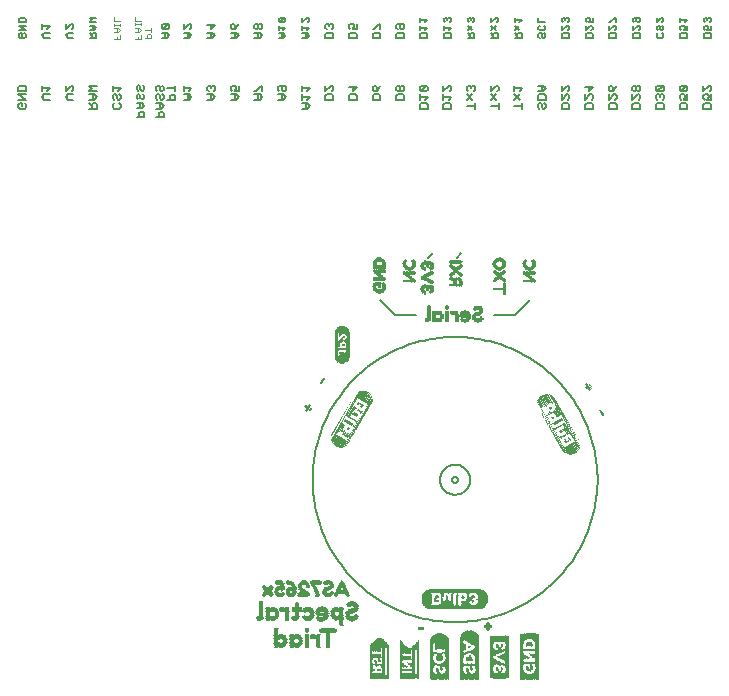
<source format=gbo>
G75*
%MOIN*%
%OFA0B0*%
%FSLAX25Y25*%
%IPPOS*%
%LPD*%
%AMOC8*
5,1,8,0,0,1.08239X$1,22.5*
%
%ADD10C,0.00600*%
%ADD11C,0.00800*%
%ADD12R,0.16220X0.00157*%
%ADD13R,0.17165X0.00157*%
%ADD14R,0.17795X0.00157*%
%ADD15R,0.18425X0.00157*%
%ADD16R,0.18740X0.00157*%
%ADD17R,0.19055X0.00157*%
%ADD18R,0.09921X0.00157*%
%ADD19R,0.01260X0.00157*%
%ADD20R,0.07087X0.00157*%
%ADD21R,0.00945X0.00157*%
%ADD22R,0.02992X0.00157*%
%ADD23R,0.04724X0.00157*%
%ADD24R,0.03307X0.00157*%
%ADD25R,0.04409X0.00157*%
%ADD26R,0.03150X0.00157*%
%ADD27R,0.04252X0.00157*%
%ADD28R,0.02835X0.00157*%
%ADD29R,0.04094X0.00157*%
%ADD30R,0.02677X0.00157*%
%ADD31R,0.02520X0.00157*%
%ADD32R,0.01102X0.00157*%
%ADD33R,0.02362X0.00157*%
%ADD34R,0.03465X0.00157*%
%ADD35R,0.00630X0.00157*%
%ADD36R,0.00315X0.00157*%
%ADD37R,0.00472X0.00157*%
%ADD38R,0.00787X0.00157*%
%ADD39R,0.01417X0.00157*%
%ADD40R,0.01575X0.00157*%
%ADD41R,0.01732X0.00157*%
%ADD42R,0.00157X0.00157*%
%ADD43R,0.01890X0.00157*%
%ADD44R,0.02205X0.00157*%
%ADD45R,0.19370X0.00157*%
%ADD46R,0.17480X0.00157*%
%ADD47R,0.19685X0.00157*%
%ADD48R,0.20000X0.00157*%
%ADD49R,0.20315X0.00157*%
%ADD50R,0.08189X0.00157*%
%ADD51R,0.04567X0.00157*%
%ADD52R,0.03780X0.00157*%
%ADD53R,0.03622X0.00157*%
%ADD54R,0.03937X0.00157*%
%ADD55R,0.02047X0.00157*%
%ADD56R,0.20630X0.00157*%
%ADD57R,0.00157X0.00157*%
%ADD58R,0.01181X0.00236*%
%ADD59R,0.04961X0.00236*%
%ADD60R,0.01654X0.00236*%
%ADD61R,0.01417X0.00236*%
%ADD62R,0.05906X0.00236*%
%ADD63R,0.05433X0.00236*%
%ADD64R,0.00709X0.00236*%
%ADD65R,0.03307X0.00236*%
%ADD66R,0.03543X0.00236*%
%ADD67R,0.03780X0.00236*%
%ADD68R,0.04016X0.00236*%
%ADD69R,0.04252X0.00236*%
%ADD70R,0.04488X0.00236*%
%ADD71R,0.00236X0.00236*%
%ADD72R,0.01890X0.00236*%
%ADD73R,0.00945X0.00236*%
%ADD74R,0.02598X0.00236*%
%ADD75R,0.00472X0.00236*%
%ADD76R,0.02362X0.00236*%
%ADD77R,0.03071X0.00236*%
%ADD78R,0.02835X0.00236*%
%ADD79R,0.02126X0.00236*%
%ADD80R,0.00197X0.00197*%
%ADD81R,0.01378X0.00197*%
%ADD82R,0.02756X0.00197*%
%ADD83R,0.01181X0.00197*%
%ADD84R,0.00394X0.00197*%
%ADD85R,0.02165X0.00197*%
%ADD86R,0.00984X0.00197*%
%ADD87R,0.02362X0.00197*%
%ADD88R,0.03740X0.00197*%
%ADD89R,0.01969X0.00197*%
%ADD90R,0.01772X0.00197*%
%ADD91R,0.02559X0.00197*%
%ADD92R,0.02953X0.00197*%
%ADD93R,0.03150X0.00197*%
%ADD94R,0.01575X0.00197*%
%ADD95R,0.03346X0.00197*%
%ADD96R,0.03543X0.00197*%
%ADD97R,0.00591X0.00197*%
%ADD98R,0.00787X0.00197*%
%ADD99R,0.01575X0.00236*%
%ADD100R,0.01378X0.00236*%
%ADD101R,0.02559X0.00236*%
%ADD102R,0.01969X0.00236*%
%ADD103R,0.03150X0.00236*%
%ADD104R,0.02756X0.00236*%
%ADD105R,0.03937X0.00197*%
%ADD106R,0.04134X0.00197*%
%ADD107R,0.04331X0.00197*%
%ADD108R,0.04528X0.00197*%
%ADD109R,0.04724X0.00236*%
%ADD110R,0.03346X0.00236*%
%ADD111R,0.00984X0.00236*%
%ADD112R,0.04921X0.00197*%
%ADD113R,0.05315X0.00197*%
%ADD114R,0.03937X0.00236*%
%ADD115R,0.00157X0.01102*%
%ADD116R,0.00157X0.00315*%
%ADD117R,0.00157X0.01732*%
%ADD118R,0.00157X0.00787*%
%ADD119R,0.00157X0.02047*%
%ADD120R,0.00157X0.00945*%
%ADD121R,0.00157X0.02362*%
%ADD122R,0.00157X0.02677*%
%ADD123R,0.00157X0.01260*%
%ADD124R,0.00157X0.02992*%
%ADD125R,0.00157X0.00630*%
%ADD126R,0.00157X0.01890*%
%ADD127R,0.00157X0.02205*%
%ADD128R,0.00157X0.01575*%
%ADD129R,0.00157X0.01417*%
%ADD130R,0.00157X0.02520*%
%ADD131R,0.00157X0.00472*%
%ADD132R,0.00157X0.02835*%
%ADD133R,0.00157X0.03150*%
%ADD134R,0.00157X0.03307*%
%ADD135R,0.00157X0.03465*%
%ADD136R,0.03740X0.00236*%
%ADD137R,0.00157X0.04094*%
%ADD138R,0.00157X0.05512*%
%ADD139R,0.00157X0.03780*%
%ADD140R,0.00157X0.03622*%
%ADD141R,0.00118X0.08858*%
%ADD142R,0.00118X0.09567*%
%ADD143R,0.00079X0.10039*%
%ADD144R,0.00157X0.10512*%
%ADD145R,0.00118X0.10748*%
%ADD146R,0.00118X0.10984*%
%ADD147R,0.00079X0.11220*%
%ADD148R,0.00118X0.07913*%
%ADD149R,0.00118X0.02953*%
%ADD150R,0.00157X0.03543*%
%ADD151R,0.00157X0.01535*%
%ADD152R,0.00118X0.03543*%
%ADD153R,0.00118X0.00472*%
%ADD154R,0.00118X0.01063*%
%ADD155R,0.00118X0.02598*%
%ADD156R,0.00118X0.00354*%
%ADD157R,0.00118X0.00827*%
%ADD158R,0.00118X0.00591*%
%ADD159R,0.00157X0.03661*%
%ADD160R,0.00157X0.00354*%
%ADD161R,0.00157X0.02598*%
%ADD162R,0.00118X0.03661*%
%ADD163R,0.00118X0.00709*%
%ADD164R,0.00118X0.02480*%
%ADD165R,0.00118X0.03780*%
%ADD166R,0.00118X0.00236*%
%ADD167R,0.00157X0.00236*%
%ADD168R,0.00157X0.00827*%
%ADD169R,0.00118X0.00945*%
%ADD170R,0.00157X0.01654*%
%ADD171R,0.00157X0.02717*%
%ADD172R,0.00118X0.01417*%
%ADD173R,0.00118X0.02717*%
%ADD174R,0.00118X0.02835*%
%ADD175R,0.00118X0.01299*%
%ADD176R,0.00157X0.01181*%
%ADD177R,0.00157X0.03071*%
%ADD178R,0.00118X0.01181*%
%ADD179R,0.00118X0.03189*%
%ADD180R,0.00118X0.02008*%
%ADD181R,0.00118X0.03425*%
%ADD182R,0.00118X0.02244*%
%ADD183R,0.00118X0.01890*%
%ADD184R,0.00118X0.02126*%
%ADD185R,0.00157X0.02126*%
%ADD186R,0.00118X0.11220*%
%ADD187R,0.00118X0.10512*%
%ADD188R,0.00118X0.10039*%
%ADD189R,0.00157X0.14331*%
%ADD190R,0.00157X0.07087*%
%ADD191R,0.00157X0.15276*%
%ADD192R,0.00157X0.11024*%
%ADD193R,0.00157X0.13858*%
%ADD194R,0.00157X0.14646*%
%ADD195R,0.00157X0.14961*%
%ADD196R,0.00157X0.15118*%
%ADD197R,0.00157X0.15433*%
%ADD198R,0.00157X0.11969*%
%ADD199R,0.00157X0.04567*%
%ADD200R,0.00157X0.04409*%
%ADD201R,0.00157X0.04252*%
%ADD202R,0.00157X0.03937*%
%ADD203R,0.00157X0.12913*%
%ADD204R,0.00157X0.13386*%
%ADD205R,0.00157X0.13701*%
%ADD206R,0.00157X0.14016*%
%ADD207R,0.00157X0.14173*%
%ADD208R,0.00157X0.14488*%
%ADD209R,0.00157X0.04882*%
%ADD210R,0.00157X0.05039*%
%ADD211R,0.00157X0.05197*%
%ADD212R,0.00157X0.12756*%
%ADD213R,0.00157X0.12598*%
%ADD214R,0.00157X0.12441*%
%ADD215R,0.00157X0.12283*%
%ADD216R,0.00157X0.11181*%
%ADD217R,0.00157X0.10866*%
%ADD218R,0.00157X0.10709*%
%ADD219R,0.00157X0.12126*%
%ADD220R,0.00157X0.11496*%
%ADD221R,0.00157X0.11654*%
%ADD222R,0.00157X0.13071*%
%ADD223R,0.00157X0.13228*%
%ADD224R,0.00157X0.11811*%
%ADD225C,0.00500*%
%ADD226C,0.00400*%
D10*
X0242927Y0348251D02*
X0242360Y0348818D01*
X0242360Y0349952D01*
X0242927Y0350519D01*
X0244061Y0350519D01*
X0244061Y0349385D01*
X0242927Y0348251D02*
X0245196Y0348251D01*
X0245763Y0348818D01*
X0245763Y0349952D01*
X0245196Y0350519D01*
X0245763Y0351934D02*
X0242360Y0354202D01*
X0245763Y0354202D01*
X0245763Y0355617D02*
X0245763Y0357318D01*
X0245196Y0357885D01*
X0242927Y0357885D01*
X0242360Y0357318D01*
X0242360Y0355617D01*
X0245763Y0355617D01*
X0245763Y0351934D02*
X0242360Y0351934D01*
X0257327Y0408689D02*
X0257327Y0409990D01*
X0257761Y0410424D01*
X0259495Y0410424D01*
X0259929Y0409990D01*
X0259929Y0408689D01*
X0257327Y0408689D01*
X0257327Y0411635D02*
X0257327Y0413370D01*
X0257327Y0412503D02*
X0259929Y0412503D01*
X0259062Y0411635D01*
X0259495Y0414582D02*
X0259929Y0415016D01*
X0259929Y0415883D01*
X0259495Y0416317D01*
X0257761Y0414582D01*
X0257327Y0415016D01*
X0257327Y0415883D01*
X0257761Y0416317D01*
X0259495Y0416317D01*
X0259495Y0414582D02*
X0257761Y0414582D01*
X0252055Y0415016D02*
X0252055Y0415883D01*
X0251621Y0416317D01*
X0251188Y0416317D01*
X0250754Y0415883D01*
X0250754Y0415016D01*
X0251188Y0414582D01*
X0251621Y0414582D01*
X0252055Y0415016D01*
X0250754Y0415016D02*
X0250320Y0414582D01*
X0249887Y0414582D01*
X0249453Y0415016D01*
X0249453Y0415883D01*
X0249887Y0416317D01*
X0250320Y0416317D01*
X0250754Y0415883D01*
X0249887Y0413370D02*
X0251621Y0413370D01*
X0252055Y0412936D01*
X0252055Y0411635D01*
X0249453Y0411635D01*
X0249453Y0412936D01*
X0249887Y0413370D01*
X0244181Y0412936D02*
X0244181Y0411635D01*
X0241579Y0411635D01*
X0241579Y0412936D01*
X0242013Y0413370D01*
X0243747Y0413370D01*
X0244181Y0412936D01*
X0242880Y0414582D02*
X0242880Y0415883D01*
X0242446Y0416317D01*
X0242013Y0416317D01*
X0241579Y0415883D01*
X0241579Y0415016D01*
X0242013Y0414582D01*
X0242880Y0414582D01*
X0243747Y0415449D01*
X0244181Y0416317D01*
X0236307Y0415883D02*
X0235006Y0414582D01*
X0235006Y0416317D01*
X0233705Y0415883D02*
X0236307Y0415883D01*
X0235873Y0413370D02*
X0236307Y0412936D01*
X0236307Y0411635D01*
X0233705Y0411635D01*
X0233705Y0412936D01*
X0234139Y0413370D01*
X0235873Y0413370D01*
X0228433Y0412936D02*
X0228433Y0411635D01*
X0225831Y0411635D01*
X0225831Y0412936D01*
X0226265Y0413370D01*
X0227999Y0413370D01*
X0228433Y0412936D01*
X0227999Y0414582D02*
X0228433Y0415016D01*
X0228433Y0415883D01*
X0227999Y0416317D01*
X0227566Y0416317D01*
X0225831Y0414582D01*
X0225831Y0416317D01*
X0220559Y0415449D02*
X0217957Y0415449D01*
X0217957Y0414582D02*
X0217957Y0416317D01*
X0219692Y0414582D02*
X0220559Y0415449D01*
X0220559Y0412503D02*
X0217957Y0412503D01*
X0217957Y0413370D02*
X0217957Y0411635D01*
X0217957Y0410424D02*
X0219692Y0410424D01*
X0220559Y0409556D01*
X0219692Y0408689D01*
X0217957Y0408689D01*
X0219258Y0408689D02*
X0219258Y0410424D01*
X0219692Y0411635D02*
X0220559Y0412503D01*
X0212685Y0412503D02*
X0211818Y0411635D01*
X0210083Y0411635D01*
X0211384Y0411635D02*
X0211384Y0413370D01*
X0211818Y0413370D02*
X0210083Y0413370D01*
X0210517Y0414582D02*
X0210083Y0415016D01*
X0210083Y0415883D01*
X0210517Y0416317D01*
X0212251Y0416317D01*
X0212685Y0415883D01*
X0212685Y0415016D01*
X0212251Y0414582D01*
X0211818Y0414582D01*
X0211384Y0415016D01*
X0211384Y0416317D01*
X0211818Y0413370D02*
X0212685Y0412503D01*
X0204811Y0412503D02*
X0203944Y0411635D01*
X0202209Y0411635D01*
X0203510Y0411635D02*
X0203510Y0413370D01*
X0203944Y0413370D02*
X0202209Y0413370D01*
X0202209Y0414582D02*
X0202643Y0414582D01*
X0204377Y0416317D01*
X0204811Y0416317D01*
X0204811Y0414582D01*
X0203944Y0413370D02*
X0204811Y0412503D01*
X0196937Y0412503D02*
X0196070Y0411635D01*
X0194335Y0411635D01*
X0195636Y0411635D02*
X0195636Y0413370D01*
X0196070Y0413370D02*
X0194335Y0413370D01*
X0194768Y0414582D02*
X0194335Y0415016D01*
X0194335Y0415883D01*
X0194768Y0416317D01*
X0195636Y0416317D01*
X0196070Y0415883D01*
X0196070Y0415449D01*
X0195636Y0414582D01*
X0196937Y0414582D01*
X0196937Y0416317D01*
X0196070Y0413370D02*
X0196937Y0412503D01*
X0189063Y0412503D02*
X0188196Y0411635D01*
X0186461Y0411635D01*
X0187762Y0411635D02*
X0187762Y0413370D01*
X0188196Y0413370D02*
X0186461Y0413370D01*
X0186894Y0414582D02*
X0186461Y0415016D01*
X0186461Y0415883D01*
X0186894Y0416317D01*
X0187328Y0416317D01*
X0187762Y0415883D01*
X0187762Y0415449D01*
X0187762Y0415883D02*
X0188196Y0416317D01*
X0188629Y0416317D01*
X0189063Y0415883D01*
X0189063Y0415016D01*
X0188629Y0414582D01*
X0188196Y0413370D02*
X0189063Y0412503D01*
X0181189Y0412503D02*
X0180322Y0411635D01*
X0178587Y0411635D01*
X0179888Y0411635D02*
X0179888Y0413370D01*
X0180322Y0413370D02*
X0178587Y0413370D01*
X0178587Y0414582D02*
X0178587Y0416317D01*
X0178587Y0415449D02*
X0181189Y0415449D01*
X0180322Y0414582D01*
X0180322Y0413370D02*
X0181189Y0412503D01*
X0175696Y0412892D02*
X0175696Y0411590D01*
X0173094Y0411590D01*
X0173962Y0411590D02*
X0173962Y0412892D01*
X0174395Y0413325D01*
X0175263Y0413325D01*
X0175696Y0412892D01*
X0175696Y0414537D02*
X0175696Y0416272D01*
X0175696Y0415404D02*
X0173094Y0415404D01*
X0171948Y0415013D02*
X0171514Y0414580D01*
X0171081Y0414580D01*
X0170647Y0415013D01*
X0170647Y0415881D01*
X0170213Y0416315D01*
X0169779Y0416315D01*
X0169346Y0415881D01*
X0169346Y0415013D01*
X0169779Y0414580D01*
X0169779Y0413368D02*
X0169346Y0412934D01*
X0169346Y0412067D01*
X0169779Y0411633D01*
X0170647Y0412067D02*
X0170647Y0412934D01*
X0170213Y0413368D01*
X0169779Y0413368D01*
X0170647Y0412067D02*
X0171081Y0411633D01*
X0171514Y0411633D01*
X0171948Y0412067D01*
X0171948Y0412934D01*
X0171514Y0413368D01*
X0171948Y0415013D02*
X0171948Y0415881D01*
X0171514Y0416315D01*
X0171081Y0410422D02*
X0169346Y0410422D01*
X0170647Y0410422D02*
X0170647Y0408687D01*
X0171081Y0408687D02*
X0171948Y0409554D01*
X0171081Y0410422D01*
X0171081Y0408687D02*
X0169346Y0408687D01*
X0170647Y0407475D02*
X0170213Y0407041D01*
X0170213Y0405740D01*
X0169346Y0405740D02*
X0171948Y0405740D01*
X0171948Y0407041D01*
X0171514Y0407475D01*
X0170647Y0407475D01*
X0165491Y0407109D02*
X0165058Y0407543D01*
X0164190Y0407543D01*
X0163757Y0407109D01*
X0163757Y0405808D01*
X0162889Y0405808D02*
X0165491Y0405808D01*
X0165491Y0407109D01*
X0164624Y0408754D02*
X0165491Y0409622D01*
X0164624Y0410489D01*
X0162889Y0410489D01*
X0163323Y0411701D02*
X0162889Y0412135D01*
X0162889Y0413002D01*
X0163323Y0413436D01*
X0163757Y0413436D01*
X0164190Y0413002D01*
X0164190Y0412135D01*
X0164624Y0411701D01*
X0165058Y0411701D01*
X0165491Y0412135D01*
X0165491Y0413002D01*
X0165058Y0413436D01*
X0165058Y0414648D02*
X0164624Y0414648D01*
X0164190Y0415081D01*
X0164190Y0415949D01*
X0163757Y0416382D01*
X0163323Y0416382D01*
X0162889Y0415949D01*
X0162889Y0415081D01*
X0163323Y0414648D01*
X0165058Y0414648D02*
X0165491Y0415081D01*
X0165491Y0415949D01*
X0165058Y0416382D01*
X0164190Y0410489D02*
X0164190Y0408754D01*
X0164624Y0408754D02*
X0162889Y0408754D01*
X0157567Y0409122D02*
X0157133Y0408689D01*
X0155398Y0408689D01*
X0154965Y0409122D01*
X0154965Y0409990D01*
X0155398Y0410424D01*
X0155398Y0411635D02*
X0154965Y0412069D01*
X0154965Y0412936D01*
X0155398Y0413370D01*
X0155832Y0413370D01*
X0156266Y0412936D01*
X0156266Y0412069D01*
X0156700Y0411635D01*
X0157133Y0411635D01*
X0157567Y0412069D01*
X0157567Y0412936D01*
X0157133Y0413370D01*
X0156700Y0414582D02*
X0157567Y0415449D01*
X0154965Y0415449D01*
X0154965Y0414582D02*
X0154965Y0416317D01*
X0149693Y0416317D02*
X0147091Y0416317D01*
X0147958Y0415449D01*
X0147091Y0414582D01*
X0149693Y0414582D01*
X0148826Y0413370D02*
X0149693Y0412503D01*
X0148826Y0411635D01*
X0147091Y0411635D01*
X0147091Y0410424D02*
X0147958Y0409556D01*
X0147958Y0409990D02*
X0147958Y0408689D01*
X0147091Y0408689D02*
X0149693Y0408689D01*
X0149693Y0409990D01*
X0149259Y0410424D01*
X0148392Y0410424D01*
X0147958Y0409990D01*
X0148392Y0411635D02*
X0148392Y0413370D01*
X0148826Y0413370D02*
X0147091Y0413370D01*
X0141819Y0413370D02*
X0140084Y0413370D01*
X0139217Y0412503D01*
X0140084Y0411635D01*
X0141819Y0411635D01*
X0141385Y0414582D02*
X0141819Y0415016D01*
X0141819Y0415883D01*
X0141385Y0416317D01*
X0140951Y0416317D01*
X0139217Y0414582D01*
X0139217Y0416317D01*
X0133945Y0415449D02*
X0131343Y0415449D01*
X0131343Y0414582D02*
X0131343Y0416317D01*
X0133077Y0414582D02*
X0133945Y0415449D01*
X0133945Y0413370D02*
X0132210Y0413370D01*
X0131343Y0412503D01*
X0132210Y0411635D01*
X0133945Y0411635D01*
X0126071Y0411635D02*
X0123469Y0413370D01*
X0126071Y0413370D01*
X0126071Y0414582D02*
X0126071Y0415883D01*
X0125637Y0416317D01*
X0123902Y0416317D01*
X0123469Y0415883D01*
X0123469Y0414582D01*
X0126071Y0414582D01*
X0126071Y0411635D02*
X0123469Y0411635D01*
X0123902Y0410424D02*
X0124770Y0410424D01*
X0124770Y0409556D01*
X0125637Y0408689D02*
X0123902Y0408689D01*
X0123469Y0409122D01*
X0123469Y0409990D01*
X0123902Y0410424D01*
X0125637Y0410424D02*
X0126071Y0409990D01*
X0126071Y0409122D01*
X0125637Y0408689D01*
X0132210Y0432280D02*
X0131343Y0433148D01*
X0132210Y0434015D01*
X0133945Y0434015D01*
X0133077Y0435227D02*
X0133945Y0436094D01*
X0131343Y0436094D01*
X0131343Y0435227D02*
X0131343Y0436962D01*
X0132210Y0432280D02*
X0133945Y0432280D01*
X0139217Y0433148D02*
X0140084Y0434015D01*
X0141819Y0434015D01*
X0141385Y0435227D02*
X0141819Y0435661D01*
X0141819Y0436528D01*
X0141385Y0436962D01*
X0140951Y0436962D01*
X0139217Y0435227D01*
X0139217Y0436962D01*
X0139217Y0433148D02*
X0140084Y0432280D01*
X0141819Y0432280D01*
X0157133Y0410424D02*
X0157567Y0409990D01*
X0157567Y0409122D01*
X0171213Y0432280D02*
X0172948Y0432280D01*
X0173815Y0433148D01*
X0172948Y0434015D01*
X0171213Y0434015D01*
X0171646Y0435227D02*
X0173381Y0436962D01*
X0171646Y0436962D01*
X0171213Y0436528D01*
X0171213Y0435661D01*
X0171646Y0435227D01*
X0173381Y0435227D01*
X0173815Y0435661D01*
X0173815Y0436528D01*
X0173381Y0436962D01*
X0172514Y0434015D02*
X0172514Y0432280D01*
X0178587Y0432280D02*
X0180322Y0432280D01*
X0181189Y0433148D01*
X0180322Y0434015D01*
X0178587Y0434015D01*
X0178587Y0435227D02*
X0180322Y0436962D01*
X0180755Y0436962D01*
X0181189Y0436528D01*
X0181189Y0435661D01*
X0180755Y0435227D01*
X0179888Y0434015D02*
X0179888Y0432280D01*
X0178587Y0435227D02*
X0178587Y0436962D01*
X0186461Y0436528D02*
X0189063Y0436528D01*
X0187762Y0435227D01*
X0187762Y0436962D01*
X0187762Y0434015D02*
X0187762Y0432280D01*
X0188196Y0432280D02*
X0189063Y0433148D01*
X0188196Y0434015D01*
X0186461Y0434015D01*
X0186461Y0432280D02*
X0188196Y0432280D01*
X0194335Y0432280D02*
X0196070Y0432280D01*
X0196937Y0433148D01*
X0196070Y0434015D01*
X0194335Y0434015D01*
X0194768Y0435227D02*
X0194335Y0435661D01*
X0194335Y0436528D01*
X0194768Y0436962D01*
X0195202Y0436962D01*
X0195636Y0436528D01*
X0195636Y0435227D01*
X0194768Y0435227D01*
X0195636Y0435227D02*
X0196503Y0436094D01*
X0196937Y0436962D01*
X0195636Y0434015D02*
X0195636Y0432280D01*
X0202209Y0432280D02*
X0203944Y0432280D01*
X0204811Y0433148D01*
X0203944Y0434015D01*
X0202209Y0434015D01*
X0202643Y0435227D02*
X0203076Y0435227D01*
X0203510Y0435661D01*
X0203510Y0436528D01*
X0203076Y0436962D01*
X0202643Y0436962D01*
X0202209Y0436528D01*
X0202209Y0435661D01*
X0202643Y0435227D01*
X0203510Y0435661D02*
X0203944Y0435227D01*
X0204377Y0435227D01*
X0204811Y0435661D01*
X0204811Y0436528D01*
X0204377Y0436962D01*
X0203944Y0436962D01*
X0203510Y0436528D01*
X0203510Y0434015D02*
X0203510Y0432280D01*
X0225831Y0432280D02*
X0225831Y0433581D01*
X0226265Y0434015D01*
X0227999Y0434015D01*
X0228433Y0433581D01*
X0228433Y0432280D01*
X0225831Y0432280D01*
X0226265Y0435227D02*
X0225831Y0435661D01*
X0225831Y0436528D01*
X0226265Y0436962D01*
X0226698Y0436962D01*
X0227132Y0436528D01*
X0227132Y0436094D01*
X0227132Y0436528D02*
X0227566Y0436962D01*
X0227999Y0436962D01*
X0228433Y0436528D01*
X0228433Y0435661D01*
X0227999Y0435227D01*
X0233705Y0435661D02*
X0234139Y0435227D01*
X0233705Y0435661D02*
X0233705Y0436528D01*
X0234139Y0436962D01*
X0235006Y0436962D01*
X0235440Y0436528D01*
X0235440Y0436094D01*
X0235006Y0435227D01*
X0236307Y0435227D01*
X0236307Y0436962D01*
X0235873Y0434015D02*
X0236307Y0433581D01*
X0236307Y0432280D01*
X0233705Y0432280D01*
X0233705Y0433581D01*
X0234139Y0434015D01*
X0235873Y0434015D01*
X0241579Y0433581D02*
X0242013Y0434015D01*
X0243747Y0434015D01*
X0244181Y0433581D01*
X0244181Y0432280D01*
X0241579Y0432280D01*
X0241579Y0433581D01*
X0241579Y0435227D02*
X0242013Y0435227D01*
X0243747Y0436962D01*
X0244181Y0436962D01*
X0244181Y0435227D01*
X0249453Y0435661D02*
X0249453Y0436528D01*
X0249887Y0436962D01*
X0251621Y0436962D01*
X0252055Y0436528D01*
X0252055Y0435661D01*
X0251621Y0435227D01*
X0251188Y0435227D01*
X0250754Y0435661D01*
X0250754Y0436962D01*
X0249453Y0435661D02*
X0249887Y0435227D01*
X0249887Y0434015D02*
X0251621Y0434015D01*
X0252055Y0433581D01*
X0252055Y0432280D01*
X0249453Y0432280D01*
X0249453Y0433581D01*
X0249887Y0434015D01*
X0265201Y0416317D02*
X0265201Y0414582D01*
X0266936Y0416317D01*
X0267369Y0416317D01*
X0267803Y0415883D01*
X0267803Y0415016D01*
X0267369Y0414582D01*
X0267803Y0412503D02*
X0265201Y0412503D01*
X0265201Y0413370D02*
X0265201Y0411635D01*
X0265635Y0410424D02*
X0265201Y0409990D01*
X0265201Y0408689D01*
X0267803Y0408689D01*
X0267803Y0409990D01*
X0267369Y0410424D01*
X0265635Y0410424D01*
X0266936Y0411635D02*
X0267803Y0412503D01*
X0273075Y0413370D02*
X0274810Y0411635D01*
X0275677Y0410424D02*
X0275677Y0408689D01*
X0275677Y0409556D02*
X0273075Y0409556D01*
X0273075Y0411635D02*
X0274810Y0413370D01*
X0275243Y0414582D02*
X0275677Y0415016D01*
X0275677Y0415883D01*
X0275243Y0416317D01*
X0274810Y0416317D01*
X0274376Y0415883D01*
X0273942Y0416317D01*
X0273509Y0416317D01*
X0273075Y0415883D01*
X0273075Y0415016D01*
X0273509Y0414582D01*
X0274376Y0415449D02*
X0274376Y0415883D01*
X0280949Y0416317D02*
X0280949Y0414582D01*
X0282684Y0416317D01*
X0283117Y0416317D01*
X0283551Y0415883D01*
X0283551Y0415016D01*
X0283117Y0414582D01*
X0282684Y0413370D02*
X0280949Y0411635D01*
X0282684Y0411635D02*
X0280949Y0413370D01*
X0280949Y0409556D02*
X0283551Y0409556D01*
X0283551Y0408689D02*
X0283551Y0410424D01*
X0288823Y0409556D02*
X0291425Y0409556D01*
X0291425Y0408689D02*
X0291425Y0410424D01*
X0290558Y0411635D02*
X0288823Y0413370D01*
X0288823Y0414582D02*
X0288823Y0416317D01*
X0288823Y0415449D02*
X0291425Y0415449D01*
X0290558Y0414582D01*
X0290558Y0413370D02*
X0288823Y0411635D01*
X0296697Y0411635D02*
X0296697Y0412936D01*
X0297131Y0413370D01*
X0298866Y0413370D01*
X0299299Y0412936D01*
X0299299Y0411635D01*
X0296697Y0411635D01*
X0297131Y0410424D02*
X0296697Y0409990D01*
X0296697Y0409122D01*
X0297131Y0408689D01*
X0297998Y0409122D02*
X0297998Y0409990D01*
X0297564Y0410424D01*
X0297131Y0410424D01*
X0297998Y0409122D02*
X0298432Y0408689D01*
X0298866Y0408689D01*
X0299299Y0409122D01*
X0299299Y0409990D01*
X0298866Y0410424D01*
X0298432Y0414582D02*
X0296697Y0414582D01*
X0297998Y0414582D02*
X0297998Y0416317D01*
X0298432Y0416317D02*
X0296697Y0416317D01*
X0298432Y0416317D02*
X0299299Y0415449D01*
X0298432Y0414582D01*
X0304571Y0414582D02*
X0306306Y0416317D01*
X0306740Y0416317D01*
X0307173Y0415883D01*
X0307173Y0415016D01*
X0306740Y0414582D01*
X0306740Y0413370D02*
X0307173Y0412936D01*
X0307173Y0412069D01*
X0306740Y0411635D01*
X0306740Y0410424D02*
X0307173Y0409990D01*
X0307173Y0408689D01*
X0304571Y0408689D01*
X0304571Y0409990D01*
X0305005Y0410424D01*
X0306740Y0410424D01*
X0304571Y0411635D02*
X0306306Y0413370D01*
X0306740Y0413370D01*
X0304571Y0413370D02*
X0304571Y0411635D01*
X0304571Y0414582D02*
X0304571Y0416317D01*
X0312445Y0415883D02*
X0315047Y0415883D01*
X0313746Y0414582D01*
X0313746Y0416317D01*
X0314180Y0413370D02*
X0314614Y0413370D01*
X0315047Y0412936D01*
X0315047Y0412069D01*
X0314614Y0411635D01*
X0314614Y0410424D02*
X0315047Y0409990D01*
X0315047Y0408689D01*
X0312445Y0408689D01*
X0312445Y0409990D01*
X0312879Y0410424D01*
X0314614Y0410424D01*
X0312445Y0411635D02*
X0314180Y0413370D01*
X0312445Y0413370D02*
X0312445Y0411635D01*
X0320319Y0411635D02*
X0320319Y0413370D01*
X0320753Y0414582D02*
X0320319Y0415016D01*
X0320319Y0415883D01*
X0320753Y0416317D01*
X0321186Y0416317D01*
X0321620Y0415883D01*
X0321620Y0414582D01*
X0320753Y0414582D01*
X0321620Y0414582D02*
X0322488Y0415449D01*
X0322921Y0416317D01*
X0322488Y0413370D02*
X0322921Y0412936D01*
X0322921Y0412069D01*
X0322488Y0411635D01*
X0322488Y0410424D02*
X0322921Y0409990D01*
X0322921Y0408689D01*
X0320319Y0408689D01*
X0320319Y0409990D01*
X0320753Y0410424D01*
X0322488Y0410424D01*
X0320319Y0411635D02*
X0322054Y0413370D01*
X0322488Y0413370D01*
X0328193Y0413370D02*
X0328193Y0411635D01*
X0329928Y0413370D01*
X0330362Y0413370D01*
X0330795Y0412936D01*
X0330795Y0412069D01*
X0330362Y0411635D01*
X0330362Y0410424D02*
X0330795Y0409990D01*
X0330795Y0408689D01*
X0328193Y0408689D01*
X0328193Y0409990D01*
X0328627Y0410424D01*
X0330362Y0410424D01*
X0330362Y0414582D02*
X0329928Y0414582D01*
X0329494Y0415016D01*
X0329494Y0415883D01*
X0329060Y0416317D01*
X0328627Y0416317D01*
X0328193Y0415883D01*
X0328193Y0415016D01*
X0328627Y0414582D01*
X0329060Y0414582D01*
X0329494Y0415016D01*
X0329494Y0415883D02*
X0329928Y0416317D01*
X0330362Y0416317D01*
X0330795Y0415883D01*
X0330795Y0415016D01*
X0330362Y0414582D01*
X0336067Y0415016D02*
X0336501Y0414582D01*
X0338236Y0416317D01*
X0336501Y0416317D01*
X0336067Y0415883D01*
X0336067Y0415016D01*
X0336501Y0414582D02*
X0338236Y0414582D01*
X0338669Y0415016D01*
X0338669Y0415883D01*
X0338236Y0416317D01*
X0338236Y0413370D02*
X0337802Y0413370D01*
X0337368Y0412936D01*
X0336934Y0413370D01*
X0336501Y0413370D01*
X0336067Y0412936D01*
X0336067Y0412069D01*
X0336501Y0411635D01*
X0336501Y0410424D02*
X0338236Y0410424D01*
X0338669Y0409990D01*
X0338669Y0408689D01*
X0336067Y0408689D01*
X0336067Y0409990D01*
X0336501Y0410424D01*
X0338236Y0411635D02*
X0338669Y0412069D01*
X0338669Y0412936D01*
X0338236Y0413370D01*
X0337368Y0412936D02*
X0337368Y0412503D01*
X0343941Y0412936D02*
X0343941Y0412069D01*
X0344375Y0411635D01*
X0345242Y0411635D02*
X0345676Y0412503D01*
X0345676Y0412936D01*
X0345242Y0413370D01*
X0344375Y0413370D01*
X0343941Y0412936D01*
X0344375Y0414582D02*
X0346110Y0416317D01*
X0344375Y0416317D01*
X0343941Y0415883D01*
X0343941Y0415016D01*
X0344375Y0414582D01*
X0346110Y0414582D01*
X0346543Y0415016D01*
X0346543Y0415883D01*
X0346110Y0416317D01*
X0346543Y0413370D02*
X0346543Y0411635D01*
X0345242Y0411635D01*
X0344375Y0410424D02*
X0346110Y0410424D01*
X0346543Y0409990D01*
X0346543Y0408689D01*
X0343941Y0408689D01*
X0343941Y0409990D01*
X0344375Y0410424D01*
X0351815Y0409990D02*
X0352249Y0410424D01*
X0353984Y0410424D01*
X0354417Y0409990D01*
X0354417Y0408689D01*
X0351815Y0408689D01*
X0351815Y0409990D01*
X0352249Y0411635D02*
X0351815Y0412069D01*
X0351815Y0412936D01*
X0352249Y0413370D01*
X0353116Y0413370D01*
X0353550Y0412936D01*
X0353550Y0412503D01*
X0353116Y0411635D01*
X0354417Y0411635D01*
X0354417Y0413370D01*
X0353984Y0414582D02*
X0354417Y0415016D01*
X0354417Y0415883D01*
X0353984Y0416317D01*
X0353550Y0416317D01*
X0351815Y0414582D01*
X0351815Y0416317D01*
D11*
X0294060Y0345000D02*
X0289060Y0340000D01*
X0282060Y0340000D01*
X0269560Y0359000D02*
X0271060Y0360500D01*
X0261560Y0360500D02*
X0260060Y0359000D01*
X0256060Y0340000D02*
X0249060Y0340000D01*
X0244060Y0345000D01*
X0221557Y0285000D02*
X0221571Y0286166D01*
X0221614Y0287331D01*
X0221686Y0288495D01*
X0221786Y0289656D01*
X0221914Y0290815D01*
X0222071Y0291970D01*
X0222256Y0293121D01*
X0222470Y0294267D01*
X0222711Y0295408D01*
X0222981Y0296542D01*
X0223278Y0297670D01*
X0223602Y0298789D01*
X0223955Y0299901D01*
X0224334Y0301003D01*
X0224740Y0302096D01*
X0225173Y0303179D01*
X0225632Y0304250D01*
X0226118Y0305310D01*
X0226629Y0306358D01*
X0227166Y0307393D01*
X0227728Y0308414D01*
X0228315Y0309421D01*
X0228927Y0310414D01*
X0229563Y0311391D01*
X0230222Y0312353D01*
X0230905Y0313298D01*
X0231611Y0314225D01*
X0232340Y0315136D01*
X0233090Y0316028D01*
X0233863Y0316901D01*
X0234656Y0317755D01*
X0235470Y0318590D01*
X0236305Y0319404D01*
X0237159Y0320197D01*
X0238032Y0320970D01*
X0238924Y0321720D01*
X0239835Y0322449D01*
X0240762Y0323155D01*
X0241707Y0323838D01*
X0242669Y0324497D01*
X0243646Y0325133D01*
X0244639Y0325745D01*
X0245646Y0326332D01*
X0246667Y0326894D01*
X0247702Y0327431D01*
X0248750Y0327942D01*
X0249810Y0328428D01*
X0250881Y0328887D01*
X0251964Y0329320D01*
X0253057Y0329726D01*
X0254159Y0330105D01*
X0255271Y0330458D01*
X0256390Y0330782D01*
X0257518Y0331079D01*
X0258652Y0331349D01*
X0259793Y0331590D01*
X0260939Y0331804D01*
X0262090Y0331989D01*
X0263245Y0332146D01*
X0264404Y0332274D01*
X0265565Y0332374D01*
X0266729Y0332446D01*
X0267894Y0332489D01*
X0269060Y0332503D01*
X0270226Y0332489D01*
X0271391Y0332446D01*
X0272555Y0332374D01*
X0273716Y0332274D01*
X0274875Y0332146D01*
X0276030Y0331989D01*
X0277181Y0331804D01*
X0278327Y0331590D01*
X0279468Y0331349D01*
X0280602Y0331079D01*
X0281730Y0330782D01*
X0282849Y0330458D01*
X0283961Y0330105D01*
X0285063Y0329726D01*
X0286156Y0329320D01*
X0287239Y0328887D01*
X0288310Y0328428D01*
X0289370Y0327942D01*
X0290418Y0327431D01*
X0291453Y0326894D01*
X0292474Y0326332D01*
X0293481Y0325745D01*
X0294474Y0325133D01*
X0295451Y0324497D01*
X0296413Y0323838D01*
X0297358Y0323155D01*
X0298285Y0322449D01*
X0299196Y0321720D01*
X0300088Y0320970D01*
X0300961Y0320197D01*
X0301815Y0319404D01*
X0302650Y0318590D01*
X0303464Y0317755D01*
X0304257Y0316901D01*
X0305030Y0316028D01*
X0305780Y0315136D01*
X0306509Y0314225D01*
X0307215Y0313298D01*
X0307898Y0312353D01*
X0308557Y0311391D01*
X0309193Y0310414D01*
X0309805Y0309421D01*
X0310392Y0308414D01*
X0310954Y0307393D01*
X0311491Y0306358D01*
X0312002Y0305310D01*
X0312488Y0304250D01*
X0312947Y0303179D01*
X0313380Y0302096D01*
X0313786Y0301003D01*
X0314165Y0299901D01*
X0314518Y0298789D01*
X0314842Y0297670D01*
X0315139Y0296542D01*
X0315409Y0295408D01*
X0315650Y0294267D01*
X0315864Y0293121D01*
X0316049Y0291970D01*
X0316206Y0290815D01*
X0316334Y0289656D01*
X0316434Y0288495D01*
X0316506Y0287331D01*
X0316549Y0286166D01*
X0316563Y0285000D01*
X0316549Y0283834D01*
X0316506Y0282669D01*
X0316434Y0281505D01*
X0316334Y0280344D01*
X0316206Y0279185D01*
X0316049Y0278030D01*
X0315864Y0276879D01*
X0315650Y0275733D01*
X0315409Y0274592D01*
X0315139Y0273458D01*
X0314842Y0272330D01*
X0314518Y0271211D01*
X0314165Y0270099D01*
X0313786Y0268997D01*
X0313380Y0267904D01*
X0312947Y0266821D01*
X0312488Y0265750D01*
X0312002Y0264690D01*
X0311491Y0263642D01*
X0310954Y0262607D01*
X0310392Y0261586D01*
X0309805Y0260579D01*
X0309193Y0259586D01*
X0308557Y0258609D01*
X0307898Y0257647D01*
X0307215Y0256702D01*
X0306509Y0255775D01*
X0305780Y0254864D01*
X0305030Y0253972D01*
X0304257Y0253099D01*
X0303464Y0252245D01*
X0302650Y0251410D01*
X0301815Y0250596D01*
X0300961Y0249803D01*
X0300088Y0249030D01*
X0299196Y0248280D01*
X0298285Y0247551D01*
X0297358Y0246845D01*
X0296413Y0246162D01*
X0295451Y0245503D01*
X0294474Y0244867D01*
X0293481Y0244255D01*
X0292474Y0243668D01*
X0291453Y0243106D01*
X0290418Y0242569D01*
X0289370Y0242058D01*
X0288310Y0241572D01*
X0287239Y0241113D01*
X0286156Y0240680D01*
X0285063Y0240274D01*
X0283961Y0239895D01*
X0282849Y0239542D01*
X0281730Y0239218D01*
X0280602Y0238921D01*
X0279468Y0238651D01*
X0278327Y0238410D01*
X0277181Y0238196D01*
X0276030Y0238011D01*
X0274875Y0237854D01*
X0273716Y0237726D01*
X0272555Y0237626D01*
X0271391Y0237554D01*
X0270226Y0237511D01*
X0269060Y0237497D01*
X0267894Y0237511D01*
X0266729Y0237554D01*
X0265565Y0237626D01*
X0264404Y0237726D01*
X0263245Y0237854D01*
X0262090Y0238011D01*
X0260939Y0238196D01*
X0259793Y0238410D01*
X0258652Y0238651D01*
X0257518Y0238921D01*
X0256390Y0239218D01*
X0255271Y0239542D01*
X0254159Y0239895D01*
X0253057Y0240274D01*
X0251964Y0240680D01*
X0250881Y0241113D01*
X0249810Y0241572D01*
X0248750Y0242058D01*
X0247702Y0242569D01*
X0246667Y0243106D01*
X0245646Y0243668D01*
X0244639Y0244255D01*
X0243646Y0244867D01*
X0242669Y0245503D01*
X0241707Y0246162D01*
X0240762Y0246845D01*
X0239835Y0247551D01*
X0238924Y0248280D01*
X0238032Y0249030D01*
X0237159Y0249803D01*
X0236305Y0250596D01*
X0235470Y0251410D01*
X0234656Y0252245D01*
X0233863Y0253099D01*
X0233090Y0253972D01*
X0232340Y0254864D01*
X0231611Y0255775D01*
X0230905Y0256702D01*
X0230222Y0257647D01*
X0229563Y0258609D01*
X0228927Y0259586D01*
X0228315Y0260579D01*
X0227728Y0261586D01*
X0227166Y0262607D01*
X0226629Y0263642D01*
X0226118Y0264690D01*
X0225632Y0265750D01*
X0225173Y0266821D01*
X0224740Y0267904D01*
X0224334Y0268997D01*
X0223955Y0270099D01*
X0223602Y0271211D01*
X0223278Y0272330D01*
X0222981Y0273458D01*
X0222711Y0274592D01*
X0222470Y0275733D01*
X0222256Y0276879D01*
X0222071Y0278030D01*
X0221914Y0279185D01*
X0221786Y0280344D01*
X0221686Y0281505D01*
X0221614Y0282669D01*
X0221571Y0283834D01*
X0221557Y0285000D01*
X0268060Y0285000D02*
X0268062Y0285063D01*
X0268068Y0285125D01*
X0268078Y0285187D01*
X0268091Y0285249D01*
X0268109Y0285309D01*
X0268130Y0285368D01*
X0268155Y0285426D01*
X0268184Y0285482D01*
X0268216Y0285536D01*
X0268251Y0285588D01*
X0268289Y0285637D01*
X0268331Y0285685D01*
X0268375Y0285729D01*
X0268423Y0285771D01*
X0268472Y0285809D01*
X0268524Y0285844D01*
X0268578Y0285876D01*
X0268634Y0285905D01*
X0268692Y0285930D01*
X0268751Y0285951D01*
X0268811Y0285969D01*
X0268873Y0285982D01*
X0268935Y0285992D01*
X0268997Y0285998D01*
X0269060Y0286000D01*
X0269123Y0285998D01*
X0269185Y0285992D01*
X0269247Y0285982D01*
X0269309Y0285969D01*
X0269369Y0285951D01*
X0269428Y0285930D01*
X0269486Y0285905D01*
X0269542Y0285876D01*
X0269596Y0285844D01*
X0269648Y0285809D01*
X0269697Y0285771D01*
X0269745Y0285729D01*
X0269789Y0285685D01*
X0269831Y0285637D01*
X0269869Y0285588D01*
X0269904Y0285536D01*
X0269936Y0285482D01*
X0269965Y0285426D01*
X0269990Y0285368D01*
X0270011Y0285309D01*
X0270029Y0285249D01*
X0270042Y0285187D01*
X0270052Y0285125D01*
X0270058Y0285063D01*
X0270060Y0285000D01*
X0270058Y0284937D01*
X0270052Y0284875D01*
X0270042Y0284813D01*
X0270029Y0284751D01*
X0270011Y0284691D01*
X0269990Y0284632D01*
X0269965Y0284574D01*
X0269936Y0284518D01*
X0269904Y0284464D01*
X0269869Y0284412D01*
X0269831Y0284363D01*
X0269789Y0284315D01*
X0269745Y0284271D01*
X0269697Y0284229D01*
X0269648Y0284191D01*
X0269596Y0284156D01*
X0269542Y0284124D01*
X0269486Y0284095D01*
X0269428Y0284070D01*
X0269369Y0284049D01*
X0269309Y0284031D01*
X0269247Y0284018D01*
X0269185Y0284008D01*
X0269123Y0284002D01*
X0269060Y0284000D01*
X0268997Y0284002D01*
X0268935Y0284008D01*
X0268873Y0284018D01*
X0268811Y0284031D01*
X0268751Y0284049D01*
X0268692Y0284070D01*
X0268634Y0284095D01*
X0268578Y0284124D01*
X0268524Y0284156D01*
X0268472Y0284191D01*
X0268423Y0284229D01*
X0268375Y0284271D01*
X0268331Y0284315D01*
X0268289Y0284363D01*
X0268251Y0284412D01*
X0268216Y0284464D01*
X0268184Y0284518D01*
X0268155Y0284574D01*
X0268130Y0284632D01*
X0268109Y0284691D01*
X0268091Y0284751D01*
X0268078Y0284813D01*
X0268068Y0284875D01*
X0268062Y0284937D01*
X0268060Y0285000D01*
X0264060Y0285000D02*
X0264062Y0285141D01*
X0264068Y0285282D01*
X0264078Y0285422D01*
X0264092Y0285562D01*
X0264110Y0285702D01*
X0264131Y0285841D01*
X0264157Y0285980D01*
X0264186Y0286118D01*
X0264220Y0286254D01*
X0264257Y0286390D01*
X0264298Y0286525D01*
X0264343Y0286659D01*
X0264392Y0286791D01*
X0264444Y0286922D01*
X0264500Y0287051D01*
X0264560Y0287178D01*
X0264623Y0287304D01*
X0264689Y0287428D01*
X0264760Y0287551D01*
X0264833Y0287671D01*
X0264910Y0287789D01*
X0264990Y0287905D01*
X0265074Y0288018D01*
X0265160Y0288129D01*
X0265250Y0288238D01*
X0265343Y0288344D01*
X0265438Y0288447D01*
X0265537Y0288548D01*
X0265638Y0288646D01*
X0265742Y0288741D01*
X0265849Y0288833D01*
X0265958Y0288922D01*
X0266070Y0289007D01*
X0266184Y0289090D01*
X0266300Y0289170D01*
X0266419Y0289246D01*
X0266540Y0289318D01*
X0266662Y0289388D01*
X0266787Y0289453D01*
X0266913Y0289516D01*
X0267041Y0289574D01*
X0267171Y0289629D01*
X0267302Y0289681D01*
X0267435Y0289728D01*
X0267569Y0289772D01*
X0267704Y0289813D01*
X0267840Y0289849D01*
X0267977Y0289881D01*
X0268115Y0289910D01*
X0268253Y0289935D01*
X0268393Y0289955D01*
X0268533Y0289972D01*
X0268673Y0289985D01*
X0268814Y0289994D01*
X0268954Y0289999D01*
X0269095Y0290000D01*
X0269236Y0289997D01*
X0269377Y0289990D01*
X0269517Y0289979D01*
X0269657Y0289964D01*
X0269797Y0289945D01*
X0269936Y0289923D01*
X0270074Y0289896D01*
X0270212Y0289866D01*
X0270348Y0289831D01*
X0270484Y0289793D01*
X0270618Y0289751D01*
X0270752Y0289705D01*
X0270884Y0289656D01*
X0271014Y0289602D01*
X0271143Y0289545D01*
X0271270Y0289485D01*
X0271396Y0289421D01*
X0271519Y0289353D01*
X0271641Y0289282D01*
X0271761Y0289208D01*
X0271878Y0289130D01*
X0271993Y0289049D01*
X0272106Y0288965D01*
X0272217Y0288878D01*
X0272325Y0288787D01*
X0272430Y0288694D01*
X0272533Y0288597D01*
X0272633Y0288498D01*
X0272730Y0288396D01*
X0272824Y0288291D01*
X0272915Y0288184D01*
X0273003Y0288074D01*
X0273088Y0287962D01*
X0273170Y0287847D01*
X0273249Y0287730D01*
X0273324Y0287611D01*
X0273396Y0287490D01*
X0273464Y0287367D01*
X0273529Y0287242D01*
X0273591Y0287115D01*
X0273648Y0286986D01*
X0273703Y0286856D01*
X0273753Y0286725D01*
X0273800Y0286592D01*
X0273843Y0286458D01*
X0273882Y0286322D01*
X0273917Y0286186D01*
X0273949Y0286049D01*
X0273976Y0285911D01*
X0274000Y0285772D01*
X0274020Y0285632D01*
X0274036Y0285492D01*
X0274048Y0285352D01*
X0274056Y0285211D01*
X0274060Y0285070D01*
X0274060Y0284930D01*
X0274056Y0284789D01*
X0274048Y0284648D01*
X0274036Y0284508D01*
X0274020Y0284368D01*
X0274000Y0284228D01*
X0273976Y0284089D01*
X0273949Y0283951D01*
X0273917Y0283814D01*
X0273882Y0283678D01*
X0273843Y0283542D01*
X0273800Y0283408D01*
X0273753Y0283275D01*
X0273703Y0283144D01*
X0273648Y0283014D01*
X0273591Y0282885D01*
X0273529Y0282758D01*
X0273464Y0282633D01*
X0273396Y0282510D01*
X0273324Y0282389D01*
X0273249Y0282270D01*
X0273170Y0282153D01*
X0273088Y0282038D01*
X0273003Y0281926D01*
X0272915Y0281816D01*
X0272824Y0281709D01*
X0272730Y0281604D01*
X0272633Y0281502D01*
X0272533Y0281403D01*
X0272430Y0281306D01*
X0272325Y0281213D01*
X0272217Y0281122D01*
X0272106Y0281035D01*
X0271993Y0280951D01*
X0271878Y0280870D01*
X0271761Y0280792D01*
X0271641Y0280718D01*
X0271519Y0280647D01*
X0271396Y0280579D01*
X0271270Y0280515D01*
X0271143Y0280455D01*
X0271014Y0280398D01*
X0270884Y0280344D01*
X0270752Y0280295D01*
X0270618Y0280249D01*
X0270484Y0280207D01*
X0270348Y0280169D01*
X0270212Y0280134D01*
X0270074Y0280104D01*
X0269936Y0280077D01*
X0269797Y0280055D01*
X0269657Y0280036D01*
X0269517Y0280021D01*
X0269377Y0280010D01*
X0269236Y0280003D01*
X0269095Y0280000D01*
X0268954Y0280001D01*
X0268814Y0280006D01*
X0268673Y0280015D01*
X0268533Y0280028D01*
X0268393Y0280045D01*
X0268253Y0280065D01*
X0268115Y0280090D01*
X0267977Y0280119D01*
X0267840Y0280151D01*
X0267704Y0280187D01*
X0267569Y0280228D01*
X0267435Y0280272D01*
X0267302Y0280319D01*
X0267171Y0280371D01*
X0267041Y0280426D01*
X0266913Y0280484D01*
X0266787Y0280547D01*
X0266662Y0280612D01*
X0266540Y0280682D01*
X0266419Y0280754D01*
X0266300Y0280830D01*
X0266184Y0280910D01*
X0266070Y0280993D01*
X0265958Y0281078D01*
X0265849Y0281167D01*
X0265742Y0281259D01*
X0265638Y0281354D01*
X0265537Y0281452D01*
X0265438Y0281553D01*
X0265343Y0281656D01*
X0265250Y0281762D01*
X0265160Y0281871D01*
X0265074Y0281982D01*
X0264990Y0282095D01*
X0264910Y0282211D01*
X0264833Y0282329D01*
X0264760Y0282449D01*
X0264689Y0282572D01*
X0264623Y0282696D01*
X0264560Y0282822D01*
X0264500Y0282949D01*
X0264444Y0283078D01*
X0264392Y0283209D01*
X0264343Y0283341D01*
X0264298Y0283475D01*
X0264257Y0283610D01*
X0264220Y0283746D01*
X0264186Y0283882D01*
X0264157Y0284020D01*
X0264131Y0284159D01*
X0264110Y0284298D01*
X0264092Y0284438D01*
X0264078Y0284578D01*
X0264068Y0284718D01*
X0264062Y0284859D01*
X0264060Y0285000D01*
D12*
G36*
X0233272Y0296599D02*
X0241381Y0310645D01*
X0241516Y0310567D01*
X0233407Y0296521D01*
X0233272Y0296599D01*
G37*
G36*
X0227817Y0299749D02*
X0235926Y0313795D01*
X0236061Y0313717D01*
X0227952Y0299671D01*
X0227817Y0299749D01*
G37*
D13*
G36*
X0227717Y0299261D02*
X0236298Y0314125D01*
X0236433Y0314047D01*
X0227852Y0299183D01*
X0227717Y0299261D01*
G37*
G36*
X0232900Y0296269D02*
X0241481Y0311133D01*
X0241616Y0311055D01*
X0233035Y0296191D01*
X0232900Y0296269D01*
G37*
D14*
G36*
X0232605Y0296075D02*
X0241501Y0311485D01*
X0241637Y0311407D01*
X0232741Y0295997D01*
X0232605Y0296075D01*
G37*
G36*
X0227695Y0298909D02*
X0236591Y0314319D01*
X0236727Y0314241D01*
X0227831Y0298831D01*
X0227695Y0298909D01*
G37*
D15*
G36*
X0227675Y0298558D02*
X0236886Y0314512D01*
X0237021Y0314434D01*
X0227810Y0298480D01*
X0227675Y0298558D01*
G37*
G36*
X0232312Y0295881D02*
X0241523Y0311835D01*
X0241658Y0311757D01*
X0232447Y0295803D01*
X0232312Y0295881D01*
G37*
X0268977Y0247992D03*
X0268977Y0242008D03*
G36*
X0296407Y0309953D02*
X0305618Y0293999D01*
X0305483Y0293921D01*
X0296272Y0309875D01*
X0296407Y0309953D01*
G37*
G36*
X0301590Y0312945D02*
X0310801Y0296991D01*
X0310666Y0296913D01*
X0301455Y0312867D01*
X0301590Y0312945D01*
G37*
D16*
G36*
X0232096Y0295823D02*
X0241465Y0312051D01*
X0241600Y0311973D01*
X0232231Y0295745D01*
X0232096Y0295823D01*
G37*
G36*
X0227732Y0298343D02*
X0237101Y0314571D01*
X0237236Y0314493D01*
X0227867Y0298265D01*
X0227732Y0298343D01*
G37*
D17*
G36*
X0227790Y0298128D02*
X0237316Y0314628D01*
X0237452Y0314550D01*
X0227926Y0298050D01*
X0227790Y0298128D01*
G37*
G36*
X0231881Y0295766D02*
X0241407Y0312266D01*
X0241543Y0312188D01*
X0232017Y0295688D01*
X0231881Y0295766D01*
G37*
X0268977Y0247835D03*
X0268977Y0242165D03*
G36*
X0296386Y0310305D02*
X0305912Y0293805D01*
X0305776Y0293727D01*
X0296250Y0310227D01*
X0296386Y0310305D01*
G37*
G36*
X0301296Y0313140D02*
X0310822Y0296640D01*
X0310686Y0296562D01*
X0301160Y0313062D01*
X0301296Y0313140D01*
G37*
D18*
G36*
X0305711Y0304233D02*
X0310670Y0295643D01*
X0310535Y0295565D01*
X0305576Y0304155D01*
X0305711Y0304233D01*
G37*
G36*
X0305653Y0304017D02*
X0310612Y0295427D01*
X0310477Y0295349D01*
X0305518Y0303939D01*
X0305653Y0304017D01*
G37*
X0263466Y0242953D03*
X0263623Y0242795D03*
G36*
X0232787Y0306153D02*
X0237746Y0314743D01*
X0237881Y0314665D01*
X0232922Y0306075D01*
X0232787Y0306153D01*
G37*
G36*
X0232572Y0306096D02*
X0237531Y0314686D01*
X0237666Y0314608D01*
X0232707Y0306018D01*
X0232572Y0306096D01*
G37*
D19*
G36*
X0231627Y0304459D02*
X0232256Y0305549D01*
X0232391Y0305471D01*
X0231762Y0304381D01*
X0231627Y0304459D01*
G37*
G36*
X0231358Y0301159D02*
X0231987Y0302249D01*
X0232122Y0302171D01*
X0231493Y0301081D01*
X0231358Y0301159D01*
G37*
G36*
X0231704Y0299868D02*
X0232333Y0300958D01*
X0232468Y0300880D01*
X0231839Y0299790D01*
X0231704Y0299868D01*
G37*
G36*
X0231841Y0299789D02*
X0232470Y0300879D01*
X0232605Y0300801D01*
X0231976Y0299711D01*
X0231841Y0299789D01*
G37*
G36*
X0231977Y0299710D02*
X0232606Y0300800D01*
X0232741Y0300722D01*
X0232112Y0299632D01*
X0231977Y0299710D01*
G37*
G36*
X0232113Y0299632D02*
X0232742Y0300722D01*
X0232877Y0300644D01*
X0232248Y0299554D01*
X0232113Y0299632D01*
G37*
G36*
X0232250Y0299553D02*
X0232879Y0300643D01*
X0233014Y0300565D01*
X0232385Y0299475D01*
X0232250Y0299553D01*
G37*
G36*
X0232386Y0299474D02*
X0233015Y0300564D01*
X0233150Y0300486D01*
X0232521Y0299396D01*
X0232386Y0299474D01*
G37*
G36*
X0232522Y0299395D02*
X0233151Y0300485D01*
X0233286Y0300407D01*
X0232657Y0299317D01*
X0232522Y0299395D01*
G37*
G36*
X0234587Y0306750D02*
X0235216Y0307840D01*
X0235351Y0307762D01*
X0234722Y0306672D01*
X0234587Y0306750D01*
G37*
G36*
X0237556Y0306854D02*
X0238185Y0307944D01*
X0238320Y0307866D01*
X0237691Y0306776D01*
X0237556Y0306854D01*
G37*
G36*
X0237819Y0308885D02*
X0238448Y0309975D01*
X0238583Y0309897D01*
X0237954Y0308807D01*
X0237819Y0308885D01*
G37*
G36*
X0237683Y0308963D02*
X0238312Y0310053D01*
X0238447Y0309975D01*
X0237818Y0308885D01*
X0237683Y0308963D01*
G37*
G36*
X0237546Y0309042D02*
X0238175Y0310132D01*
X0238310Y0310054D01*
X0237681Y0308964D01*
X0237546Y0309042D01*
G37*
G36*
X0237410Y0309121D02*
X0238039Y0310211D01*
X0238174Y0310133D01*
X0237545Y0309043D01*
X0237410Y0309121D01*
G37*
X0262914Y0245945D03*
X0262914Y0245472D03*
X0262914Y0244370D03*
X0262914Y0244213D03*
X0264804Y0246732D03*
X0266536Y0244213D03*
X0269843Y0242795D03*
X0275040Y0245630D03*
X0275198Y0245787D03*
G36*
X0305503Y0298294D02*
X0306132Y0297204D01*
X0305997Y0297126D01*
X0305368Y0298216D01*
X0305503Y0298294D01*
G37*
G36*
X0305912Y0298530D02*
X0306541Y0297440D01*
X0306406Y0297362D01*
X0305777Y0298452D01*
X0305912Y0298530D01*
G37*
G36*
X0306866Y0299081D02*
X0307495Y0297991D01*
X0307360Y0297913D01*
X0306731Y0299003D01*
X0306866Y0299081D01*
G37*
G36*
X0307003Y0299160D02*
X0307632Y0298070D01*
X0307497Y0297992D01*
X0306868Y0299082D01*
X0307003Y0299160D01*
G37*
G36*
X0303876Y0299537D02*
X0304505Y0298447D01*
X0304370Y0298369D01*
X0303741Y0299459D01*
X0303876Y0299537D01*
G37*
G36*
X0305192Y0302297D02*
X0305821Y0301207D01*
X0305686Y0301129D01*
X0305057Y0302219D01*
X0305192Y0302297D01*
G37*
G36*
X0304766Y0305870D02*
X0305395Y0304780D01*
X0305260Y0304702D01*
X0304631Y0305792D01*
X0304766Y0305870D01*
G37*
G36*
X0300400Y0308077D02*
X0301029Y0306987D01*
X0300894Y0306909D01*
X0300265Y0307999D01*
X0300400Y0308077D01*
G37*
D20*
G36*
X0227905Y0297697D02*
X0231447Y0303833D01*
X0231583Y0303755D01*
X0228041Y0297619D01*
X0227905Y0297697D01*
G37*
G36*
X0227847Y0297912D02*
X0231389Y0304048D01*
X0231525Y0303970D01*
X0227983Y0297834D01*
X0227847Y0297912D01*
G37*
D21*
G36*
X0231495Y0301081D02*
X0231966Y0301897D01*
X0232101Y0301819D01*
X0231630Y0301003D01*
X0231495Y0301081D01*
G37*
G36*
X0233080Y0301620D02*
X0233551Y0302436D01*
X0233686Y0302358D01*
X0233215Y0301542D01*
X0233080Y0301620D01*
G37*
G36*
X0233216Y0301542D02*
X0233687Y0302358D01*
X0233822Y0302280D01*
X0233351Y0301464D01*
X0233216Y0301542D01*
G37*
G36*
X0233352Y0301463D02*
X0233823Y0302279D01*
X0233958Y0302201D01*
X0233487Y0301385D01*
X0233352Y0301463D01*
G37*
G36*
X0234297Y0303100D02*
X0234768Y0303916D01*
X0234903Y0303838D01*
X0234432Y0303022D01*
X0234297Y0303100D01*
G37*
G36*
X0234161Y0303178D02*
X0234632Y0303994D01*
X0234767Y0303916D01*
X0234296Y0303100D01*
X0234161Y0303178D01*
G37*
G36*
X0234024Y0303257D02*
X0234495Y0304073D01*
X0234630Y0303995D01*
X0234159Y0303179D01*
X0234024Y0303257D01*
G37*
G36*
X0233888Y0303336D02*
X0234359Y0304152D01*
X0234494Y0304074D01*
X0234023Y0303258D01*
X0233888Y0303336D01*
G37*
G36*
X0233752Y0303414D02*
X0234223Y0304230D01*
X0234358Y0304152D01*
X0233887Y0303336D01*
X0233752Y0303414D01*
G37*
G36*
X0233615Y0303493D02*
X0234086Y0304309D01*
X0234221Y0304231D01*
X0233750Y0303415D01*
X0233615Y0303493D01*
G37*
G36*
X0233479Y0303572D02*
X0233950Y0304388D01*
X0234085Y0304310D01*
X0233614Y0303494D01*
X0233479Y0303572D01*
G37*
G36*
X0233342Y0303651D02*
X0233813Y0304467D01*
X0233948Y0304389D01*
X0233477Y0303573D01*
X0233342Y0303651D01*
G37*
G36*
X0233206Y0303729D02*
X0233677Y0304545D01*
X0233812Y0304467D01*
X0233341Y0303651D01*
X0233206Y0303729D01*
G37*
G36*
X0233070Y0303808D02*
X0233541Y0304624D01*
X0233676Y0304546D01*
X0233205Y0303730D01*
X0233070Y0303808D01*
G37*
G36*
X0232933Y0303887D02*
X0233404Y0304703D01*
X0233539Y0304625D01*
X0233068Y0303809D01*
X0232933Y0303887D01*
G37*
G36*
X0232797Y0303966D02*
X0233268Y0304782D01*
X0233403Y0304704D01*
X0232932Y0303888D01*
X0232797Y0303966D01*
G37*
G36*
X0232661Y0304044D02*
X0233132Y0304860D01*
X0233267Y0304782D01*
X0232796Y0303966D01*
X0232661Y0304044D01*
G37*
G36*
X0232524Y0304123D02*
X0232995Y0304939D01*
X0233130Y0304861D01*
X0232659Y0304045D01*
X0232524Y0304123D01*
G37*
G36*
X0232388Y0304202D02*
X0232859Y0305018D01*
X0232994Y0304940D01*
X0232523Y0304124D01*
X0232388Y0304202D01*
G37*
G36*
X0232251Y0304281D02*
X0232722Y0305097D01*
X0232857Y0305019D01*
X0232386Y0304203D01*
X0232251Y0304281D01*
G37*
G36*
X0232115Y0304359D02*
X0232586Y0305175D01*
X0232721Y0305097D01*
X0232250Y0304281D01*
X0232115Y0304359D01*
G37*
G36*
X0231979Y0304438D02*
X0232450Y0305254D01*
X0232585Y0305176D01*
X0232114Y0304360D01*
X0231979Y0304438D01*
G37*
G36*
X0231842Y0304517D02*
X0232313Y0305333D01*
X0232448Y0305255D01*
X0231977Y0304439D01*
X0231842Y0304517D01*
G37*
G36*
X0234434Y0303021D02*
X0234905Y0303837D01*
X0235040Y0303759D01*
X0234569Y0302943D01*
X0234434Y0303021D01*
G37*
G36*
X0234570Y0302942D02*
X0235041Y0303758D01*
X0235176Y0303680D01*
X0234705Y0302864D01*
X0234570Y0302942D01*
G37*
G36*
X0236029Y0306100D02*
X0236500Y0306916D01*
X0236635Y0306838D01*
X0236164Y0306022D01*
X0236029Y0306100D01*
G37*
G36*
X0235893Y0306179D02*
X0236364Y0306995D01*
X0236499Y0306917D01*
X0236028Y0306101D01*
X0235893Y0306179D01*
G37*
G36*
X0235757Y0306257D02*
X0236228Y0307073D01*
X0236363Y0306995D01*
X0235892Y0306179D01*
X0235757Y0306257D01*
G37*
G36*
X0235620Y0306336D02*
X0236091Y0307152D01*
X0236226Y0307074D01*
X0235755Y0306258D01*
X0235620Y0306336D01*
G37*
G36*
X0235484Y0306415D02*
X0235955Y0307231D01*
X0236090Y0307153D01*
X0235619Y0306337D01*
X0235484Y0306415D01*
G37*
G36*
X0235348Y0306494D02*
X0235819Y0307310D01*
X0235954Y0307232D01*
X0235483Y0306416D01*
X0235348Y0306494D01*
G37*
G36*
X0235211Y0306572D02*
X0235682Y0307388D01*
X0235817Y0307310D01*
X0235346Y0306494D01*
X0235211Y0306572D01*
G37*
G36*
X0235075Y0306651D02*
X0235546Y0307467D01*
X0235681Y0307389D01*
X0235210Y0306573D01*
X0235075Y0306651D01*
G37*
G36*
X0237499Y0307070D02*
X0237970Y0307886D01*
X0238105Y0307808D01*
X0237634Y0306992D01*
X0237499Y0307070D01*
G37*
G36*
X0236749Y0309867D02*
X0237220Y0310683D01*
X0237355Y0310605D01*
X0236884Y0309789D01*
X0236749Y0309867D01*
G37*
X0262914Y0246102D03*
X0264804Y0246575D03*
X0266536Y0245787D03*
X0266536Y0245630D03*
X0266536Y0245472D03*
X0266536Y0245315D03*
X0266536Y0245157D03*
X0266536Y0245000D03*
X0266536Y0244843D03*
X0266536Y0244685D03*
X0266536Y0244528D03*
X0269843Y0244528D03*
X0269843Y0244685D03*
X0269843Y0244843D03*
X0269843Y0245000D03*
X0269843Y0245157D03*
X0269843Y0245315D03*
X0269843Y0245472D03*
X0269843Y0245630D03*
X0269843Y0245787D03*
X0269843Y0245945D03*
X0269843Y0246102D03*
X0269843Y0244370D03*
X0269843Y0244213D03*
X0269843Y0244055D03*
X0269843Y0243898D03*
X0269843Y0243740D03*
X0269843Y0243583D03*
X0269843Y0243425D03*
X0269843Y0243268D03*
X0269843Y0243110D03*
X0269843Y0242953D03*
X0271733Y0245472D03*
X0271733Y0245787D03*
X0275198Y0246102D03*
X0275040Y0244370D03*
X0275198Y0244213D03*
X0275198Y0244055D03*
G36*
X0305445Y0298078D02*
X0305916Y0297262D01*
X0305781Y0297184D01*
X0305310Y0298000D01*
X0305445Y0298078D01*
G37*
G36*
X0304091Y0299479D02*
X0304562Y0298663D01*
X0304427Y0298585D01*
X0303956Y0299401D01*
X0304091Y0299479D01*
G37*
G36*
X0303907Y0301373D02*
X0304378Y0300557D01*
X0304243Y0300479D01*
X0303772Y0301295D01*
X0303907Y0301373D01*
G37*
G36*
X0304043Y0301451D02*
X0304514Y0300635D01*
X0304379Y0300557D01*
X0303908Y0301373D01*
X0304043Y0301451D01*
G37*
G36*
X0304180Y0301530D02*
X0304651Y0300714D01*
X0304516Y0300636D01*
X0304045Y0301452D01*
X0304180Y0301530D01*
G37*
G36*
X0304316Y0301609D02*
X0304787Y0300793D01*
X0304652Y0300715D01*
X0304181Y0301531D01*
X0304316Y0301609D01*
G37*
G36*
X0304452Y0301688D02*
X0304923Y0300872D01*
X0304788Y0300794D01*
X0304317Y0301610D01*
X0304452Y0301688D01*
G37*
G36*
X0304589Y0301766D02*
X0305060Y0300950D01*
X0304925Y0300872D01*
X0304454Y0301688D01*
X0304589Y0301766D01*
G37*
G36*
X0304725Y0301845D02*
X0305196Y0301029D01*
X0305061Y0300951D01*
X0304590Y0301767D01*
X0304725Y0301845D01*
G37*
G36*
X0304862Y0301924D02*
X0305333Y0301108D01*
X0305198Y0301030D01*
X0304727Y0301846D01*
X0304862Y0301924D01*
G37*
G36*
X0304998Y0302003D02*
X0305469Y0301187D01*
X0305334Y0301109D01*
X0304863Y0301925D01*
X0304998Y0302003D01*
G37*
G36*
X0303344Y0304867D02*
X0303815Y0304051D01*
X0303680Y0303973D01*
X0303209Y0304789D01*
X0303344Y0304867D01*
G37*
G36*
X0303481Y0304945D02*
X0303952Y0304129D01*
X0303817Y0304051D01*
X0303346Y0304867D01*
X0303481Y0304945D01*
G37*
G36*
X0303617Y0305024D02*
X0304088Y0304208D01*
X0303953Y0304130D01*
X0303482Y0304946D01*
X0303617Y0305024D01*
G37*
G36*
X0303754Y0305103D02*
X0304225Y0304287D01*
X0304090Y0304209D01*
X0303619Y0305025D01*
X0303754Y0305103D01*
G37*
G36*
X0303890Y0305181D02*
X0304361Y0304365D01*
X0304226Y0304287D01*
X0303755Y0305103D01*
X0303890Y0305181D01*
G37*
G36*
X0304026Y0305260D02*
X0304497Y0304444D01*
X0304362Y0304366D01*
X0303891Y0305182D01*
X0304026Y0305260D01*
G37*
G36*
X0304163Y0305339D02*
X0304634Y0304523D01*
X0304499Y0304445D01*
X0304028Y0305261D01*
X0304163Y0305339D01*
G37*
G36*
X0304299Y0305418D02*
X0304770Y0304602D01*
X0304635Y0304524D01*
X0304164Y0305340D01*
X0304299Y0305418D01*
G37*
G36*
X0304436Y0305496D02*
X0304907Y0304680D01*
X0304772Y0304602D01*
X0304301Y0305418D01*
X0304436Y0305496D01*
G37*
G36*
X0304572Y0305575D02*
X0305043Y0304759D01*
X0304908Y0304681D01*
X0304437Y0305497D01*
X0304572Y0305575D01*
G37*
G36*
X0304708Y0305654D02*
X0305179Y0304838D01*
X0305044Y0304760D01*
X0304573Y0305576D01*
X0304708Y0305654D01*
G37*
G36*
X0303208Y0304788D02*
X0303679Y0303972D01*
X0303544Y0303894D01*
X0303073Y0304710D01*
X0303208Y0304788D01*
G37*
G36*
X0303072Y0304709D02*
X0303543Y0303893D01*
X0303408Y0303815D01*
X0302937Y0304631D01*
X0303072Y0304709D01*
G37*
G36*
X0302935Y0304630D02*
X0303406Y0303814D01*
X0303271Y0303736D01*
X0302800Y0304552D01*
X0302935Y0304630D01*
G37*
G36*
X0302799Y0304552D02*
X0303270Y0303736D01*
X0303135Y0303658D01*
X0302664Y0304474D01*
X0302799Y0304552D01*
G37*
G36*
X0302663Y0304473D02*
X0303134Y0303657D01*
X0302999Y0303579D01*
X0302528Y0304395D01*
X0302663Y0304473D01*
G37*
G36*
X0302526Y0304394D02*
X0302997Y0303578D01*
X0302862Y0303500D01*
X0302391Y0304316D01*
X0302526Y0304394D01*
G37*
G36*
X0302390Y0304315D02*
X0302861Y0303499D01*
X0302726Y0303421D01*
X0302255Y0304237D01*
X0302390Y0304315D01*
G37*
G36*
X0302253Y0304237D02*
X0302724Y0303421D01*
X0302589Y0303343D01*
X0302118Y0304159D01*
X0302253Y0304237D01*
G37*
G36*
X0302117Y0304158D02*
X0302588Y0303342D01*
X0302453Y0303264D01*
X0301982Y0304080D01*
X0302117Y0304158D01*
G37*
G36*
X0301981Y0304079D02*
X0302452Y0303263D01*
X0302317Y0303185D01*
X0301846Y0304001D01*
X0301981Y0304079D01*
G37*
G36*
X0301309Y0305873D02*
X0301780Y0305057D01*
X0301645Y0304979D01*
X0301174Y0305795D01*
X0301309Y0305873D01*
G37*
G36*
X0301581Y0306031D02*
X0302052Y0305215D01*
X0301917Y0305137D01*
X0301446Y0305953D01*
X0301581Y0306031D01*
G37*
G36*
X0301906Y0307673D02*
X0302377Y0306857D01*
X0302242Y0306779D01*
X0301771Y0307595D01*
X0301906Y0307673D01*
G37*
G36*
X0300421Y0307725D02*
X0300892Y0306909D01*
X0300757Y0306831D01*
X0300286Y0307647D01*
X0300421Y0307725D01*
G37*
G36*
X0300552Y0309073D02*
X0301023Y0308257D01*
X0300888Y0308179D01*
X0300417Y0308995D01*
X0300552Y0309073D01*
G37*
G36*
X0300610Y0309288D02*
X0301081Y0308472D01*
X0300946Y0308394D01*
X0300475Y0309210D01*
X0300610Y0309288D01*
G37*
G36*
X0300746Y0309367D02*
X0301217Y0308551D01*
X0301082Y0308473D01*
X0300611Y0309289D01*
X0300746Y0309367D01*
G37*
G36*
X0301019Y0309525D02*
X0301490Y0308709D01*
X0301355Y0308631D01*
X0300884Y0309447D01*
X0301019Y0309525D01*
G37*
D22*
G36*
X0302603Y0308985D02*
X0304098Y0306395D01*
X0303963Y0306317D01*
X0302468Y0308907D01*
X0302603Y0308985D01*
G37*
G36*
X0296983Y0312105D02*
X0298478Y0309515D01*
X0298343Y0309437D01*
X0296848Y0312027D01*
X0296983Y0312105D01*
G37*
G36*
X0296847Y0312026D02*
X0298342Y0309436D01*
X0298207Y0309358D01*
X0296712Y0311948D01*
X0296847Y0312026D01*
G37*
G36*
X0305572Y0295970D02*
X0307067Y0293380D01*
X0306932Y0293302D01*
X0305437Y0295892D01*
X0305572Y0295970D01*
G37*
G36*
X0305787Y0295912D02*
X0307282Y0293322D01*
X0307147Y0293244D01*
X0305652Y0295834D01*
X0305787Y0295912D01*
G37*
G36*
X0305923Y0295991D02*
X0307418Y0293401D01*
X0307283Y0293323D01*
X0305788Y0295913D01*
X0305923Y0295991D01*
G37*
G36*
X0308924Y0297723D02*
X0310419Y0295133D01*
X0310284Y0295055D01*
X0308789Y0297645D01*
X0308924Y0297723D01*
G37*
G36*
X0309060Y0297802D02*
X0310555Y0295212D01*
X0310420Y0295134D01*
X0308925Y0297724D01*
X0309060Y0297802D01*
G37*
X0260001Y0247047D03*
X0259843Y0246890D03*
X0259843Y0246732D03*
X0259843Y0243268D03*
X0259843Y0243110D03*
G36*
X0231236Y0295592D02*
X0232731Y0298182D01*
X0232866Y0298104D01*
X0231371Y0295514D01*
X0231236Y0295592D01*
G37*
G36*
X0231100Y0295671D02*
X0232595Y0298261D01*
X0232730Y0298183D01*
X0231235Y0295593D01*
X0231100Y0295671D01*
G37*
G36*
X0228099Y0297403D02*
X0229594Y0299993D01*
X0229729Y0299915D01*
X0228234Y0297325D01*
X0228099Y0297403D01*
G37*
G36*
X0227963Y0297482D02*
X0229458Y0300072D01*
X0229593Y0299994D01*
X0228098Y0297404D01*
X0227963Y0297482D01*
G37*
G36*
X0230283Y0300871D02*
X0231778Y0303461D01*
X0231913Y0303383D01*
X0230418Y0300793D01*
X0230283Y0300871D01*
G37*
G36*
X0236603Y0312133D02*
X0238098Y0314723D01*
X0238233Y0314645D01*
X0236738Y0312055D01*
X0236603Y0312133D01*
G37*
G36*
X0236467Y0312211D02*
X0237962Y0314801D01*
X0238097Y0314723D01*
X0236602Y0312133D01*
X0236467Y0312211D01*
G37*
G36*
X0239603Y0310400D02*
X0241098Y0312990D01*
X0241233Y0312912D01*
X0239738Y0310322D01*
X0239603Y0310400D01*
G37*
G36*
X0239797Y0310106D02*
X0241292Y0312696D01*
X0241427Y0312618D01*
X0239932Y0310028D01*
X0239797Y0310106D01*
G37*
G36*
X0239740Y0310322D02*
X0241235Y0312912D01*
X0241370Y0312834D01*
X0239875Y0310244D01*
X0239740Y0310322D01*
G37*
D23*
G36*
X0232923Y0306074D02*
X0235284Y0310164D01*
X0235419Y0310086D01*
X0233058Y0305996D01*
X0232923Y0306074D01*
G37*
D24*
G36*
X0229852Y0300756D02*
X0231504Y0303618D01*
X0231640Y0303540D01*
X0229988Y0300678D01*
X0229852Y0300756D01*
G37*
G36*
X0228351Y0296895D02*
X0230003Y0299757D01*
X0230139Y0299679D01*
X0228487Y0296817D01*
X0228351Y0296895D01*
G37*
G36*
X0228487Y0296816D02*
X0230139Y0299678D01*
X0230275Y0299600D01*
X0228623Y0296738D01*
X0228487Y0296816D01*
G37*
G36*
X0228623Y0296737D02*
X0230275Y0299599D01*
X0230411Y0299521D01*
X0228759Y0296659D01*
X0228623Y0296737D01*
G37*
G36*
X0230260Y0295792D02*
X0231912Y0298654D01*
X0232048Y0298576D01*
X0230396Y0295714D01*
X0230260Y0295792D01*
G37*
G36*
X0230396Y0295714D02*
X0232048Y0298576D01*
X0232184Y0298498D01*
X0230532Y0295636D01*
X0230396Y0295714D01*
G37*
G36*
X0230533Y0295635D02*
X0232185Y0298497D01*
X0232321Y0298419D01*
X0230669Y0295557D01*
X0230533Y0295635D01*
G37*
G36*
X0239194Y0310637D02*
X0240846Y0313499D01*
X0240982Y0313421D01*
X0239330Y0310559D01*
X0239194Y0310637D01*
G37*
G36*
X0239058Y0310716D02*
X0240710Y0313578D01*
X0240846Y0313500D01*
X0239194Y0310638D01*
X0239058Y0310716D01*
G37*
G36*
X0238921Y0310794D02*
X0240573Y0313656D01*
X0240709Y0313578D01*
X0239057Y0310716D01*
X0238921Y0310794D01*
G37*
G36*
X0237285Y0311739D02*
X0238937Y0314601D01*
X0239073Y0314523D01*
X0237421Y0311661D01*
X0237285Y0311739D01*
G37*
G36*
X0237148Y0311818D02*
X0238800Y0314680D01*
X0238936Y0314602D01*
X0237284Y0311740D01*
X0237148Y0311818D01*
G37*
G36*
X0237012Y0311897D02*
X0238664Y0314759D01*
X0238800Y0314681D01*
X0237148Y0311819D01*
X0237012Y0311897D01*
G37*
X0259686Y0246260D03*
X0259686Y0246102D03*
X0259686Y0245945D03*
X0259686Y0244055D03*
X0259686Y0243898D03*
X0259686Y0243740D03*
X0278111Y0243583D03*
X0278269Y0243740D03*
X0278269Y0243898D03*
X0278269Y0244055D03*
X0278426Y0245630D03*
X0278426Y0245787D03*
X0278269Y0246260D03*
X0278111Y0246575D03*
X0277954Y0246732D03*
G36*
X0306333Y0296227D02*
X0307985Y0293365D01*
X0307849Y0293287D01*
X0306197Y0296149D01*
X0306333Y0296227D01*
G37*
G36*
X0306469Y0296305D02*
X0308121Y0293443D01*
X0307985Y0293365D01*
X0306333Y0296227D01*
X0306469Y0296305D01*
G37*
G36*
X0306606Y0296384D02*
X0308258Y0293522D01*
X0308122Y0293444D01*
X0306470Y0296306D01*
X0306606Y0296384D01*
G37*
G36*
X0308242Y0297329D02*
X0309894Y0294467D01*
X0309758Y0294389D01*
X0308106Y0297251D01*
X0308242Y0297329D01*
G37*
G36*
X0308379Y0297408D02*
X0310031Y0294546D01*
X0309895Y0294468D01*
X0308243Y0297330D01*
X0308379Y0297408D01*
G37*
G36*
X0308515Y0297487D02*
X0310167Y0294625D01*
X0310031Y0294547D01*
X0308379Y0297409D01*
X0308515Y0297487D01*
G37*
G36*
X0297042Y0312320D02*
X0298694Y0309458D01*
X0298558Y0309380D01*
X0296906Y0312242D01*
X0297042Y0312320D01*
G37*
D25*
G36*
X0297314Y0312477D02*
X0299517Y0308661D01*
X0299382Y0308583D01*
X0297179Y0312399D01*
X0297314Y0312477D01*
G37*
G36*
X0305381Y0303860D02*
X0307584Y0300044D01*
X0307449Y0299966D01*
X0305246Y0303782D01*
X0305381Y0303860D01*
G37*
X0266221Y0243268D03*
G36*
X0233060Y0305996D02*
X0235263Y0309812D01*
X0235398Y0309734D01*
X0233195Y0305918D01*
X0233060Y0305996D01*
G37*
D26*
G36*
X0230067Y0300813D02*
X0231641Y0303539D01*
X0231777Y0303461D01*
X0230203Y0300735D01*
X0230067Y0300813D01*
G37*
G36*
X0228156Y0297188D02*
X0229730Y0299914D01*
X0229866Y0299836D01*
X0228292Y0297110D01*
X0228156Y0297188D01*
G37*
G36*
X0228293Y0297110D02*
X0229867Y0299836D01*
X0230003Y0299758D01*
X0228429Y0297032D01*
X0228293Y0297110D01*
G37*
G36*
X0230747Y0295692D02*
X0232321Y0298418D01*
X0232457Y0298340D01*
X0230883Y0295614D01*
X0230747Y0295692D01*
G37*
G36*
X0230884Y0295614D02*
X0232458Y0298340D01*
X0232594Y0298262D01*
X0231020Y0295536D01*
X0230884Y0295614D01*
G37*
G36*
X0239466Y0310479D02*
X0241040Y0313205D01*
X0241176Y0313127D01*
X0239602Y0310401D01*
X0239466Y0310479D01*
G37*
G36*
X0239330Y0310558D02*
X0240904Y0313284D01*
X0241040Y0313206D01*
X0239466Y0310480D01*
X0239330Y0310558D01*
G37*
G36*
X0236875Y0311975D02*
X0238449Y0314701D01*
X0238585Y0314623D01*
X0237011Y0311897D01*
X0236875Y0311975D01*
G37*
G36*
X0236739Y0312054D02*
X0238313Y0314780D01*
X0238449Y0314702D01*
X0236875Y0311976D01*
X0236739Y0312054D01*
G37*
X0259765Y0246575D03*
X0259765Y0246417D03*
X0259765Y0243583D03*
X0259765Y0243425D03*
X0272836Y0243110D03*
X0278347Y0245945D03*
X0278347Y0246102D03*
X0278190Y0246417D03*
G36*
X0306060Y0296069D02*
X0307634Y0293343D01*
X0307498Y0293265D01*
X0305924Y0295991D01*
X0306060Y0296069D01*
G37*
G36*
X0306196Y0296148D02*
X0307770Y0293422D01*
X0307634Y0293344D01*
X0306060Y0296070D01*
X0306196Y0296148D01*
G37*
G36*
X0308651Y0297566D02*
X0310225Y0294840D01*
X0310089Y0294762D01*
X0308515Y0297488D01*
X0308651Y0297566D01*
G37*
G36*
X0308787Y0297644D02*
X0310361Y0294918D01*
X0310225Y0294840D01*
X0308651Y0297566D01*
X0308787Y0297644D01*
G37*
D27*
G36*
X0305244Y0303782D02*
X0307369Y0300100D01*
X0307234Y0300022D01*
X0305109Y0303704D01*
X0305244Y0303782D01*
G37*
G36*
X0297371Y0312693D02*
X0299496Y0309011D01*
X0299361Y0308933D01*
X0297236Y0312615D01*
X0297371Y0312693D01*
G37*
X0266300Y0243425D03*
G36*
X0233332Y0305837D02*
X0235457Y0309519D01*
X0235592Y0309441D01*
X0233467Y0305759D01*
X0233332Y0305837D01*
G37*
G36*
X0233196Y0305916D02*
X0235321Y0309598D01*
X0235456Y0309520D01*
X0233331Y0305838D01*
X0233196Y0305916D01*
G37*
D28*
G36*
X0230497Y0300928D02*
X0231913Y0303382D01*
X0232049Y0303304D01*
X0230633Y0300850D01*
X0230497Y0300928D01*
G37*
G36*
X0231451Y0295650D02*
X0232867Y0298104D01*
X0233003Y0298026D01*
X0231587Y0295572D01*
X0231451Y0295650D01*
G37*
X0272678Y0243268D03*
G36*
X0302546Y0308770D02*
X0303962Y0306316D01*
X0303826Y0306238D01*
X0302410Y0308692D01*
X0302546Y0308770D01*
G37*
G36*
X0296790Y0311811D02*
X0298206Y0309357D01*
X0298070Y0309279D01*
X0296654Y0311733D01*
X0296790Y0311811D01*
G37*
G36*
X0296653Y0311733D02*
X0298069Y0309279D01*
X0297933Y0309201D01*
X0296517Y0311655D01*
X0296653Y0311733D01*
G37*
G36*
X0296596Y0311518D02*
X0298012Y0309064D01*
X0297876Y0308986D01*
X0296460Y0311440D01*
X0296596Y0311518D01*
G37*
D29*
G36*
X0297508Y0312771D02*
X0299554Y0309227D01*
X0299418Y0309149D01*
X0297372Y0312693D01*
X0297508Y0312771D01*
G37*
G36*
X0300142Y0313564D02*
X0302188Y0310020D01*
X0302052Y0309942D01*
X0300006Y0313486D01*
X0300142Y0313564D01*
G37*
G36*
X0305108Y0303703D02*
X0307154Y0300159D01*
X0307018Y0300081D01*
X0304972Y0303625D01*
X0305108Y0303703D01*
G37*
G36*
X0304972Y0303624D02*
X0307018Y0300080D01*
X0306882Y0300002D01*
X0304836Y0303546D01*
X0304972Y0303624D01*
G37*
X0266379Y0243740D03*
X0266379Y0243583D03*
G36*
X0233741Y0305602D02*
X0235787Y0309146D01*
X0235923Y0309068D01*
X0233877Y0305524D01*
X0233741Y0305602D01*
G37*
G36*
X0233605Y0305681D02*
X0235651Y0309225D01*
X0235787Y0309147D01*
X0233741Y0305603D01*
X0233605Y0305681D01*
G37*
G36*
X0233468Y0305760D02*
X0235514Y0309304D01*
X0235650Y0309226D01*
X0233604Y0305682D01*
X0233468Y0305760D01*
G37*
D30*
G36*
X0230713Y0300986D02*
X0232050Y0303302D01*
X0232185Y0303224D01*
X0230848Y0300908D01*
X0230713Y0300986D01*
G37*
G36*
X0219662Y0307613D02*
X0220999Y0309929D01*
X0221134Y0309851D01*
X0219797Y0307535D01*
X0219662Y0307613D01*
G37*
G36*
X0219526Y0307691D02*
X0220863Y0310007D01*
X0220998Y0309929D01*
X0219661Y0307613D01*
X0219526Y0307691D01*
G37*
G36*
X0219389Y0307770D02*
X0220726Y0310086D01*
X0220861Y0310008D01*
X0219524Y0307692D01*
X0219389Y0307770D01*
G37*
G36*
X0219253Y0307849D02*
X0220590Y0310165D01*
X0220725Y0310087D01*
X0219388Y0307771D01*
X0219253Y0307849D01*
G37*
G36*
X0219116Y0307927D02*
X0220453Y0310243D01*
X0220588Y0310165D01*
X0219251Y0307849D01*
X0219116Y0307927D01*
G37*
X0272599Y0243583D03*
X0272599Y0243425D03*
X0280099Y0236185D03*
X0280099Y0236028D03*
X0280099Y0235870D03*
X0280099Y0235713D03*
X0280099Y0235555D03*
G36*
X0302488Y0308554D02*
X0303825Y0306238D01*
X0303690Y0306160D01*
X0302353Y0308476D01*
X0302488Y0308554D01*
G37*
G36*
X0312660Y0317021D02*
X0313997Y0314705D01*
X0313862Y0314627D01*
X0312525Y0316943D01*
X0312660Y0317021D01*
G37*
G36*
X0312797Y0317099D02*
X0314134Y0314783D01*
X0313999Y0314705D01*
X0312662Y0317021D01*
X0312797Y0317099D01*
G37*
G36*
X0312933Y0317178D02*
X0314270Y0314862D01*
X0314135Y0314784D01*
X0312798Y0317100D01*
X0312933Y0317178D01*
G37*
G36*
X0313070Y0317257D02*
X0314407Y0314941D01*
X0314272Y0314863D01*
X0312935Y0317179D01*
X0313070Y0317257D01*
G37*
G36*
X0313206Y0317336D02*
X0314543Y0315020D01*
X0314408Y0314942D01*
X0313071Y0317258D01*
X0313206Y0317336D01*
G37*
D31*
G36*
X0302430Y0308340D02*
X0303689Y0306158D01*
X0303554Y0306080D01*
X0302295Y0308262D01*
X0302430Y0308340D01*
G37*
G36*
X0302294Y0308262D02*
X0303553Y0306080D01*
X0303418Y0306002D01*
X0302159Y0308184D01*
X0302294Y0308262D01*
G37*
X0272521Y0244055D03*
X0272521Y0243898D03*
X0272521Y0243740D03*
G36*
X0230928Y0301043D02*
X0232187Y0303225D01*
X0232322Y0303147D01*
X0231063Y0300965D01*
X0230928Y0301043D01*
G37*
D32*
G36*
X0236096Y0303696D02*
X0236646Y0304650D01*
X0236782Y0304572D01*
X0236232Y0303618D01*
X0236096Y0303696D01*
G37*
G36*
X0234859Y0306593D02*
X0235409Y0307547D01*
X0235545Y0307469D01*
X0234995Y0306515D01*
X0234859Y0306593D01*
G37*
G36*
X0234723Y0306671D02*
X0235273Y0307625D01*
X0235409Y0307547D01*
X0234859Y0306593D01*
X0234723Y0306671D01*
G37*
G36*
X0236534Y0309808D02*
X0237084Y0310762D01*
X0237220Y0310684D01*
X0236670Y0309730D01*
X0236534Y0309808D01*
G37*
G36*
X0236397Y0309887D02*
X0236947Y0310841D01*
X0237083Y0310763D01*
X0236533Y0309809D01*
X0236397Y0309887D01*
G37*
G36*
X0236261Y0309966D02*
X0236811Y0310920D01*
X0236947Y0310842D01*
X0236397Y0309888D01*
X0236261Y0309966D01*
G37*
G36*
X0238034Y0308942D02*
X0238584Y0309896D01*
X0238720Y0309818D01*
X0238170Y0308864D01*
X0238034Y0308942D01*
G37*
G36*
X0220601Y0307979D02*
X0221151Y0308933D01*
X0221287Y0308855D01*
X0220737Y0307901D01*
X0220601Y0307979D01*
G37*
G36*
X0220464Y0308057D02*
X0221014Y0309011D01*
X0221150Y0308933D01*
X0220600Y0307979D01*
X0220464Y0308057D01*
G37*
G36*
X0220328Y0308136D02*
X0220878Y0309090D01*
X0221014Y0309012D01*
X0220464Y0308058D01*
X0220328Y0308136D01*
G37*
G36*
X0220191Y0308215D02*
X0220741Y0309169D01*
X0220877Y0309091D01*
X0220327Y0308137D01*
X0220191Y0308215D01*
G37*
G36*
X0219237Y0308766D02*
X0219787Y0309720D01*
X0219923Y0309642D01*
X0219373Y0308688D01*
X0219237Y0308766D01*
G37*
G36*
X0219100Y0308845D02*
X0219650Y0309799D01*
X0219786Y0309721D01*
X0219236Y0308767D01*
X0219100Y0308845D01*
G37*
G36*
X0218964Y0308923D02*
X0219514Y0309877D01*
X0219650Y0309799D01*
X0219100Y0308845D01*
X0218964Y0308923D01*
G37*
X0262836Y0244528D03*
X0262836Y0244055D03*
X0266458Y0244370D03*
X0268347Y0247047D03*
X0271812Y0245630D03*
X0273387Y0246732D03*
X0275119Y0245945D03*
X0280099Y0236815D03*
X0280099Y0236657D03*
X0280099Y0236500D03*
X0280099Y0235398D03*
X0280099Y0235240D03*
X0280099Y0235083D03*
X0280099Y0234925D03*
G36*
X0306809Y0298867D02*
X0307359Y0297913D01*
X0307223Y0297835D01*
X0306673Y0298789D01*
X0306809Y0298867D01*
G37*
G36*
X0307219Y0299103D02*
X0307769Y0298149D01*
X0307633Y0298071D01*
X0307083Y0299025D01*
X0307219Y0299103D01*
G37*
G36*
X0305135Y0302082D02*
X0305685Y0301128D01*
X0305549Y0301050D01*
X0304999Y0302004D01*
X0305135Y0302082D01*
G37*
G36*
X0301871Y0302380D02*
X0302421Y0301426D01*
X0302285Y0301348D01*
X0301735Y0302302D01*
X0301871Y0302380D01*
G37*
G36*
X0301367Y0306089D02*
X0301917Y0305135D01*
X0301781Y0305057D01*
X0301231Y0306011D01*
X0301367Y0306089D01*
G37*
G36*
X0299646Y0306550D02*
X0300196Y0305596D01*
X0300060Y0305518D01*
X0299510Y0306472D01*
X0299646Y0306550D01*
G37*
G36*
X0300804Y0309583D02*
X0301354Y0308629D01*
X0301218Y0308551D01*
X0300668Y0309505D01*
X0300804Y0309583D01*
G37*
G36*
X0312509Y0316025D02*
X0313059Y0315071D01*
X0312923Y0314993D01*
X0312373Y0315947D01*
X0312509Y0316025D01*
G37*
G36*
X0312645Y0316103D02*
X0313195Y0315149D01*
X0313059Y0315071D01*
X0312509Y0316025D01*
X0312645Y0316103D01*
G37*
G36*
X0312782Y0316182D02*
X0313332Y0315228D01*
X0313196Y0315150D01*
X0312646Y0316104D01*
X0312782Y0316182D01*
G37*
G36*
X0312918Y0316261D02*
X0313468Y0315307D01*
X0313332Y0315229D01*
X0312782Y0316183D01*
X0312918Y0316261D01*
G37*
G36*
X0313873Y0316812D02*
X0314423Y0315858D01*
X0314287Y0315780D01*
X0313737Y0316734D01*
X0313873Y0316812D01*
G37*
G36*
X0314009Y0316891D02*
X0314559Y0315937D01*
X0314423Y0315859D01*
X0313873Y0316813D01*
X0314009Y0316891D01*
G37*
G36*
X0314145Y0316970D02*
X0314695Y0316016D01*
X0314559Y0315938D01*
X0314009Y0316892D01*
X0314145Y0316970D01*
G37*
D33*
G36*
X0313421Y0317278D02*
X0314601Y0315234D01*
X0314465Y0315156D01*
X0313285Y0317200D01*
X0313421Y0317278D01*
G37*
G36*
X0302237Y0308046D02*
X0303417Y0306002D01*
X0303281Y0305924D01*
X0302101Y0307968D01*
X0302237Y0308046D01*
G37*
G36*
X0302100Y0307967D02*
X0303280Y0305923D01*
X0303144Y0305845D01*
X0301964Y0307889D01*
X0302100Y0307967D01*
G37*
X0280099Y0236343D03*
G36*
X0233262Y0298787D02*
X0234442Y0300831D01*
X0234578Y0300753D01*
X0233398Y0298709D01*
X0233262Y0298787D01*
G37*
G36*
X0231143Y0301101D02*
X0232323Y0303145D01*
X0232459Y0303067D01*
X0231279Y0301023D01*
X0231143Y0301101D01*
G37*
G36*
X0219058Y0308142D02*
X0220238Y0310186D01*
X0220374Y0310108D01*
X0219194Y0308064D01*
X0219058Y0308142D01*
G37*
D34*
G36*
X0228681Y0296522D02*
X0230412Y0299520D01*
X0230547Y0299442D01*
X0228816Y0296444D01*
X0228681Y0296522D01*
G37*
G36*
X0228818Y0296444D02*
X0230549Y0299442D01*
X0230684Y0299364D01*
X0228953Y0296366D01*
X0228818Y0296444D01*
G37*
G36*
X0228954Y0296365D02*
X0230685Y0299363D01*
X0230820Y0299285D01*
X0229089Y0296287D01*
X0228954Y0296365D01*
G37*
G36*
X0229090Y0296286D02*
X0230821Y0299284D01*
X0230956Y0299206D01*
X0229225Y0296208D01*
X0229090Y0296286D01*
G37*
G36*
X0229227Y0296207D02*
X0230958Y0299205D01*
X0231093Y0299127D01*
X0229362Y0296129D01*
X0229227Y0296207D01*
G37*
G36*
X0229363Y0296129D02*
X0231094Y0299127D01*
X0231229Y0299049D01*
X0229498Y0296051D01*
X0229363Y0296129D01*
G37*
G36*
X0229500Y0296050D02*
X0231231Y0299048D01*
X0231366Y0298970D01*
X0229635Y0295972D01*
X0229500Y0296050D01*
G37*
G36*
X0229636Y0295971D02*
X0231367Y0298969D01*
X0231502Y0298891D01*
X0229771Y0295893D01*
X0229636Y0295971D01*
G37*
G36*
X0229772Y0295892D02*
X0231503Y0298890D01*
X0231638Y0298812D01*
X0229907Y0295814D01*
X0229772Y0295892D01*
G37*
G36*
X0229909Y0295814D02*
X0231640Y0298812D01*
X0231775Y0298734D01*
X0230044Y0295736D01*
X0229909Y0295814D01*
G37*
G36*
X0230045Y0295735D02*
X0231776Y0298733D01*
X0231911Y0298655D01*
X0230180Y0295657D01*
X0230045Y0295735D01*
G37*
G36*
X0238785Y0310873D02*
X0240516Y0313871D01*
X0240651Y0313793D01*
X0238920Y0310795D01*
X0238785Y0310873D01*
G37*
G36*
X0238649Y0310952D02*
X0240380Y0313950D01*
X0240515Y0313872D01*
X0238784Y0310874D01*
X0238649Y0310952D01*
G37*
G36*
X0238513Y0311031D02*
X0240244Y0314029D01*
X0240379Y0313951D01*
X0238648Y0310953D01*
X0238513Y0311031D01*
G37*
G36*
X0238376Y0311110D02*
X0240107Y0314108D01*
X0240242Y0314030D01*
X0238511Y0311032D01*
X0238376Y0311110D01*
G37*
G36*
X0238240Y0311188D02*
X0239971Y0314186D01*
X0240106Y0314108D01*
X0238375Y0311110D01*
X0238240Y0311188D01*
G37*
G36*
X0238103Y0311267D02*
X0239834Y0314265D01*
X0239969Y0314187D01*
X0238238Y0311189D01*
X0238103Y0311267D01*
G37*
G36*
X0237967Y0311346D02*
X0239698Y0314344D01*
X0239833Y0314266D01*
X0238102Y0311268D01*
X0237967Y0311346D01*
G37*
G36*
X0237831Y0311425D02*
X0239562Y0314423D01*
X0239697Y0314345D01*
X0237966Y0311347D01*
X0237831Y0311425D01*
G37*
G36*
X0237694Y0311503D02*
X0239425Y0314501D01*
X0239560Y0314423D01*
X0237829Y0311425D01*
X0237694Y0311503D01*
G37*
G36*
X0237558Y0311582D02*
X0239289Y0314580D01*
X0239424Y0314502D01*
X0237693Y0311504D01*
X0237558Y0311582D01*
G37*
G36*
X0237421Y0311661D02*
X0239152Y0314659D01*
X0239287Y0314581D01*
X0237556Y0311583D01*
X0237421Y0311661D01*
G37*
X0259607Y0245787D03*
X0259607Y0245630D03*
X0259607Y0245472D03*
X0259607Y0245315D03*
X0259607Y0245157D03*
X0259607Y0245000D03*
X0259607Y0244843D03*
X0259607Y0244685D03*
X0259607Y0244528D03*
X0259607Y0244370D03*
X0259607Y0244213D03*
X0272993Y0242953D03*
X0277875Y0243268D03*
X0278032Y0243425D03*
X0278347Y0244213D03*
X0278347Y0244370D03*
X0278347Y0244528D03*
X0278347Y0245315D03*
X0278347Y0245472D03*
X0277875Y0246890D03*
G36*
X0306742Y0296463D02*
X0308473Y0293465D01*
X0308338Y0293387D01*
X0306607Y0296385D01*
X0306742Y0296463D01*
G37*
G36*
X0306878Y0296542D02*
X0308609Y0293544D01*
X0308474Y0293466D01*
X0306743Y0296464D01*
X0306878Y0296542D01*
G37*
G36*
X0307014Y0296620D02*
X0308745Y0293622D01*
X0308610Y0293544D01*
X0306879Y0296542D01*
X0307014Y0296620D01*
G37*
G36*
X0307151Y0296699D02*
X0308882Y0293701D01*
X0308747Y0293623D01*
X0307016Y0296621D01*
X0307151Y0296699D01*
G37*
G36*
X0307287Y0296778D02*
X0309018Y0293780D01*
X0308883Y0293702D01*
X0307152Y0296700D01*
X0307287Y0296778D01*
G37*
G36*
X0307423Y0296856D02*
X0309154Y0293858D01*
X0309019Y0293780D01*
X0307288Y0296778D01*
X0307423Y0296856D01*
G37*
G36*
X0307560Y0296935D02*
X0309291Y0293937D01*
X0309156Y0293859D01*
X0307425Y0296857D01*
X0307560Y0296935D01*
G37*
G36*
X0307696Y0297014D02*
X0309427Y0294016D01*
X0309292Y0293938D01*
X0307561Y0296936D01*
X0307696Y0297014D01*
G37*
G36*
X0307833Y0297093D02*
X0309564Y0294095D01*
X0309429Y0294017D01*
X0307698Y0297015D01*
X0307833Y0297093D01*
G37*
G36*
X0307969Y0297171D02*
X0309700Y0294173D01*
X0309565Y0294095D01*
X0307834Y0297093D01*
X0307969Y0297171D01*
G37*
G36*
X0308105Y0297250D02*
X0309836Y0294252D01*
X0309701Y0294174D01*
X0307970Y0297172D01*
X0308105Y0297250D01*
G37*
G36*
X0302503Y0309473D02*
X0304234Y0306475D01*
X0304099Y0306397D01*
X0302368Y0309395D01*
X0302503Y0309473D01*
G37*
G36*
X0299438Y0313522D02*
X0301169Y0310524D01*
X0301034Y0310446D01*
X0299303Y0313444D01*
X0299438Y0313522D01*
G37*
G36*
X0298735Y0313480D02*
X0300466Y0310482D01*
X0300331Y0310404D01*
X0298600Y0313402D01*
X0298735Y0313480D01*
G37*
G36*
X0298599Y0313401D02*
X0300330Y0310403D01*
X0300195Y0310325D01*
X0298464Y0313323D01*
X0298599Y0313401D01*
G37*
G36*
X0298462Y0313322D02*
X0300193Y0310324D01*
X0300058Y0310246D01*
X0298327Y0313244D01*
X0298462Y0313322D01*
G37*
G36*
X0298326Y0313243D02*
X0300057Y0310245D01*
X0299922Y0310167D01*
X0298191Y0313165D01*
X0298326Y0313243D01*
G37*
G36*
X0298950Y0313422D02*
X0300681Y0310424D01*
X0300546Y0310346D01*
X0298815Y0313344D01*
X0298950Y0313422D01*
G37*
G36*
X0299087Y0313501D02*
X0300818Y0310503D01*
X0300683Y0310425D01*
X0298952Y0313423D01*
X0299087Y0313501D01*
G37*
G36*
X0299223Y0313579D02*
X0300954Y0310581D01*
X0300819Y0310503D01*
X0299088Y0313501D01*
X0299223Y0313579D01*
G37*
D35*
G36*
X0301555Y0307652D02*
X0301869Y0307108D01*
X0301733Y0307030D01*
X0301419Y0307574D01*
X0301555Y0307652D01*
G37*
G36*
X0301418Y0307573D02*
X0301732Y0307029D01*
X0301596Y0306951D01*
X0301282Y0307495D01*
X0301418Y0307573D01*
G37*
G36*
X0300249Y0307080D02*
X0300563Y0306536D01*
X0300427Y0306458D01*
X0300113Y0307002D01*
X0300249Y0307080D01*
G37*
G36*
X0300055Y0306786D02*
X0300369Y0306242D01*
X0300233Y0306164D01*
X0299919Y0306708D01*
X0300055Y0306786D01*
G37*
G36*
X0301084Y0303743D02*
X0301398Y0303199D01*
X0301262Y0303121D01*
X0300948Y0303665D01*
X0301084Y0303743D01*
G37*
G36*
X0302165Y0302186D02*
X0302479Y0301642D01*
X0302343Y0301564D01*
X0302029Y0302108D01*
X0302165Y0302186D01*
G37*
G36*
X0302302Y0302264D02*
X0302616Y0301720D01*
X0302480Y0301642D01*
X0302166Y0302186D01*
X0302302Y0302264D01*
G37*
G36*
X0304562Y0303388D02*
X0304876Y0302844D01*
X0304740Y0302766D01*
X0304426Y0303310D01*
X0304562Y0303388D01*
G37*
G36*
X0306216Y0300524D02*
X0306530Y0299980D01*
X0306394Y0299902D01*
X0306080Y0300446D01*
X0306216Y0300524D01*
G37*
G36*
X0306080Y0300445D02*
X0306394Y0299901D01*
X0306258Y0299823D01*
X0305944Y0300367D01*
X0306080Y0300445D01*
G37*
G36*
X0305885Y0300151D02*
X0306199Y0299607D01*
X0306063Y0299529D01*
X0305749Y0300073D01*
X0305885Y0300151D01*
G37*
G36*
X0305749Y0300072D02*
X0306063Y0299528D01*
X0305927Y0299450D01*
X0305613Y0299994D01*
X0305749Y0300072D01*
G37*
G36*
X0305613Y0299994D02*
X0305927Y0299450D01*
X0305791Y0299372D01*
X0305477Y0299916D01*
X0305613Y0299994D01*
G37*
G36*
X0304443Y0299500D02*
X0304757Y0298956D01*
X0304621Y0298878D01*
X0304307Y0299422D01*
X0304443Y0299500D01*
G37*
G36*
X0306364Y0298063D02*
X0306678Y0297519D01*
X0306542Y0297441D01*
X0306228Y0297985D01*
X0306364Y0298063D01*
G37*
X0270158Y0247047D03*
X0268269Y0246890D03*
X0268269Y0246732D03*
X0268111Y0244213D03*
X0264804Y0244213D03*
X0264804Y0244370D03*
X0264647Y0244685D03*
X0264647Y0244843D03*
X0264647Y0245000D03*
X0264804Y0246260D03*
X0262599Y0245315D03*
G36*
X0235981Y0304127D02*
X0236295Y0304671D01*
X0236431Y0304593D01*
X0236117Y0304049D01*
X0235981Y0304127D01*
G37*
G36*
X0234014Y0305444D02*
X0234328Y0305988D01*
X0234464Y0305910D01*
X0234150Y0305366D01*
X0234014Y0305444D01*
G37*
G36*
X0233877Y0305523D02*
X0234191Y0306067D01*
X0234327Y0305989D01*
X0234013Y0305445D01*
X0233877Y0305523D01*
G37*
G36*
X0235531Y0308387D02*
X0235845Y0308931D01*
X0235981Y0308853D01*
X0235667Y0308309D01*
X0235531Y0308387D01*
G37*
G36*
X0235746Y0308445D02*
X0236060Y0308989D01*
X0236196Y0308911D01*
X0235882Y0308367D01*
X0235746Y0308445D01*
G37*
G36*
X0235883Y0308366D02*
X0236197Y0308910D01*
X0236333Y0308832D01*
X0236019Y0308288D01*
X0235883Y0308366D01*
G37*
G36*
X0236019Y0308287D02*
X0236333Y0308831D01*
X0236469Y0308753D01*
X0236155Y0308209D01*
X0236019Y0308287D01*
G37*
G36*
X0236292Y0308130D02*
X0236606Y0308674D01*
X0236742Y0308596D01*
X0236428Y0308052D01*
X0236292Y0308130D01*
G37*
G36*
X0236428Y0308051D02*
X0236742Y0308595D01*
X0236878Y0308517D01*
X0236564Y0307973D01*
X0236428Y0308051D01*
G37*
G36*
X0237304Y0307364D02*
X0237618Y0307908D01*
X0237754Y0307830D01*
X0237440Y0307286D01*
X0237304Y0307364D01*
G37*
G36*
X0237588Y0309745D02*
X0237902Y0310289D01*
X0238038Y0310211D01*
X0237724Y0309667D01*
X0237588Y0309745D01*
G37*
D36*
G36*
X0236459Y0306215D02*
X0236615Y0306485D01*
X0236751Y0306407D01*
X0236595Y0306137D01*
X0236459Y0306215D01*
G37*
G36*
X0233782Y0301578D02*
X0233938Y0301848D01*
X0234074Y0301770D01*
X0233918Y0301500D01*
X0233782Y0301578D01*
G37*
G36*
X0232964Y0302051D02*
X0233120Y0302321D01*
X0233256Y0302243D01*
X0233100Y0301973D01*
X0232964Y0302051D01*
G37*
G36*
X0232303Y0302796D02*
X0232459Y0303066D01*
X0232595Y0302988D01*
X0232439Y0302718D01*
X0232303Y0302796D01*
G37*
X0264804Y0245787D03*
X0264804Y0245630D03*
X0264804Y0245472D03*
X0266536Y0246102D03*
X0270158Y0246417D03*
X0270158Y0246575D03*
X0270158Y0246732D03*
X0270158Y0246890D03*
X0271733Y0246102D03*
X0271733Y0245157D03*
X0271418Y0244213D03*
X0273466Y0245787D03*
X0275198Y0243898D03*
G36*
X0304931Y0299599D02*
X0305087Y0299329D01*
X0304951Y0299251D01*
X0304795Y0299521D01*
X0304931Y0299599D01*
G37*
G36*
X0305067Y0299678D02*
X0305223Y0299408D01*
X0305087Y0299330D01*
X0304931Y0299600D01*
X0305067Y0299678D01*
G37*
G36*
X0305204Y0299757D02*
X0305360Y0299487D01*
X0305224Y0299409D01*
X0305068Y0299679D01*
X0305204Y0299757D01*
G37*
G36*
X0303792Y0300942D02*
X0303948Y0300672D01*
X0303812Y0300594D01*
X0303656Y0300864D01*
X0303792Y0300942D01*
G37*
G36*
X0301708Y0303921D02*
X0301864Y0303651D01*
X0301728Y0303573D01*
X0301572Y0303843D01*
X0301708Y0303921D01*
G37*
G36*
X0301572Y0303843D02*
X0301728Y0303573D01*
X0301592Y0303495D01*
X0301436Y0303765D01*
X0301572Y0303843D01*
G37*
G36*
X0301436Y0303764D02*
X0301592Y0303494D01*
X0301456Y0303416D01*
X0301300Y0303686D01*
X0301436Y0303764D01*
G37*
G36*
X0301299Y0303685D02*
X0301455Y0303415D01*
X0301319Y0303337D01*
X0301163Y0303607D01*
X0301299Y0303685D01*
G37*
G36*
X0301194Y0305443D02*
X0301350Y0305173D01*
X0301214Y0305095D01*
X0301058Y0305365D01*
X0301194Y0305443D01*
G37*
G36*
X0302012Y0305915D02*
X0302168Y0305645D01*
X0302032Y0305567D01*
X0301876Y0305837D01*
X0302012Y0305915D01*
G37*
G36*
X0302988Y0306115D02*
X0303144Y0305845D01*
X0303008Y0305767D01*
X0302852Y0306037D01*
X0302988Y0306115D01*
G37*
D37*
G36*
X0301844Y0304001D02*
X0302079Y0303593D01*
X0301944Y0303515D01*
X0301709Y0303923D01*
X0301844Y0304001D01*
G37*
G36*
X0300532Y0304698D02*
X0300767Y0304290D01*
X0300632Y0304212D01*
X0300397Y0304620D01*
X0300532Y0304698D01*
G37*
G36*
X0299997Y0306571D02*
X0300232Y0306163D01*
X0300097Y0306085D01*
X0299862Y0306493D01*
X0299997Y0306571D01*
G37*
G36*
X0300191Y0306865D02*
X0300426Y0306457D01*
X0300291Y0306379D01*
X0300056Y0306787D01*
X0300191Y0306865D01*
G37*
G36*
X0302789Y0302364D02*
X0303024Y0301956D01*
X0302889Y0301878D01*
X0302654Y0302286D01*
X0302789Y0302364D01*
G37*
G36*
X0302925Y0302443D02*
X0303160Y0302035D01*
X0303025Y0301957D01*
X0302790Y0302365D01*
X0302925Y0302443D01*
G37*
G36*
X0303062Y0302522D02*
X0303297Y0302114D01*
X0303162Y0302036D01*
X0302927Y0302444D01*
X0303062Y0302522D01*
G37*
G36*
X0303198Y0302601D02*
X0303433Y0302193D01*
X0303298Y0302115D01*
X0303063Y0302523D01*
X0303198Y0302601D01*
G37*
G36*
X0303335Y0302679D02*
X0303570Y0302271D01*
X0303435Y0302193D01*
X0303200Y0302601D01*
X0303335Y0302679D01*
G37*
G36*
X0303471Y0302758D02*
X0303706Y0302350D01*
X0303571Y0302272D01*
X0303336Y0302680D01*
X0303471Y0302758D01*
G37*
G36*
X0303607Y0302837D02*
X0303842Y0302429D01*
X0303707Y0302351D01*
X0303472Y0302759D01*
X0303607Y0302837D01*
G37*
G36*
X0303744Y0302916D02*
X0303979Y0302508D01*
X0303844Y0302430D01*
X0303609Y0302838D01*
X0303744Y0302916D01*
G37*
G36*
X0303880Y0302994D02*
X0304115Y0302586D01*
X0303980Y0302508D01*
X0303745Y0302916D01*
X0303880Y0302994D01*
G37*
G36*
X0304016Y0303073D02*
X0304251Y0302665D01*
X0304116Y0302587D01*
X0303881Y0302995D01*
X0304016Y0303073D01*
G37*
G36*
X0304153Y0303152D02*
X0304388Y0302744D01*
X0304253Y0302666D01*
X0304018Y0303074D01*
X0304153Y0303152D01*
G37*
G36*
X0304289Y0303231D02*
X0304524Y0302823D01*
X0304389Y0302745D01*
X0304154Y0303153D01*
X0304289Y0303231D01*
G37*
G36*
X0304426Y0303309D02*
X0304661Y0302901D01*
X0304526Y0302823D01*
X0304291Y0303231D01*
X0304426Y0303309D01*
G37*
G36*
X0302653Y0302286D02*
X0302888Y0301878D01*
X0302753Y0301800D01*
X0302518Y0302208D01*
X0302653Y0302286D01*
G37*
G36*
X0302516Y0302207D02*
X0302751Y0301799D01*
X0302616Y0301721D01*
X0302381Y0302129D01*
X0302516Y0302207D01*
G37*
G36*
X0302737Y0300880D02*
X0302972Y0300472D01*
X0302837Y0300394D01*
X0302602Y0300802D01*
X0302737Y0300880D01*
G37*
G36*
X0304579Y0299579D02*
X0304814Y0299171D01*
X0304679Y0299093D01*
X0304444Y0299501D01*
X0304579Y0299579D01*
G37*
G36*
X0304715Y0299658D02*
X0304950Y0299250D01*
X0304815Y0299172D01*
X0304580Y0299580D01*
X0304715Y0299658D01*
G37*
G36*
X0305340Y0299836D02*
X0305575Y0299428D01*
X0305440Y0299350D01*
X0305205Y0299758D01*
X0305340Y0299836D01*
G37*
G36*
X0305476Y0299915D02*
X0305711Y0299507D01*
X0305576Y0299429D01*
X0305341Y0299837D01*
X0305476Y0299915D01*
G37*
G36*
X0306022Y0300230D02*
X0306257Y0299822D01*
X0306122Y0299744D01*
X0305887Y0300152D01*
X0306022Y0300230D01*
G37*
G36*
X0306987Y0298242D02*
X0307222Y0297834D01*
X0307087Y0297756D01*
X0306852Y0298164D01*
X0306987Y0298242D01*
G37*
G36*
X0306851Y0298163D02*
X0307086Y0297755D01*
X0306951Y0297677D01*
X0306716Y0298085D01*
X0306851Y0298163D01*
G37*
G36*
X0306715Y0298085D02*
X0306950Y0297677D01*
X0306815Y0297599D01*
X0306580Y0298007D01*
X0306715Y0298085D01*
G37*
G36*
X0306578Y0298006D02*
X0306813Y0297598D01*
X0306678Y0297520D01*
X0306443Y0297928D01*
X0306578Y0298006D01*
G37*
G36*
X0312393Y0315594D02*
X0312628Y0315186D01*
X0312493Y0315108D01*
X0312258Y0315516D01*
X0312393Y0315594D01*
G37*
X0273387Y0246260D03*
X0273387Y0246102D03*
X0273387Y0245945D03*
X0273544Y0245630D03*
X0271340Y0247047D03*
X0270080Y0246260D03*
X0268190Y0246260D03*
X0268190Y0246417D03*
X0268190Y0246575D03*
X0268190Y0246102D03*
X0268190Y0245945D03*
X0268190Y0245787D03*
X0268190Y0245630D03*
X0268190Y0245472D03*
X0268190Y0245315D03*
X0268190Y0245157D03*
X0268190Y0245000D03*
X0268190Y0244843D03*
X0268190Y0244685D03*
X0268190Y0244528D03*
X0268190Y0244370D03*
X0266930Y0247047D03*
X0264883Y0246102D03*
X0264883Y0245945D03*
X0264725Y0245315D03*
X0264725Y0245157D03*
X0264725Y0244528D03*
X0262521Y0244685D03*
X0262521Y0244843D03*
X0262521Y0245000D03*
X0262521Y0245157D03*
X0280099Y0234610D03*
G36*
X0234758Y0301378D02*
X0234993Y0301786D01*
X0235128Y0301708D01*
X0234893Y0301300D01*
X0234758Y0301378D01*
G37*
G36*
X0235388Y0302469D02*
X0235623Y0302877D01*
X0235758Y0302799D01*
X0235523Y0302391D01*
X0235388Y0302469D01*
G37*
G36*
X0235252Y0302548D02*
X0235487Y0302956D01*
X0235622Y0302878D01*
X0235387Y0302470D01*
X0235252Y0302548D01*
G37*
G36*
X0235115Y0302626D02*
X0235350Y0303034D01*
X0235485Y0302956D01*
X0235250Y0302548D01*
X0235115Y0302626D01*
G37*
G36*
X0234979Y0302705D02*
X0235214Y0303113D01*
X0235349Y0303035D01*
X0235114Y0302627D01*
X0234979Y0302705D01*
G37*
G36*
X0234843Y0302784D02*
X0235078Y0303192D01*
X0235213Y0303114D01*
X0234978Y0302706D01*
X0234843Y0302784D01*
G37*
G36*
X0234706Y0302863D02*
X0234941Y0303271D01*
X0235076Y0303193D01*
X0234841Y0302785D01*
X0234706Y0302863D01*
G37*
G36*
X0235651Y0304499D02*
X0235886Y0304907D01*
X0236021Y0304829D01*
X0235786Y0304421D01*
X0235651Y0304499D01*
G37*
G36*
X0235515Y0304578D02*
X0235750Y0304986D01*
X0235885Y0304908D01*
X0235650Y0304500D01*
X0235515Y0304578D01*
G37*
G36*
X0235378Y0304657D02*
X0235613Y0305065D01*
X0235748Y0304987D01*
X0235513Y0304579D01*
X0235378Y0304657D01*
G37*
G36*
X0235242Y0304736D02*
X0235477Y0305144D01*
X0235612Y0305066D01*
X0235377Y0304658D01*
X0235242Y0304736D01*
G37*
G36*
X0235106Y0304814D02*
X0235341Y0305222D01*
X0235476Y0305144D01*
X0235241Y0304736D01*
X0235106Y0304814D01*
G37*
G36*
X0234969Y0304893D02*
X0235204Y0305301D01*
X0235339Y0305223D01*
X0235104Y0304815D01*
X0234969Y0304893D01*
G37*
G36*
X0234833Y0304972D02*
X0235068Y0305380D01*
X0235203Y0305302D01*
X0234968Y0304894D01*
X0234833Y0304972D01*
G37*
G36*
X0234696Y0305050D02*
X0234931Y0305458D01*
X0235066Y0305380D01*
X0234831Y0304972D01*
X0234696Y0305050D01*
G37*
G36*
X0234560Y0305129D02*
X0234795Y0305537D01*
X0234930Y0305459D01*
X0234695Y0305051D01*
X0234560Y0305129D01*
G37*
G36*
X0234424Y0305208D02*
X0234659Y0305616D01*
X0234794Y0305538D01*
X0234559Y0305130D01*
X0234424Y0305208D01*
G37*
G36*
X0234287Y0305287D02*
X0234522Y0305695D01*
X0234657Y0305617D01*
X0234422Y0305209D01*
X0234287Y0305287D01*
G37*
G36*
X0234151Y0305365D02*
X0234386Y0305773D01*
X0234521Y0305695D01*
X0234286Y0305287D01*
X0234151Y0305365D01*
G37*
G36*
X0235787Y0304421D02*
X0236022Y0304829D01*
X0236157Y0304751D01*
X0235922Y0304343D01*
X0235787Y0304421D01*
G37*
G36*
X0235924Y0304342D02*
X0236159Y0304750D01*
X0236294Y0304672D01*
X0236059Y0304264D01*
X0235924Y0304342D01*
G37*
G36*
X0237042Y0305333D02*
X0237277Y0305741D01*
X0237412Y0305663D01*
X0237177Y0305255D01*
X0237042Y0305333D01*
G37*
G36*
X0237247Y0307578D02*
X0237482Y0307986D01*
X0237617Y0307908D01*
X0237382Y0307500D01*
X0237247Y0307578D01*
G37*
G36*
X0237111Y0307657D02*
X0237346Y0308065D01*
X0237481Y0307987D01*
X0237246Y0307579D01*
X0237111Y0307657D01*
G37*
G36*
X0236974Y0307736D02*
X0237209Y0308144D01*
X0237344Y0308066D01*
X0237109Y0307658D01*
X0236974Y0307736D01*
G37*
G36*
X0236838Y0307815D02*
X0237073Y0308223D01*
X0237208Y0308145D01*
X0236973Y0307737D01*
X0236838Y0307815D01*
G37*
G36*
X0236701Y0307893D02*
X0236936Y0308301D01*
X0237071Y0308223D01*
X0236836Y0307815D01*
X0236701Y0307893D01*
G37*
G36*
X0236565Y0307972D02*
X0236800Y0308380D01*
X0236935Y0308302D01*
X0236700Y0307894D01*
X0236565Y0307972D01*
G37*
G36*
X0237531Y0309960D02*
X0237766Y0310368D01*
X0237901Y0310290D01*
X0237666Y0309882D01*
X0237531Y0309960D01*
G37*
G36*
X0237395Y0310039D02*
X0237630Y0310447D01*
X0237765Y0310369D01*
X0237530Y0309961D01*
X0237395Y0310039D01*
G37*
G36*
X0237258Y0310118D02*
X0237493Y0310526D01*
X0237628Y0310448D01*
X0237393Y0310040D01*
X0237258Y0310118D01*
G37*
G36*
X0237122Y0310196D02*
X0237357Y0310604D01*
X0237492Y0310526D01*
X0237257Y0310118D01*
X0237122Y0310196D01*
G37*
G36*
X0221031Y0308094D02*
X0221266Y0308502D01*
X0221401Y0308424D01*
X0221166Y0308016D01*
X0221031Y0308094D01*
G37*
D38*
G36*
X0220816Y0308037D02*
X0221208Y0308717D01*
X0221344Y0308639D01*
X0220952Y0307959D01*
X0220816Y0308037D01*
G37*
G36*
X0218907Y0309139D02*
X0219299Y0309819D01*
X0219435Y0309741D01*
X0219043Y0309061D01*
X0218907Y0309139D01*
G37*
G36*
X0218770Y0309218D02*
X0219162Y0309898D01*
X0219298Y0309820D01*
X0218906Y0309140D01*
X0218770Y0309218D01*
G37*
G36*
X0231631Y0301002D02*
X0232023Y0301682D01*
X0232159Y0301604D01*
X0231767Y0300924D01*
X0231631Y0301002D01*
G37*
G36*
X0231689Y0300786D02*
X0232081Y0301466D01*
X0232217Y0301388D01*
X0231825Y0300708D01*
X0231689Y0300786D01*
G37*
G36*
X0233022Y0301835D02*
X0233414Y0302515D01*
X0233550Y0302437D01*
X0233158Y0301757D01*
X0233022Y0301835D01*
G37*
G36*
X0233567Y0301520D02*
X0233959Y0302200D01*
X0234095Y0302122D01*
X0233703Y0301442D01*
X0233567Y0301520D01*
G37*
G36*
X0236118Y0304048D02*
X0236510Y0304728D01*
X0236646Y0304650D01*
X0236254Y0303970D01*
X0236118Y0304048D01*
G37*
G36*
X0236165Y0306021D02*
X0236557Y0306701D01*
X0236693Y0306623D01*
X0236301Y0305943D01*
X0236165Y0306021D01*
G37*
G36*
X0237441Y0307285D02*
X0237833Y0307965D01*
X0237969Y0307887D01*
X0237577Y0307207D01*
X0237441Y0307285D01*
G37*
G36*
X0236156Y0308209D02*
X0236548Y0308889D01*
X0236684Y0308811D01*
X0236292Y0308131D01*
X0236156Y0308209D01*
G37*
X0264883Y0246417D03*
X0266458Y0245945D03*
X0271812Y0245945D03*
X0271812Y0245315D03*
X0273387Y0246417D03*
X0273387Y0246575D03*
X0280099Y0237130D03*
X0280099Y0236972D03*
X0280099Y0234768D03*
G36*
X0304228Y0299558D02*
X0304620Y0298878D01*
X0304484Y0298800D01*
X0304092Y0299480D01*
X0304228Y0299558D01*
G37*
G36*
X0303850Y0301158D02*
X0304242Y0300478D01*
X0304106Y0300400D01*
X0303714Y0301080D01*
X0303850Y0301158D01*
G37*
G36*
X0301173Y0305795D02*
X0301565Y0305115D01*
X0301429Y0305037D01*
X0301037Y0305717D01*
X0301173Y0305795D01*
G37*
G36*
X0301718Y0306110D02*
X0302110Y0305430D01*
X0301974Y0305352D01*
X0301582Y0306032D01*
X0301718Y0306110D01*
G37*
G36*
X0301692Y0307731D02*
X0302084Y0307051D01*
X0301948Y0306973D01*
X0301556Y0307653D01*
X0301692Y0307731D01*
G37*
G36*
X0300364Y0307510D02*
X0300756Y0306830D01*
X0300620Y0306752D01*
X0300228Y0307432D01*
X0300364Y0307510D01*
G37*
G36*
X0300307Y0307295D02*
X0300699Y0306615D01*
X0300563Y0306537D01*
X0300171Y0307217D01*
X0300307Y0307295D01*
G37*
G36*
X0299782Y0306628D02*
X0300174Y0305948D01*
X0300038Y0305870D01*
X0299646Y0306550D01*
X0299782Y0306628D01*
G37*
G36*
X0301156Y0309604D02*
X0301548Y0308924D01*
X0301412Y0308846D01*
X0301020Y0309526D01*
X0301156Y0309604D01*
G37*
G36*
X0312451Y0315809D02*
X0312843Y0315129D01*
X0312707Y0315051D01*
X0312315Y0315731D01*
X0312451Y0315809D01*
G37*
G36*
X0314361Y0316911D02*
X0314753Y0316231D01*
X0314617Y0316153D01*
X0314225Y0316833D01*
X0314361Y0316911D01*
G37*
G36*
X0314497Y0316990D02*
X0314889Y0316310D01*
X0314753Y0316232D01*
X0314361Y0316912D01*
X0314497Y0316990D01*
G37*
D39*
G36*
X0301964Y0307888D02*
X0302671Y0306662D01*
X0302536Y0306584D01*
X0301829Y0307810D01*
X0301964Y0307888D01*
G37*
G36*
X0305697Y0298588D02*
X0306404Y0297362D01*
X0306269Y0297284D01*
X0305562Y0298510D01*
X0305697Y0298588D01*
G37*
G36*
X0305561Y0298509D02*
X0306268Y0297283D01*
X0306133Y0297205D01*
X0305426Y0298431D01*
X0305561Y0298509D01*
G37*
X0262993Y0245787D03*
X0262993Y0245630D03*
G36*
X0232796Y0299238D02*
X0233503Y0300464D01*
X0233638Y0300386D01*
X0232931Y0299160D01*
X0232796Y0299238D01*
G37*
G36*
X0232659Y0299317D02*
X0233366Y0300543D01*
X0233501Y0300465D01*
X0232794Y0299239D01*
X0232659Y0299317D01*
G37*
G36*
X0231568Y0299947D02*
X0232275Y0301173D01*
X0232410Y0301095D01*
X0231703Y0299869D01*
X0231568Y0299947D01*
G37*
G36*
X0231432Y0300026D02*
X0232139Y0301252D01*
X0232274Y0301174D01*
X0231567Y0299948D01*
X0231432Y0300026D01*
G37*
D40*
G36*
X0232931Y0299160D02*
X0233717Y0300522D01*
X0233853Y0300444D01*
X0233067Y0299082D01*
X0232931Y0299160D01*
G37*
G36*
X0237614Y0306640D02*
X0238400Y0308002D01*
X0238536Y0307924D01*
X0237750Y0306562D01*
X0237614Y0306640D01*
G37*
X0264804Y0246890D03*
X0273308Y0246890D03*
X0273938Y0245157D03*
X0273938Y0245000D03*
X0273308Y0244370D03*
G36*
X0303661Y0299594D02*
X0304447Y0298232D01*
X0304311Y0298154D01*
X0303525Y0299516D01*
X0303661Y0299594D01*
G37*
G36*
X0299431Y0306607D02*
X0300217Y0305245D01*
X0300081Y0305167D01*
X0299295Y0306529D01*
X0299431Y0306607D01*
G37*
G36*
X0300458Y0308292D02*
X0301244Y0306930D01*
X0301108Y0306852D01*
X0300322Y0308214D01*
X0300458Y0308292D01*
G37*
D41*
X0274017Y0245315D03*
X0273859Y0244843D03*
X0273859Y0244685D03*
X0273072Y0244213D03*
G36*
X0233068Y0299081D02*
X0233933Y0300579D01*
X0234068Y0300501D01*
X0233203Y0299003D01*
X0233068Y0299081D01*
G37*
D42*
G36*
X0236906Y0305412D02*
X0236984Y0305546D01*
X0237118Y0305468D01*
X0237040Y0305334D01*
X0236906Y0305412D01*
G37*
G36*
X0218792Y0309570D02*
X0218870Y0309704D01*
X0219004Y0309626D01*
X0218926Y0309492D01*
X0218792Y0309570D01*
G37*
G36*
X0302951Y0300821D02*
X0303029Y0300687D01*
X0302895Y0300609D01*
X0302817Y0300743D01*
X0302951Y0300821D01*
G37*
G36*
X0314790Y0316796D02*
X0314868Y0316662D01*
X0314734Y0316584D01*
X0314656Y0316718D01*
X0314790Y0316796D01*
G37*
D43*
G36*
X0317806Y0308349D02*
X0318750Y0306713D01*
X0318614Y0306635D01*
X0317670Y0308271D01*
X0317806Y0308349D01*
G37*
G36*
X0300437Y0308644D02*
X0301381Y0307008D01*
X0301245Y0306930D01*
X0300301Y0308566D01*
X0300437Y0308644D01*
G37*
X0257678Y0235528D03*
G36*
X0233204Y0299002D02*
X0234148Y0300638D01*
X0234284Y0300560D01*
X0233340Y0298924D01*
X0233204Y0299002D01*
G37*
G36*
X0223988Y0317257D02*
X0224932Y0318893D01*
X0225068Y0318815D01*
X0224124Y0317179D01*
X0223988Y0317257D01*
G37*
D44*
G36*
X0224183Y0316963D02*
X0225284Y0318871D01*
X0225419Y0318793D01*
X0224318Y0316885D01*
X0224183Y0316963D01*
G37*
G36*
X0224319Y0316885D02*
X0225420Y0318793D01*
X0225555Y0318715D01*
X0224454Y0316807D01*
X0224319Y0316885D01*
G37*
G36*
X0224456Y0316806D02*
X0225557Y0318714D01*
X0225692Y0318636D01*
X0224591Y0316728D01*
X0224456Y0316806D01*
G37*
G36*
X0237593Y0306288D02*
X0238694Y0308196D01*
X0238829Y0308118D01*
X0237728Y0306210D01*
X0237593Y0306288D01*
G37*
X0264804Y0247047D03*
X0273308Y0247047D03*
X0274410Y0245472D03*
X0257678Y0235213D03*
X0257678Y0235055D03*
X0257678Y0234898D03*
G36*
X0303367Y0299788D02*
X0304468Y0297880D01*
X0304333Y0297802D01*
X0303232Y0299710D01*
X0303367Y0299788D01*
G37*
G36*
X0317181Y0308170D02*
X0318282Y0306262D01*
X0318147Y0306184D01*
X0317046Y0308092D01*
X0317181Y0308170D01*
G37*
G36*
X0317318Y0308248D02*
X0318419Y0306340D01*
X0318284Y0306262D01*
X0317183Y0308170D01*
X0317318Y0308248D01*
G37*
G36*
X0317454Y0308327D02*
X0318555Y0306419D01*
X0318420Y0306341D01*
X0317319Y0308249D01*
X0317454Y0308327D01*
G37*
D45*
G36*
X0231666Y0295707D02*
X0241350Y0312481D01*
X0241486Y0312403D01*
X0231802Y0295629D01*
X0231666Y0295707D01*
G37*
D46*
X0268977Y0248150D03*
X0268977Y0241850D03*
G36*
X0296507Y0309466D02*
X0305246Y0294328D01*
X0305111Y0294250D01*
X0296372Y0309388D01*
X0296507Y0309466D01*
G37*
G36*
X0301962Y0312616D02*
X0310701Y0297478D01*
X0310566Y0297400D01*
X0301827Y0312538D01*
X0301962Y0312616D01*
G37*
D47*
G36*
X0301002Y0313334D02*
X0310843Y0296288D01*
X0310708Y0296210D01*
X0300867Y0313256D01*
X0301002Y0313334D01*
G37*
G36*
X0296365Y0310657D02*
X0306206Y0293611D01*
X0306071Y0293533D01*
X0296230Y0310579D01*
X0296365Y0310657D01*
G37*
X0268977Y0247677D03*
X0268977Y0242323D03*
D48*
X0268977Y0242480D03*
X0268977Y0247520D03*
G36*
X0296422Y0310872D02*
X0306421Y0293552D01*
X0306286Y0293474D01*
X0296287Y0310794D01*
X0296422Y0310872D01*
G37*
G36*
X0300786Y0313392D02*
X0310785Y0296072D01*
X0310650Y0295994D01*
X0300651Y0313314D01*
X0300786Y0313392D01*
G37*
D49*
G36*
X0300572Y0313449D02*
X0310728Y0295857D01*
X0310592Y0295779D01*
X0300436Y0313371D01*
X0300572Y0313449D01*
G37*
G36*
X0296481Y0311087D02*
X0306637Y0293495D01*
X0306501Y0293417D01*
X0296345Y0311009D01*
X0296481Y0311087D01*
G37*
X0268977Y0247362D03*
X0268977Y0242638D03*
D50*
X0275198Y0242795D03*
G36*
X0300356Y0313507D02*
X0304449Y0306417D01*
X0304314Y0306339D01*
X0300221Y0313429D01*
X0300356Y0313507D01*
G37*
D51*
G36*
X0297178Y0312399D02*
X0299460Y0308445D01*
X0299324Y0308367D01*
X0297042Y0312321D01*
X0297178Y0312399D01*
G37*
G36*
X0305517Y0303939D02*
X0307799Y0299985D01*
X0307663Y0299907D01*
X0305381Y0303861D01*
X0305517Y0303939D01*
G37*
X0266143Y0243110D03*
D52*
X0278190Y0244843D03*
X0278190Y0245000D03*
G36*
X0297780Y0312929D02*
X0299669Y0309657D01*
X0299534Y0309579D01*
X0297645Y0312851D01*
X0297780Y0312929D01*
G37*
G36*
X0299926Y0313622D02*
X0301815Y0310350D01*
X0301680Y0310272D01*
X0299791Y0313544D01*
X0299926Y0313622D01*
G37*
D53*
G36*
X0299575Y0313601D02*
X0301385Y0310465D01*
X0301249Y0310387D01*
X0299439Y0313523D01*
X0299575Y0313601D01*
G37*
G36*
X0299790Y0313544D02*
X0301600Y0310408D01*
X0301464Y0310330D01*
X0299654Y0313466D01*
X0299790Y0313544D01*
G37*
G36*
X0298190Y0313165D02*
X0300000Y0310029D01*
X0299864Y0309951D01*
X0298054Y0313087D01*
X0298190Y0313165D01*
G37*
G36*
X0298054Y0313087D02*
X0299864Y0309951D01*
X0299728Y0309873D01*
X0297918Y0313009D01*
X0298054Y0313087D01*
G37*
G36*
X0297917Y0313008D02*
X0299727Y0309872D01*
X0299591Y0309794D01*
X0297781Y0312930D01*
X0297917Y0313008D01*
G37*
X0277639Y0247047D03*
X0278269Y0245157D03*
X0278269Y0244685D03*
X0277796Y0243110D03*
D54*
X0277481Y0242953D03*
X0266458Y0243898D03*
X0266458Y0244055D03*
G36*
X0304699Y0303467D02*
X0306666Y0300059D01*
X0306531Y0299981D01*
X0304564Y0303389D01*
X0304699Y0303467D01*
G37*
G36*
X0304835Y0303545D02*
X0306802Y0300137D01*
X0306667Y0300059D01*
X0304700Y0303467D01*
X0304835Y0303545D01*
G37*
G36*
X0297644Y0312850D02*
X0299611Y0309442D01*
X0299476Y0309364D01*
X0297509Y0312772D01*
X0297644Y0312850D01*
G37*
D55*
G36*
X0300495Y0308858D02*
X0301517Y0307088D01*
X0301381Y0307010D01*
X0300359Y0308780D01*
X0300495Y0308858D01*
G37*
G36*
X0317124Y0307954D02*
X0318146Y0306184D01*
X0318010Y0306106D01*
X0316988Y0307876D01*
X0317124Y0307954D01*
G37*
G36*
X0317670Y0308269D02*
X0318692Y0306499D01*
X0318556Y0306421D01*
X0317534Y0308191D01*
X0317670Y0308269D01*
G37*
X0273859Y0244528D03*
X0257757Y0235370D03*
X0257757Y0234740D03*
G36*
X0224670Y0316864D02*
X0225692Y0318634D01*
X0225828Y0318556D01*
X0224806Y0316786D01*
X0224670Y0316864D01*
G37*
G36*
X0224125Y0317179D02*
X0225147Y0318949D01*
X0225283Y0318871D01*
X0224261Y0317101D01*
X0224125Y0317179D01*
G37*
D56*
X0268977Y0247205D03*
G36*
X0296538Y0311303D02*
X0306852Y0293437D01*
X0306716Y0293359D01*
X0296402Y0311225D01*
X0296538Y0311303D01*
G37*
D57*
X0296107Y0353850D03*
X0256107Y0353850D03*
X0246107Y0354445D03*
X0246107Y0351768D03*
X0244847Y0350193D03*
X0266930Y0246890D03*
X0280099Y0237287D03*
X0283430Y0225713D03*
X0283588Y0225713D03*
X0293903Y0226815D03*
X0294060Y0225398D03*
X0253430Y0222535D03*
X0253273Y0223795D03*
X0244690Y0225528D03*
D58*
X0231103Y0242181D03*
X0229450Y0242181D03*
X0229308Y0246138D03*
X0233245Y0246138D03*
X0224489Y0237693D03*
X0223603Y0233181D03*
X0221714Y0233181D03*
X0219588Y0233181D03*
X0219588Y0235307D03*
X0216280Y0233181D03*
X0214627Y0233181D03*
X0214627Y0228929D03*
X0216280Y0228929D03*
X0219588Y0228929D03*
X0223603Y0228929D03*
X0226674Y0228929D03*
X0219056Y0239346D03*
X0219056Y0240764D03*
X0216458Y0243598D03*
X0213151Y0242181D03*
X0213151Y0237929D03*
X0209430Y0235307D03*
X0208426Y0237929D03*
X0206773Y0237929D03*
X0206773Y0242181D03*
X0208426Y0242181D03*
X0207851Y0246138D03*
X0205489Y0246138D03*
X0215528Y0247122D03*
X0223206Y0246138D03*
X0209430Y0228929D03*
X0266328Y0337638D03*
X0266328Y0338622D03*
X0266328Y0339606D03*
X0271249Y0339606D03*
D59*
X0226674Y0235071D03*
D60*
X0226674Y0233654D03*
X0226674Y0233417D03*
X0226674Y0233181D03*
X0226674Y0232945D03*
X0226674Y0232709D03*
X0226674Y0232472D03*
X0226674Y0232236D03*
X0226674Y0232000D03*
X0226674Y0231764D03*
X0226674Y0231528D03*
X0226674Y0231291D03*
X0226674Y0231055D03*
X0226674Y0230819D03*
X0226674Y0230583D03*
X0226674Y0230346D03*
X0226674Y0230110D03*
X0226674Y0229874D03*
X0226674Y0229638D03*
X0226674Y0229402D03*
X0226674Y0229165D03*
X0223367Y0231764D03*
X0219588Y0231764D03*
X0219588Y0232000D03*
X0219588Y0232236D03*
X0219588Y0232472D03*
X0219588Y0232709D03*
X0219588Y0232945D03*
X0219588Y0234362D03*
X0219588Y0234598D03*
X0219588Y0234835D03*
X0219588Y0235071D03*
X0219588Y0231528D03*
X0219588Y0231291D03*
X0219588Y0231055D03*
X0219588Y0230819D03*
X0219588Y0230583D03*
X0219588Y0230346D03*
X0219588Y0230110D03*
X0219588Y0229874D03*
X0219588Y0229638D03*
X0219588Y0229402D03*
X0219588Y0229165D03*
X0217462Y0230583D03*
X0217698Y0231055D03*
X0217462Y0231528D03*
X0214627Y0231291D03*
X0214627Y0231055D03*
X0214627Y0230819D03*
X0212501Y0230819D03*
X0212501Y0231055D03*
X0212501Y0231291D03*
X0209430Y0231291D03*
X0209430Y0231055D03*
X0209430Y0230819D03*
X0209430Y0233181D03*
X0209430Y0233417D03*
X0209430Y0233654D03*
X0209430Y0233890D03*
X0209430Y0234126D03*
X0209430Y0234362D03*
X0209430Y0234598D03*
X0209430Y0234835D03*
X0209607Y0239583D03*
X0209607Y0239819D03*
X0209607Y0240291D03*
X0209607Y0240528D03*
X0206773Y0240528D03*
X0206773Y0240291D03*
X0206773Y0240055D03*
X0206773Y0239819D03*
X0206773Y0239583D03*
X0204410Y0239346D03*
X0213151Y0239346D03*
X0213151Y0239110D03*
X0213151Y0238874D03*
X0213151Y0238638D03*
X0213151Y0238402D03*
X0213151Y0238165D03*
X0213151Y0239583D03*
X0213151Y0239819D03*
X0213151Y0240055D03*
X0213151Y0240291D03*
X0213151Y0240528D03*
X0216458Y0240528D03*
X0216458Y0240291D03*
X0216458Y0240055D03*
X0216458Y0239819D03*
X0216458Y0239583D03*
X0216458Y0239346D03*
X0216458Y0242417D03*
X0216458Y0242654D03*
X0216458Y0242890D03*
X0216458Y0243126D03*
X0216458Y0243362D03*
X0221418Y0240291D03*
X0221418Y0240055D03*
X0221418Y0239819D03*
X0223308Y0240528D03*
X0223308Y0240764D03*
X0226143Y0240528D03*
X0226143Y0239346D03*
X0228269Y0239819D03*
X0228269Y0240055D03*
X0228269Y0240291D03*
X0228269Y0240528D03*
X0231103Y0240528D03*
X0231103Y0240291D03*
X0231103Y0240055D03*
X0231103Y0239819D03*
X0231103Y0237929D03*
X0231103Y0237693D03*
X0231103Y0237457D03*
X0231103Y0237220D03*
X0231103Y0236984D03*
X0231103Y0236748D03*
X0231103Y0236512D03*
X0233229Y0239346D03*
X0233229Y0239583D03*
X0233229Y0239819D03*
X0233229Y0240055D03*
X0236064Y0239346D03*
X0236064Y0241945D03*
X0236064Y0242181D03*
X0236064Y0242417D03*
X0234647Y0244071D03*
D61*
X0203820Y0237929D03*
X0204528Y0239583D03*
X0204528Y0239819D03*
X0204528Y0240055D03*
X0204528Y0240291D03*
X0204528Y0240528D03*
X0204528Y0240764D03*
X0204528Y0241000D03*
X0204528Y0241236D03*
X0204528Y0241472D03*
X0204528Y0241709D03*
X0204528Y0241945D03*
X0204528Y0242181D03*
X0204528Y0242417D03*
X0204528Y0242654D03*
X0204528Y0242890D03*
X0204528Y0243126D03*
X0204528Y0243362D03*
X0204528Y0243598D03*
X0204528Y0243835D03*
X0204528Y0244071D03*
X0209725Y0240055D03*
X0211379Y0242181D03*
X0215631Y0237929D03*
X0219706Y0234126D03*
X0217580Y0231291D03*
X0217580Y0230819D03*
X0223485Y0230819D03*
X0223485Y0231055D03*
X0223485Y0231291D03*
X0223485Y0231528D03*
X0223485Y0230583D03*
X0223485Y0230346D03*
X0223485Y0230110D03*
X0223485Y0229874D03*
X0223485Y0229638D03*
X0223485Y0229402D03*
X0223485Y0229165D03*
X0231221Y0236276D03*
X0236182Y0239583D03*
X0233584Y0242654D03*
X0211202Y0233181D03*
X0209548Y0235071D03*
X0211202Y0228929D03*
D62*
X0226674Y0234126D03*
X0226674Y0234362D03*
X0226674Y0234598D03*
X0226674Y0234835D03*
D63*
X0226674Y0233890D03*
D64*
X0229450Y0237929D03*
X0219588Y0233890D03*
X0216458Y0243835D03*
D65*
X0219883Y0241709D03*
X0219883Y0238402D03*
X0224607Y0238165D03*
X0222540Y0232945D03*
X0222540Y0232709D03*
X0222540Y0232472D03*
X0222540Y0232236D03*
X0222540Y0232000D03*
X0230277Y0238165D03*
X0234056Y0240528D03*
X0234765Y0243598D03*
X0212324Y0241000D03*
D66*
X0212206Y0241236D03*
X0212206Y0241472D03*
X0212206Y0241709D03*
X0212206Y0241945D03*
X0216221Y0241945D03*
X0216221Y0241709D03*
X0216221Y0241472D03*
X0216221Y0241236D03*
X0216221Y0241000D03*
X0220001Y0241472D03*
X0220001Y0238638D03*
X0224725Y0241709D03*
X0230158Y0241945D03*
X0234410Y0240764D03*
X0234647Y0241000D03*
X0234883Y0241236D03*
X0234647Y0238402D03*
X0215572Y0232945D03*
X0215572Y0229165D03*
X0210611Y0229165D03*
X0207717Y0238165D03*
X0207717Y0241945D03*
X0214544Y0248106D03*
D67*
X0220119Y0241236D03*
X0220119Y0241000D03*
X0220119Y0239110D03*
X0220119Y0238874D03*
X0224607Y0238402D03*
X0224843Y0238874D03*
X0225080Y0239583D03*
X0230040Y0238402D03*
X0230040Y0241709D03*
X0234765Y0243362D03*
X0215690Y0232709D03*
X0215690Y0229402D03*
X0210493Y0232945D03*
X0207836Y0238402D03*
X0207836Y0241709D03*
D68*
X0207954Y0241472D03*
X0207954Y0238638D03*
X0210611Y0232709D03*
X0210611Y0229402D03*
X0215808Y0229638D03*
X0215808Y0232472D03*
X0224725Y0238638D03*
X0224725Y0241236D03*
X0224725Y0241472D03*
X0229922Y0241472D03*
X0229922Y0238874D03*
X0229922Y0238638D03*
X0234647Y0238638D03*
X0234883Y0242890D03*
X0234647Y0243126D03*
D69*
X0234765Y0238874D03*
X0229804Y0239110D03*
X0229804Y0239346D03*
X0229804Y0241000D03*
X0229804Y0241236D03*
X0224843Y0239819D03*
X0215926Y0232236D03*
X0215926Y0229874D03*
X0210729Y0229874D03*
X0210729Y0229638D03*
X0210729Y0232236D03*
X0210729Y0232472D03*
X0208072Y0238874D03*
X0208072Y0239110D03*
X0208072Y0241000D03*
X0208072Y0241236D03*
D70*
X0208190Y0240764D03*
X0208190Y0239346D03*
X0210847Y0232000D03*
X0210847Y0231764D03*
X0210847Y0230346D03*
X0210847Y0230110D03*
X0216044Y0230110D03*
X0216044Y0230346D03*
X0216044Y0231764D03*
X0216044Y0232000D03*
X0224725Y0240291D03*
X0224962Y0240055D03*
X0224725Y0241000D03*
X0234647Y0239110D03*
D71*
X0221477Y0231764D03*
X0219056Y0239583D03*
D72*
X0219883Y0237929D03*
X0221064Y0239346D03*
X0221300Y0239583D03*
X0221300Y0240528D03*
X0219883Y0242181D03*
X0216576Y0240764D03*
X0213032Y0240764D03*
X0212383Y0231528D03*
X0212383Y0230583D03*
X0214745Y0230583D03*
X0214745Y0231528D03*
X0209548Y0231528D03*
X0209548Y0230583D03*
X0226025Y0240764D03*
X0228387Y0240764D03*
X0228387Y0239583D03*
X0230985Y0239583D03*
X0235946Y0242654D03*
D73*
X0233584Y0242417D03*
X0236182Y0239819D03*
X0223426Y0239110D03*
X0204528Y0244307D03*
D74*
X0215985Y0239110D03*
X0224489Y0237929D03*
X0234647Y0243835D03*
D75*
X0234765Y0237693D03*
X0224607Y0242417D03*
X0218938Y0240528D03*
X0215158Y0240764D03*
X0211143Y0240764D03*
D76*
X0215867Y0238874D03*
X0215867Y0238638D03*
X0215867Y0238402D03*
X0214347Y0246138D03*
X0224607Y0242181D03*
X0233584Y0240291D03*
X0235710Y0241709D03*
X0204056Y0238874D03*
X0204056Y0238638D03*
D77*
X0216221Y0242181D03*
X0224725Y0241945D03*
X0235119Y0241472D03*
X0234647Y0238165D03*
D78*
X0219883Y0238165D03*
X0219883Y0241945D03*
D79*
X0221182Y0240764D03*
X0225906Y0239110D03*
X0230867Y0240764D03*
X0234647Y0237929D03*
X0215749Y0238165D03*
X0204174Y0239110D03*
X0203938Y0238402D03*
X0203938Y0238165D03*
D80*
X0211493Y0247693D03*
X0231375Y0251079D03*
D81*
X0231375Y0250488D03*
X0232162Y0248717D03*
X0232359Y0248323D03*
X0233147Y0246709D03*
X0233147Y0246551D03*
X0233343Y0246354D03*
X0230391Y0248520D03*
X0229406Y0246551D03*
X0229406Y0246354D03*
X0227832Y0249307D03*
X0228028Y0249504D03*
X0227832Y0249898D03*
X0226847Y0251079D03*
X0225469Y0247535D03*
X0225469Y0247339D03*
X0223304Y0246551D03*
X0223304Y0246354D03*
X0223107Y0246906D03*
X0223107Y0247339D03*
X0222910Y0247535D03*
X0221926Y0249307D03*
X0221729Y0249701D03*
X0219958Y0249504D03*
X0219958Y0249307D03*
X0219958Y0249110D03*
X0219958Y0248913D03*
X0219761Y0249701D03*
X0217399Y0249504D03*
X0217399Y0249307D03*
X0217399Y0249110D03*
X0217399Y0248913D03*
X0215430Y0249110D03*
X0215233Y0249307D03*
X0215627Y0247535D03*
X0215627Y0247339D03*
X0213265Y0247339D03*
X0213265Y0247535D03*
X0211493Y0249504D03*
X0211493Y0249701D03*
X0209525Y0247693D03*
X0209525Y0247535D03*
X0209525Y0247339D03*
X0259733Y0337421D03*
X0260324Y0338839D03*
X0260324Y0339035D03*
X0260324Y0339193D03*
X0260324Y0339390D03*
X0260324Y0339823D03*
X0260324Y0340020D03*
X0260324Y0340217D03*
X0260324Y0340413D03*
X0260324Y0340610D03*
X0260324Y0340807D03*
X0260324Y0341004D03*
X0260324Y0341201D03*
X0260324Y0341398D03*
X0260324Y0341594D03*
X0260324Y0341791D03*
X0260324Y0341988D03*
X0260324Y0342185D03*
X0260324Y0342382D03*
X0260324Y0342579D03*
X0262095Y0339390D03*
X0262095Y0339193D03*
X0262095Y0339035D03*
X0264654Y0339035D03*
X0264654Y0339193D03*
X0264654Y0339390D03*
X0269576Y0339390D03*
X0269576Y0339193D03*
X0269576Y0339035D03*
X0269576Y0338839D03*
X0269576Y0338406D03*
X0269576Y0338209D03*
X0269576Y0338051D03*
X0269576Y0337854D03*
X0275284Y0338839D03*
X0275284Y0339035D03*
X0277647Y0340807D03*
X0277843Y0341004D03*
X0277647Y0341398D03*
X0276662Y0342579D03*
D82*
X0276564Y0342185D03*
X0268887Y0340020D03*
X0226749Y0250685D03*
X0222812Y0251079D03*
X0214741Y0248717D03*
X0214347Y0249898D03*
X0214151Y0250094D03*
X0214347Y0246354D03*
X0210410Y0250882D03*
X0206670Y0247339D03*
X0231277Y0249110D03*
D83*
X0231277Y0250685D03*
X0227930Y0249701D03*
X0225962Y0249898D03*
X0223206Y0246709D03*
X0223206Y0245921D03*
X0218678Y0251079D03*
X0207851Y0249307D03*
X0205489Y0249307D03*
X0263572Y0337421D03*
X0266328Y0337854D03*
X0266328Y0338051D03*
X0266328Y0338209D03*
X0266328Y0338406D03*
X0266328Y0338839D03*
X0266328Y0339035D03*
X0266328Y0339193D03*
X0266328Y0339390D03*
X0266328Y0339823D03*
X0266328Y0340020D03*
X0266328Y0340217D03*
X0266328Y0340413D03*
X0266328Y0340610D03*
X0266328Y0340807D03*
X0266328Y0341791D03*
X0266328Y0341988D03*
X0266328Y0342185D03*
X0266328Y0342382D03*
X0266328Y0342579D03*
X0268099Y0341004D03*
X0271249Y0339823D03*
X0275777Y0341398D03*
X0277745Y0341201D03*
D84*
X0276564Y0337224D03*
X0272430Y0341201D03*
X0267903Y0339823D03*
X0266328Y0341594D03*
X0213363Y0251079D03*
X0226749Y0245724D03*
D85*
X0231375Y0249701D03*
X0218580Y0247693D03*
X0218383Y0247890D03*
X0213855Y0250685D03*
X0210509Y0251079D03*
D86*
X0211493Y0247890D03*
X0219958Y0248717D03*
X0228028Y0247339D03*
X0229406Y0245921D03*
X0231375Y0250882D03*
X0262095Y0337421D03*
X0262095Y0341004D03*
X0263670Y0341004D03*
X0266426Y0341004D03*
X0269576Y0341004D03*
X0269576Y0337421D03*
X0266426Y0337421D03*
X0260324Y0342776D03*
X0277843Y0338839D03*
D87*
X0276564Y0342382D03*
X0272233Y0337421D03*
X0226749Y0250882D03*
X0231277Y0249504D03*
X0219072Y0247339D03*
X0218875Y0247535D03*
X0214938Y0248913D03*
X0213954Y0250488D03*
X0211001Y0249110D03*
X0206670Y0247890D03*
X0206670Y0247535D03*
D88*
X0222714Y0250094D03*
X0222714Y0250291D03*
X0222714Y0250488D03*
X0222714Y0250685D03*
X0222714Y0250882D03*
X0226847Y0246906D03*
X0263277Y0338406D03*
X0263277Y0339823D03*
X0263277Y0340020D03*
X0272528Y0339390D03*
X0272528Y0339193D03*
X0276662Y0338406D03*
X0276662Y0338209D03*
D89*
X0275777Y0339390D03*
X0260028Y0338406D03*
X0260028Y0338209D03*
X0218678Y0250882D03*
X0225962Y0247890D03*
X0231277Y0249898D03*
X0206670Y0247693D03*
D90*
X0205588Y0246551D03*
X0207753Y0246551D03*
X0207753Y0248913D03*
X0205588Y0248913D03*
X0211296Y0249307D03*
X0213658Y0250882D03*
X0214840Y0249701D03*
X0217792Y0248323D03*
X0214446Y0245921D03*
X0210706Y0245921D03*
X0226847Y0245921D03*
X0227635Y0249110D03*
X0231375Y0250094D03*
X0259930Y0337854D03*
X0259930Y0338051D03*
X0272332Y0341004D03*
X0277450Y0340610D03*
X0276662Y0337421D03*
D91*
X0277056Y0340413D03*
X0272332Y0340807D03*
X0218580Y0250685D03*
X0214052Y0250291D03*
X0210903Y0248913D03*
X0227241Y0248913D03*
X0231375Y0249307D03*
D92*
X0231375Y0248913D03*
X0226847Y0248717D03*
X0226651Y0248520D03*
X0226454Y0248323D03*
X0226847Y0246354D03*
X0218580Y0250488D03*
X0210706Y0249898D03*
X0210509Y0250291D03*
X0210509Y0250488D03*
X0210509Y0250685D03*
X0210706Y0248717D03*
X0210706Y0246354D03*
X0272332Y0337854D03*
X0272332Y0340610D03*
X0268788Y0340610D03*
X0268788Y0340413D03*
X0268788Y0340217D03*
X0268788Y0340807D03*
X0276269Y0339823D03*
X0276466Y0340020D03*
X0276662Y0340217D03*
X0276662Y0337854D03*
D93*
X0276564Y0341988D03*
X0272430Y0340413D03*
X0272430Y0338051D03*
X0262981Y0340807D03*
X0226749Y0250488D03*
X0218678Y0250291D03*
X0214741Y0248520D03*
X0214347Y0246551D03*
X0210804Y0246551D03*
X0210804Y0248520D03*
X0210607Y0250094D03*
X0206670Y0248323D03*
D94*
X0205489Y0249110D03*
X0207851Y0249110D03*
X0209623Y0247890D03*
X0207851Y0246354D03*
X0205489Y0246354D03*
X0213363Y0247693D03*
X0215528Y0247693D03*
X0215135Y0249504D03*
X0217497Y0249701D03*
X0217497Y0248717D03*
X0217694Y0248520D03*
X0221828Y0249504D03*
X0222025Y0249110D03*
X0222221Y0248913D03*
X0222221Y0248717D03*
X0222418Y0248520D03*
X0222615Y0248323D03*
X0222812Y0247890D03*
X0222812Y0247693D03*
X0225568Y0247693D03*
X0230292Y0248323D03*
X0230489Y0248717D03*
X0231277Y0250291D03*
X0232261Y0248520D03*
X0273414Y0338406D03*
X0273611Y0339823D03*
X0275383Y0339193D03*
X0269477Y0339823D03*
X0264556Y0338839D03*
X0262194Y0338839D03*
D95*
X0263080Y0337854D03*
X0263080Y0340610D03*
X0272528Y0338209D03*
X0272725Y0338839D03*
X0276662Y0338051D03*
X0276662Y0341594D03*
X0276662Y0341791D03*
X0226847Y0250291D03*
X0226847Y0250094D03*
X0226847Y0246551D03*
X0214643Y0248323D03*
X0214446Y0246709D03*
X0210706Y0246709D03*
X0210706Y0246906D03*
X0210706Y0248323D03*
D96*
X0214544Y0247890D03*
X0214347Y0246906D03*
X0218481Y0245921D03*
X0218678Y0249898D03*
X0218678Y0250094D03*
X0222615Y0249898D03*
X0206670Y0248717D03*
X0206670Y0248520D03*
X0206670Y0246906D03*
X0206670Y0246709D03*
X0263178Y0338051D03*
X0263178Y0338209D03*
X0263178Y0340217D03*
X0263178Y0340413D03*
X0272430Y0340217D03*
X0272430Y0340020D03*
X0272627Y0339035D03*
D97*
X0271347Y0338406D03*
X0275678Y0341201D03*
X0277843Y0339035D03*
X0225863Y0249701D03*
X0228028Y0247535D03*
X0214446Y0245724D03*
X0211690Y0247339D03*
X0210706Y0245724D03*
D98*
X0207851Y0245921D03*
X0205489Y0245921D03*
X0205489Y0249504D03*
X0207851Y0249504D03*
X0233245Y0245921D03*
X0272233Y0337224D03*
X0266328Y0342776D03*
D99*
X0264556Y0339606D03*
X0262194Y0339606D03*
X0259832Y0337638D03*
X0273611Y0338622D03*
X0277745Y0338622D03*
X0232458Y0248106D03*
X0227930Y0247122D03*
X0222615Y0248106D03*
X0209623Y0247122D03*
D100*
X0213265Y0247122D03*
X0223107Y0247122D03*
X0225666Y0247122D03*
X0230194Y0248106D03*
X0269576Y0337638D03*
X0269576Y0338622D03*
X0269576Y0339606D03*
X0273710Y0339606D03*
X0275481Y0338622D03*
X0260324Y0338622D03*
X0260324Y0339606D03*
D101*
X0276072Y0339606D03*
X0276662Y0337638D03*
X0226257Y0248106D03*
X0226847Y0246138D03*
X0210706Y0246138D03*
D102*
X0218088Y0248106D03*
D103*
X0210607Y0248106D03*
X0206670Y0247122D03*
X0262981Y0337638D03*
D104*
X0272233Y0337638D03*
X0206670Y0248106D03*
D105*
X0218481Y0246906D03*
X0231277Y0247890D03*
D106*
X0231375Y0247693D03*
X0218580Y0246709D03*
X0218580Y0246551D03*
X0218580Y0246354D03*
D107*
X0231277Y0247535D03*
D108*
X0231375Y0247339D03*
D109*
X0231277Y0247122D03*
D110*
X0218777Y0247122D03*
D111*
X0211690Y0247122D03*
D112*
X0231375Y0246906D03*
D113*
X0227635Y0246709D03*
D114*
X0218481Y0246138D03*
D115*
X0241698Y0223323D03*
X0241855Y0221748D03*
X0244847Y0223008D03*
X0252170Y0223008D03*
X0254375Y0223323D03*
X0254532Y0223323D03*
X0255005Y0228677D03*
X0262485Y0223508D03*
X0263115Y0221618D03*
X0264375Y0222878D03*
X0265005Y0223193D03*
X0265320Y0223350D03*
X0265477Y0223508D03*
X0265005Y0225555D03*
X0265950Y0226972D03*
X0272170Y0226657D03*
X0273115Y0221618D03*
X0275950Y0223035D03*
X0283115Y0221776D03*
X0283273Y0221776D03*
X0284690Y0221618D03*
X0284847Y0221776D03*
X0285950Y0223193D03*
X0284375Y0223665D03*
X0284375Y0225713D03*
X0284532Y0225713D03*
X0285950Y0228232D03*
X0284690Y0229492D03*
X0284847Y0229650D03*
X0283273Y0229650D03*
X0283115Y0229650D03*
X0293115Y0229965D03*
X0294847Y0229965D03*
X0295162Y0226343D03*
X0292800Y0225870D03*
X0295005Y0222248D03*
X0294375Y0221618D03*
X0295635Y0351331D03*
X0295792Y0351331D03*
X0295792Y0353850D03*
X0295635Y0353850D03*
X0295477Y0353850D03*
X0295320Y0353850D03*
X0295162Y0353850D03*
X0295005Y0353850D03*
X0294847Y0353850D03*
X0294690Y0353850D03*
X0294532Y0353850D03*
X0294375Y0353850D03*
X0294217Y0353850D03*
X0294060Y0353850D03*
X0294060Y0355268D03*
X0294217Y0355268D03*
X0294375Y0355268D03*
X0294690Y0355425D03*
X0293903Y0355268D03*
X0293745Y0355268D03*
X0293588Y0355268D03*
X0293430Y0355425D03*
X0293273Y0355425D03*
X0292170Y0353850D03*
X0285792Y0354260D03*
X0284532Y0355362D03*
X0284375Y0355362D03*
X0284217Y0355362D03*
X0284060Y0355362D03*
X0283903Y0355362D03*
X0283745Y0355362D03*
X0283588Y0355362D03*
X0283273Y0355520D03*
X0284690Y0355520D03*
X0282328Y0354260D03*
X0282328Y0351425D03*
X0285792Y0351425D03*
X0284532Y0358354D03*
X0284375Y0358354D03*
X0284217Y0358512D03*
X0284060Y0358512D03*
X0283903Y0358512D03*
X0283588Y0358354D03*
X0283430Y0358354D03*
X0271135Y0357547D03*
X0270977Y0357547D03*
X0270820Y0357547D03*
X0270662Y0357547D03*
X0270505Y0357547D03*
X0270347Y0357547D03*
X0270190Y0357547D03*
X0270032Y0357547D03*
X0269875Y0357547D03*
X0269717Y0357547D03*
X0269560Y0357547D03*
X0269403Y0357547D03*
X0269245Y0357547D03*
X0269088Y0357547D03*
X0268930Y0357547D03*
X0268773Y0357547D03*
X0268615Y0357547D03*
X0268458Y0357547D03*
X0268300Y0357547D03*
X0268143Y0357547D03*
X0267985Y0357547D03*
X0267828Y0357547D03*
X0267828Y0356130D03*
X0267828Y0353295D03*
X0267828Y0352035D03*
X0268143Y0351878D03*
X0268458Y0351720D03*
X0269717Y0351878D03*
X0269875Y0351878D03*
X0270347Y0351878D03*
X0271292Y0353295D03*
X0271292Y0356130D03*
X0262107Y0356280D03*
X0261005Y0357224D03*
X0260847Y0357224D03*
X0260690Y0357224D03*
X0259273Y0357382D03*
X0259115Y0357382D03*
X0258958Y0357224D03*
X0259115Y0355177D03*
X0259273Y0355177D03*
X0261005Y0355335D03*
X0261477Y0353917D03*
X0261635Y0353917D03*
X0261162Y0353760D03*
X0260847Y0353602D03*
X0260532Y0353445D03*
X0260375Y0353445D03*
X0260217Y0353287D03*
X0260060Y0353287D03*
X0259903Y0353130D03*
X0259745Y0353130D03*
X0259588Y0352972D03*
X0259588Y0351713D03*
X0259745Y0351713D03*
X0259903Y0351555D03*
X0260060Y0351555D03*
X0260217Y0351398D03*
X0260375Y0351398D03*
X0260532Y0351240D03*
X0260690Y0351240D03*
X0260847Y0351083D03*
X0261005Y0351083D03*
X0261162Y0350925D03*
X0261320Y0350925D03*
X0261477Y0350768D03*
X0261635Y0350768D03*
X0261792Y0350768D03*
X0261005Y0349350D03*
X0260847Y0349350D03*
X0260690Y0349350D03*
X0259273Y0349508D03*
X0259115Y0349508D03*
X0258958Y0349350D03*
X0259115Y0347303D03*
X0259273Y0347303D03*
X0261005Y0347461D03*
X0262107Y0348406D03*
X0258328Y0352343D03*
X0258170Y0352343D03*
X0255792Y0351331D03*
X0255635Y0351331D03*
X0255635Y0353850D03*
X0255792Y0353850D03*
X0255477Y0353850D03*
X0255320Y0353850D03*
X0255162Y0353850D03*
X0255005Y0353850D03*
X0254847Y0353850D03*
X0254690Y0353850D03*
X0254532Y0353850D03*
X0254375Y0353850D03*
X0254217Y0353850D03*
X0254060Y0353850D03*
X0254060Y0355268D03*
X0254217Y0355268D03*
X0254375Y0355268D03*
X0254690Y0355425D03*
X0253903Y0355268D03*
X0253745Y0355268D03*
X0253588Y0355268D03*
X0253430Y0355425D03*
X0253273Y0355425D03*
X0252170Y0353850D03*
X0245635Y0354445D03*
X0245477Y0354445D03*
X0245320Y0354445D03*
X0245162Y0354445D03*
X0245005Y0354445D03*
X0244847Y0354445D03*
X0244690Y0354445D03*
X0244532Y0354445D03*
X0244375Y0354445D03*
X0244217Y0354445D03*
X0244060Y0354445D03*
X0243903Y0354445D03*
X0243903Y0355862D03*
X0244060Y0355862D03*
X0244217Y0355862D03*
X0244375Y0355862D03*
X0244532Y0355862D03*
X0244690Y0355862D03*
X0244847Y0355862D03*
X0245005Y0355862D03*
X0243745Y0355862D03*
X0243588Y0355862D03*
X0243430Y0355862D03*
X0243273Y0355862D03*
X0243115Y0355862D03*
X0243430Y0358382D03*
X0243588Y0358382D03*
X0244060Y0358539D03*
X0244375Y0358382D03*
X0244532Y0358382D03*
X0244060Y0353028D03*
X0244060Y0351768D03*
X0243903Y0351768D03*
X0243745Y0351768D03*
X0243588Y0351768D03*
X0243430Y0351768D03*
X0243273Y0351768D03*
X0243115Y0351768D03*
X0242958Y0351768D03*
X0242800Y0351768D03*
X0242643Y0351768D03*
X0242485Y0351768D03*
X0242328Y0351768D03*
X0242170Y0351768D03*
X0243115Y0350350D03*
X0243273Y0350350D03*
X0243430Y0350350D03*
X0243273Y0347831D03*
X0243588Y0347673D03*
X0243745Y0347673D03*
X0243903Y0347673D03*
X0244060Y0347673D03*
X0244217Y0347673D03*
X0244375Y0347673D03*
X0244532Y0347673D03*
X0246107Y0349248D03*
X0245792Y0351768D03*
D116*
X0241855Y0349169D03*
X0251855Y0356921D03*
X0256107Y0351252D03*
X0262107Y0350846D03*
X0262107Y0353839D03*
X0271607Y0357469D03*
X0291855Y0356921D03*
X0296107Y0351252D03*
X0285162Y0229728D03*
X0285162Y0221854D03*
X0293745Y0225476D03*
X0293903Y0225476D03*
X0294060Y0226736D03*
X0274217Y0229256D03*
X0274060Y0229256D03*
X0273273Y0223429D03*
X0265477Y0227209D03*
X0265320Y0227209D03*
X0262643Y0227209D03*
X0262485Y0227209D03*
X0263745Y0223272D03*
X0254847Y0224819D03*
X0254690Y0224819D03*
X0254532Y0224819D03*
X0253430Y0223717D03*
X0253273Y0222614D03*
X0253115Y0222614D03*
X0244847Y0225449D03*
X0244532Y0225606D03*
X0244375Y0223087D03*
X0244217Y0223087D03*
X0244060Y0223087D03*
X0243903Y0223087D03*
X0243745Y0223087D03*
X0242485Y0223087D03*
X0242328Y0223087D03*
X0242170Y0223087D03*
X0242013Y0223244D03*
D117*
X0245005Y0223008D03*
X0243588Y0226000D03*
X0246265Y0229780D03*
X0251698Y0225370D03*
X0253588Y0227890D03*
X0253745Y0227890D03*
X0253903Y0227890D03*
X0254060Y0227890D03*
X0254217Y0227890D03*
X0254375Y0227890D03*
X0254375Y0219543D03*
X0254532Y0219543D03*
X0254690Y0219543D03*
X0254847Y0219543D03*
X0254217Y0219543D03*
X0254060Y0219543D03*
X0253903Y0219543D03*
X0253745Y0219543D03*
X0253588Y0219543D03*
X0253430Y0219543D03*
X0253273Y0219543D03*
X0253115Y0219543D03*
X0252958Y0219543D03*
X0252800Y0219543D03*
X0252643Y0219543D03*
X0252485Y0219543D03*
X0252328Y0219543D03*
X0252170Y0219543D03*
X0252013Y0219543D03*
X0251855Y0219543D03*
X0255792Y0219543D03*
X0256580Y0219543D03*
X0262800Y0219256D03*
X0265792Y0223665D03*
X0272013Y0226500D03*
X0273903Y0225398D03*
X0274060Y0225398D03*
X0274217Y0225398D03*
X0275320Y0227602D03*
X0272643Y0229177D03*
X0282643Y0227287D03*
X0282800Y0227287D03*
X0285162Y0225713D03*
X0282800Y0224138D03*
X0282643Y0224138D03*
X0282643Y0219413D03*
X0282800Y0219413D03*
X0282958Y0219413D03*
X0283115Y0219413D03*
X0283273Y0219413D03*
X0292170Y0226028D03*
X0293430Y0232799D03*
X0293588Y0232799D03*
X0293745Y0232799D03*
X0293903Y0232799D03*
X0294060Y0232799D03*
X0294217Y0232799D03*
X0294375Y0232799D03*
X0294532Y0232799D03*
X0294690Y0232799D03*
X0285162Y0232012D03*
X0285005Y0232012D03*
X0284847Y0232012D03*
X0284690Y0232012D03*
X0283588Y0232012D03*
X0283430Y0232012D03*
X0283273Y0232012D03*
X0283115Y0232012D03*
X0282958Y0232012D03*
X0282800Y0232012D03*
X0282643Y0232012D03*
X0293588Y0219256D03*
X0293745Y0219256D03*
X0293903Y0219256D03*
X0294060Y0219256D03*
X0294217Y0219256D03*
X0294375Y0219256D03*
X0294532Y0219256D03*
X0246580Y0219386D03*
X0245792Y0219386D03*
X0242013Y0349248D03*
X0244217Y0349878D03*
X0244375Y0349878D03*
X0245005Y0352083D03*
X0242958Y0354130D03*
X0252958Y0353535D03*
X0253115Y0353535D03*
X0254847Y0351646D03*
X0258958Y0352343D03*
X0259903Y0348878D03*
X0260060Y0348720D03*
X0260217Y0348720D03*
X0260375Y0348878D03*
X0261950Y0348406D03*
X0261950Y0356280D03*
X0260375Y0356752D03*
X0260217Y0356594D03*
X0260060Y0356594D03*
X0259903Y0356752D03*
X0255950Y0356843D03*
X0269403Y0354713D03*
X0269717Y0354713D03*
X0282013Y0356937D03*
X0285950Y0356937D03*
X0284217Y0352843D03*
X0283903Y0352843D03*
X0292958Y0353535D03*
X0293115Y0353535D03*
X0294847Y0351646D03*
X0295950Y0356843D03*
D118*
X0296107Y0356843D03*
X0295005Y0357787D03*
X0292013Y0353850D03*
X0292013Y0351173D03*
X0285950Y0354260D03*
X0271450Y0356130D03*
X0267513Y0357547D03*
X0261950Y0353917D03*
X0259430Y0355177D03*
X0256107Y0356843D03*
X0255005Y0357787D03*
X0252013Y0353850D03*
X0252013Y0351173D03*
X0259430Y0347303D03*
X0261950Y0350768D03*
X0245950Y0351768D03*
X0242013Y0351768D03*
X0242013Y0354445D03*
X0254847Y0228677D03*
X0254060Y0223480D03*
X0252643Y0222850D03*
X0252485Y0222850D03*
X0244690Y0223008D03*
X0243273Y0223323D03*
X0242485Y0224425D03*
X0244217Y0224425D03*
X0244217Y0221591D03*
X0243430Y0221591D03*
X0242485Y0221591D03*
X0242328Y0221591D03*
X0262643Y0223508D03*
X0262800Y0223508D03*
X0264217Y0223035D03*
X0262958Y0225555D03*
X0264847Y0226972D03*
X0272328Y0223193D03*
X0274217Y0223193D03*
X0275162Y0223193D03*
X0275792Y0223193D03*
X0274217Y0227602D03*
X0274060Y0227602D03*
X0282958Y0229650D03*
X0285005Y0229650D03*
X0285792Y0228232D03*
X0285005Y0227917D03*
X0284847Y0227917D03*
X0284217Y0225713D03*
X0284060Y0225713D03*
X0284690Y0223665D03*
X0285792Y0223193D03*
X0285005Y0221776D03*
X0282958Y0221776D03*
X0292958Y0222248D03*
X0295005Y0223823D03*
X0295792Y0223823D03*
X0294690Y0226500D03*
X0293273Y0225713D03*
X0293115Y0225713D03*
X0292013Y0228075D03*
D119*
X0292800Y0232642D03*
X0292958Y0232642D03*
X0295162Y0232642D03*
X0285635Y0231854D03*
X0284217Y0231854D03*
X0282328Y0231854D03*
X0284217Y0228232D03*
X0284375Y0228232D03*
X0282485Y0227287D03*
X0282485Y0224138D03*
X0285477Y0225713D03*
X0285635Y0225713D03*
X0285635Y0219571D03*
X0282328Y0219571D03*
X0275635Y0219413D03*
X0275477Y0219413D03*
X0274375Y0219413D03*
X0274217Y0219413D03*
X0273273Y0219413D03*
X0272485Y0219413D03*
X0272328Y0219413D03*
X0265635Y0219413D03*
X0265477Y0219413D03*
X0264217Y0219413D03*
X0263273Y0219413D03*
X0262328Y0219413D03*
X0255792Y0228992D03*
X0256107Y0229307D03*
X0253273Y0228047D03*
X0245950Y0229937D03*
X0241698Y0226000D03*
X0242800Y0223795D03*
X0242958Y0223638D03*
X0272328Y0229177D03*
X0275477Y0227602D03*
X0292800Y0219413D03*
X0292958Y0219413D03*
X0295162Y0219413D03*
X0294532Y0351803D03*
X0294375Y0351803D03*
X0293430Y0353378D03*
X0284375Y0352843D03*
X0283745Y0352843D03*
X0269875Y0354713D03*
X0269245Y0354713D03*
X0261792Y0356280D03*
X0258170Y0356280D03*
X0259273Y0352343D03*
X0258170Y0348406D03*
X0261792Y0348406D03*
X0254532Y0351803D03*
X0254375Y0351803D03*
X0253430Y0353378D03*
X0244532Y0352240D03*
X0243430Y0353972D03*
X0243273Y0353972D03*
X0242013Y0356492D03*
D120*
X0242170Y0354366D03*
X0245792Y0354366D03*
X0245950Y0354366D03*
X0244217Y0358461D03*
X0243903Y0358461D03*
X0243745Y0358461D03*
X0252958Y0357709D03*
X0255950Y0353929D03*
X0255950Y0351252D03*
X0254060Y0351252D03*
X0253903Y0351252D03*
X0253745Y0351252D03*
X0253588Y0351252D03*
X0253430Y0351252D03*
X0253273Y0351252D03*
X0253115Y0351252D03*
X0252958Y0351252D03*
X0252800Y0351252D03*
X0252643Y0351252D03*
X0252485Y0351252D03*
X0252328Y0351252D03*
X0252170Y0351252D03*
X0260847Y0347539D03*
X0261792Y0353996D03*
X0260847Y0355413D03*
X0267670Y0356209D03*
X0267670Y0357469D03*
X0271292Y0357469D03*
X0271450Y0357469D03*
X0271450Y0353217D03*
X0270190Y0351957D03*
X0270032Y0351957D03*
X0270032Y0349752D03*
X0269875Y0349752D03*
X0269717Y0349752D03*
X0270190Y0349752D03*
X0270347Y0349752D03*
X0270505Y0349752D03*
X0268458Y0349752D03*
X0268300Y0349752D03*
X0268143Y0349752D03*
X0267985Y0349752D03*
X0267828Y0349752D03*
X0267670Y0349752D03*
X0267670Y0351957D03*
X0267670Y0353217D03*
X0282170Y0354339D03*
X0282170Y0351346D03*
X0282170Y0348669D03*
X0282328Y0348669D03*
X0282485Y0348669D03*
X0282643Y0348669D03*
X0282800Y0348669D03*
X0282958Y0348669D03*
X0283115Y0348669D03*
X0283273Y0348669D03*
X0283430Y0348669D03*
X0283588Y0348669D03*
X0283745Y0348669D03*
X0283903Y0348669D03*
X0284060Y0348669D03*
X0284217Y0348669D03*
X0284375Y0348669D03*
X0284532Y0348669D03*
X0284690Y0348669D03*
X0284847Y0348669D03*
X0285005Y0348669D03*
X0285162Y0348669D03*
X0285950Y0351346D03*
X0286107Y0356858D03*
X0283745Y0358433D03*
X0292958Y0357709D03*
X0295950Y0353929D03*
X0295950Y0351252D03*
X0294060Y0351252D03*
X0293903Y0351252D03*
X0293745Y0351252D03*
X0293588Y0351252D03*
X0293430Y0351252D03*
X0293273Y0351252D03*
X0293115Y0351252D03*
X0292958Y0351252D03*
X0292800Y0351252D03*
X0292643Y0351252D03*
X0292485Y0351252D03*
X0292328Y0351252D03*
X0292170Y0351252D03*
X0232032Y0329878D03*
X0242643Y0224346D03*
X0242170Y0221669D03*
X0242013Y0221669D03*
X0243588Y0221669D03*
X0243745Y0221669D03*
X0243903Y0221669D03*
X0244060Y0221669D03*
X0252328Y0222929D03*
X0254217Y0223402D03*
X0262170Y0227051D03*
X0265162Y0223272D03*
X0265005Y0221697D03*
X0262958Y0221697D03*
X0272170Y0223114D03*
X0272958Y0221697D03*
X0275005Y0221697D03*
X0275005Y0223114D03*
X0275005Y0225004D03*
X0274532Y0227681D03*
X0274375Y0227681D03*
X0272328Y0226736D03*
X0284532Y0223587D03*
X0292170Y0223902D03*
X0292958Y0225791D03*
X0294847Y0226421D03*
X0295005Y0226421D03*
X0295005Y0229886D03*
X0294217Y0221539D03*
X0294060Y0221539D03*
X0293903Y0221539D03*
X0293745Y0221539D03*
D121*
X0292485Y0219571D03*
X0285950Y0219728D03*
X0285950Y0225713D03*
X0285792Y0225713D03*
X0283745Y0228075D03*
X0285950Y0231697D03*
X0292485Y0232484D03*
X0295477Y0232484D03*
X0274847Y0222406D03*
X0273903Y0219571D03*
X0272170Y0219571D03*
X0265950Y0219571D03*
X0263903Y0219571D03*
X0262170Y0219571D03*
X0264847Y0222406D03*
X0265950Y0223665D03*
X0272013Y0229177D03*
X0256422Y0229465D03*
X0252958Y0228205D03*
X0245792Y0229937D03*
X0243745Y0225685D03*
X0230615Y0325035D03*
X0230143Y0325272D03*
X0230615Y0334839D03*
X0242170Y0349248D03*
X0244217Y0352398D03*
X0243745Y0353815D03*
X0253903Y0353220D03*
X0255792Y0356843D03*
X0261635Y0356280D03*
X0269088Y0354713D03*
X0270032Y0354713D03*
X0271450Y0350461D03*
X0261635Y0348406D03*
X0283588Y0352843D03*
X0284532Y0352843D03*
X0285792Y0356937D03*
X0293903Y0353220D03*
X0295792Y0356843D03*
D122*
X0292328Y0356843D03*
X0285635Y0356937D03*
X0282328Y0356937D03*
X0284690Y0352843D03*
X0271292Y0350618D03*
X0267985Y0352665D03*
X0270190Y0354713D03*
X0261477Y0356280D03*
X0261320Y0356280D03*
X0258485Y0356280D03*
X0252328Y0356843D03*
X0258485Y0348406D03*
X0261320Y0348406D03*
X0261477Y0348406D03*
X0245792Y0356650D03*
X0242328Y0349248D03*
X0252643Y0228362D03*
X0243903Y0225528D03*
X0263273Y0226028D03*
X0264690Y0226028D03*
X0263745Y0219728D03*
X0272013Y0219728D03*
X0275792Y0227445D03*
X0295792Y0232327D03*
X0295792Y0219728D03*
D123*
X0293115Y0222169D03*
X0292013Y0223744D03*
X0292485Y0225949D03*
X0292643Y0225949D03*
X0295320Y0226264D03*
X0295950Y0223744D03*
X0294690Y0230043D03*
X0293273Y0230043D03*
X0284690Y0227996D03*
X0283430Y0229571D03*
X0284690Y0225791D03*
X0283588Y0223902D03*
X0283903Y0223744D03*
X0284217Y0223587D03*
X0283430Y0221697D03*
X0274847Y0225161D03*
X0273115Y0225161D03*
X0274375Y0222957D03*
X0273273Y0221539D03*
X0274690Y0227681D03*
X0274847Y0227681D03*
X0265635Y0223587D03*
X0263273Y0221539D03*
X0262013Y0226894D03*
X0254690Y0223244D03*
X0252013Y0223087D03*
X0251855Y0223087D03*
X0243115Y0223402D03*
X0241698Y0221669D03*
X0242170Y0226236D03*
X0242328Y0226236D03*
X0242485Y0226236D03*
X0242643Y0226236D03*
X0242800Y0226236D03*
X0242958Y0226236D03*
X0243115Y0226236D03*
X0243273Y0226236D03*
X0243430Y0347752D03*
X0243115Y0347909D03*
X0244690Y0347752D03*
X0244847Y0347909D03*
X0242958Y0350272D03*
X0243903Y0353106D03*
X0242328Y0354366D03*
X0243115Y0358146D03*
X0243273Y0358303D03*
X0244690Y0358303D03*
X0244847Y0358146D03*
X0246107Y0356413D03*
X0245635Y0351846D03*
X0252328Y0353772D03*
X0252485Y0353772D03*
X0254060Y0352512D03*
X0255477Y0351409D03*
X0254532Y0355346D03*
X0254847Y0355504D03*
X0258958Y0355256D03*
X0259588Y0357146D03*
X0259430Y0357303D03*
X0261320Y0353839D03*
X0261005Y0353681D03*
X0260690Y0353524D03*
X0259430Y0349429D03*
X0259588Y0349272D03*
X0258958Y0347382D03*
X0268300Y0351799D03*
X0268458Y0353689D03*
X0267985Y0356051D03*
X0270505Y0355579D03*
X0271135Y0356051D03*
X0270977Y0353374D03*
X0270505Y0351799D03*
X0282485Y0354181D03*
X0283115Y0355598D03*
X0283430Y0355441D03*
X0284847Y0355598D03*
X0285005Y0355756D03*
X0285635Y0354181D03*
X0285005Y0353709D03*
X0285477Y0351504D03*
X0282958Y0351819D03*
X0283115Y0358118D03*
X0283273Y0358276D03*
X0284690Y0358276D03*
X0284847Y0358276D03*
X0292328Y0353772D03*
X0292485Y0353772D03*
X0294060Y0352512D03*
X0295477Y0351409D03*
X0294532Y0355346D03*
X0294847Y0355504D03*
D124*
X0295477Y0356843D03*
X0292485Y0356843D03*
X0285477Y0356937D03*
X0282485Y0356937D03*
X0270977Y0350776D03*
X0270820Y0350776D03*
X0269403Y0350776D03*
X0269245Y0350776D03*
X0268615Y0350776D03*
X0261162Y0348406D03*
X0258800Y0348406D03*
X0258643Y0348406D03*
X0258643Y0356280D03*
X0258800Y0356280D03*
X0261162Y0356280D03*
X0255477Y0356843D03*
X0252485Y0356843D03*
X0245635Y0356807D03*
X0242485Y0356807D03*
X0242485Y0349248D03*
X0244847Y0230409D03*
X0245005Y0230409D03*
X0241855Y0229150D03*
X0252328Y0228520D03*
X0262485Y0231854D03*
X0262643Y0231854D03*
X0272013Y0232484D03*
X0272485Y0232799D03*
X0282013Y0227445D03*
X0283588Y0228390D03*
X0282013Y0223980D03*
X0294532Y0222720D03*
X0294690Y0222720D03*
X0295950Y0219886D03*
X0295950Y0232169D03*
D125*
X0292958Y0229728D03*
X0292170Y0228154D03*
X0293430Y0225634D03*
X0294532Y0226579D03*
X0295950Y0228154D03*
X0295635Y0223902D03*
X0295477Y0223902D03*
X0295320Y0223902D03*
X0295162Y0223902D03*
X0294375Y0223902D03*
X0292328Y0223902D03*
X0285635Y0223272D03*
X0285320Y0223429D03*
X0285005Y0223587D03*
X0284847Y0223587D03*
X0285162Y0227996D03*
X0285320Y0227996D03*
X0285635Y0228154D03*
X0275635Y0223272D03*
X0275477Y0223272D03*
X0275320Y0223272D03*
X0274060Y0223272D03*
X0272485Y0223272D03*
X0272958Y0225004D03*
X0272643Y0226894D03*
X0272485Y0226894D03*
X0272800Y0227051D03*
X0273430Y0227366D03*
X0273745Y0227524D03*
X0273903Y0227524D03*
X0273745Y0229256D03*
X0275162Y0221697D03*
X0265792Y0227051D03*
X0265005Y0227051D03*
X0263115Y0227051D03*
X0263115Y0223429D03*
X0262958Y0223429D03*
X0265162Y0221697D03*
X0255005Y0221512D03*
X0253903Y0223559D03*
X0253745Y0223559D03*
X0252800Y0222772D03*
X0254690Y0228598D03*
X0245005Y0225449D03*
X0244532Y0223087D03*
X0243430Y0223244D03*
X0242643Y0223087D03*
X0260690Y0347539D03*
X0258013Y0352421D03*
X0260690Y0355413D03*
X0267513Y0356209D03*
X0267513Y0353217D03*
X0267513Y0351957D03*
X0267513Y0349752D03*
X0282013Y0348669D03*
X0282013Y0351346D03*
X0282013Y0354339D03*
X0245005Y0350114D03*
D126*
X0244060Y0349799D03*
X0243903Y0349957D03*
X0243745Y0349957D03*
X0245950Y0349169D03*
X0244847Y0352161D03*
X0244690Y0352161D03*
X0243115Y0354051D03*
X0253273Y0353457D03*
X0254690Y0351724D03*
X0259115Y0352421D03*
X0259745Y0348957D03*
X0260532Y0348957D03*
X0260532Y0356831D03*
X0259745Y0356831D03*
X0230615Y0330350D03*
X0230143Y0330350D03*
X0293273Y0353457D03*
X0294690Y0351724D03*
X0294847Y0232720D03*
X0295005Y0232720D03*
X0293273Y0232720D03*
X0293115Y0232720D03*
X0292013Y0226106D03*
X0295950Y0226106D03*
X0295005Y0219335D03*
X0294847Y0219335D03*
X0294690Y0219335D03*
X0293430Y0219335D03*
X0293273Y0219335D03*
X0293115Y0219335D03*
X0285477Y0219492D03*
X0285320Y0219492D03*
X0285162Y0219492D03*
X0285005Y0219492D03*
X0284847Y0219492D03*
X0283430Y0219492D03*
X0282485Y0219492D03*
X0285320Y0225791D03*
X0284532Y0228311D03*
X0284532Y0231933D03*
X0284375Y0231933D03*
X0283903Y0231933D03*
X0283745Y0231933D03*
X0282485Y0231933D03*
X0285320Y0231933D03*
X0285477Y0231933D03*
X0275320Y0219335D03*
X0275162Y0219335D03*
X0275005Y0219335D03*
X0274847Y0219335D03*
X0274690Y0219335D03*
X0274532Y0219335D03*
X0273115Y0219335D03*
X0272958Y0219335D03*
X0272800Y0219335D03*
X0272643Y0219335D03*
X0274532Y0222642D03*
X0272485Y0229256D03*
X0264532Y0222642D03*
X0262170Y0223587D03*
X0262485Y0219335D03*
X0262643Y0219335D03*
X0262958Y0219335D03*
X0263115Y0219335D03*
X0264375Y0219335D03*
X0264532Y0219335D03*
X0264690Y0219335D03*
X0264847Y0219335D03*
X0265005Y0219335D03*
X0265162Y0219335D03*
X0265320Y0219335D03*
X0255005Y0219622D03*
X0251698Y0219622D03*
X0253430Y0227969D03*
X0255950Y0229228D03*
X0246107Y0229858D03*
X0245005Y0219465D03*
X0244847Y0219465D03*
X0244690Y0219465D03*
X0244532Y0219465D03*
X0244375Y0219465D03*
X0244217Y0219465D03*
X0244060Y0219465D03*
X0243903Y0219465D03*
X0243745Y0219465D03*
X0243588Y0219465D03*
X0243430Y0219465D03*
X0243273Y0219465D03*
X0243115Y0219465D03*
X0242958Y0219465D03*
X0242800Y0219465D03*
X0242643Y0219465D03*
X0242485Y0219465D03*
X0242328Y0219465D03*
X0242170Y0219465D03*
X0242013Y0219465D03*
X0241855Y0219465D03*
X0241698Y0219465D03*
D127*
X0253115Y0228126D03*
X0256265Y0229386D03*
X0264690Y0222484D03*
X0264060Y0219492D03*
X0265792Y0219492D03*
X0274060Y0219492D03*
X0275792Y0219492D03*
X0274690Y0222484D03*
X0275635Y0227524D03*
X0272170Y0229256D03*
X0282170Y0231776D03*
X0284060Y0231776D03*
X0285792Y0231776D03*
X0284060Y0228154D03*
X0283903Y0228154D03*
X0282328Y0227366D03*
X0282328Y0224059D03*
X0282170Y0219650D03*
X0284690Y0219650D03*
X0285792Y0219650D03*
X0292643Y0219492D03*
X0295320Y0219492D03*
X0295477Y0219492D03*
X0295320Y0232563D03*
X0292643Y0232563D03*
X0294217Y0351882D03*
X0293745Y0353299D03*
X0293588Y0353299D03*
X0292170Y0356921D03*
X0282170Y0356858D03*
X0259430Y0352421D03*
X0254217Y0351882D03*
X0253745Y0353299D03*
X0253588Y0353299D03*
X0252170Y0356921D03*
X0245950Y0356571D03*
X0243588Y0353894D03*
X0244375Y0352319D03*
D128*
X0245162Y0352004D03*
X0243588Y0350114D03*
X0242800Y0354209D03*
X0242643Y0354209D03*
X0245005Y0357988D03*
X0252013Y0356921D03*
X0252958Y0355819D03*
X0255005Y0355661D03*
X0252800Y0353614D03*
X0255005Y0351567D03*
X0255162Y0351567D03*
X0258800Y0352421D03*
X0258013Y0356201D03*
X0258013Y0348327D03*
X0271607Y0350382D03*
X0282958Y0357961D03*
X0292013Y0356921D03*
X0292958Y0355819D03*
X0295005Y0355661D03*
X0292800Y0353614D03*
X0295005Y0351567D03*
X0295162Y0351567D03*
X0294375Y0230201D03*
X0294217Y0230201D03*
X0294060Y0230201D03*
X0293903Y0230201D03*
X0293745Y0230201D03*
X0295792Y0226106D03*
X0293588Y0222012D03*
X0293430Y0222012D03*
X0285005Y0225791D03*
X0283430Y0227524D03*
X0283115Y0227366D03*
X0282958Y0227366D03*
X0282958Y0224059D03*
X0283115Y0224059D03*
X0284060Y0223587D03*
X0275162Y0227681D03*
X0275005Y0227681D03*
X0274532Y0225319D03*
X0274375Y0225319D03*
X0273745Y0225319D03*
X0273588Y0225319D03*
X0273430Y0225319D03*
X0272800Y0229256D03*
X0264847Y0225634D03*
X0262328Y0223587D03*
X0256422Y0219465D03*
X0256265Y0219465D03*
X0256107Y0219465D03*
X0255950Y0219465D03*
X0255005Y0223087D03*
X0254217Y0225449D03*
X0254060Y0225449D03*
X0253903Y0225449D03*
X0253745Y0225449D03*
X0253588Y0225449D03*
X0253430Y0225449D03*
X0253273Y0225449D03*
X0253115Y0225449D03*
X0252958Y0225449D03*
X0252800Y0225449D03*
X0252643Y0225449D03*
X0252485Y0225449D03*
X0252328Y0225449D03*
X0252170Y0225449D03*
X0252013Y0225449D03*
X0251855Y0225449D03*
X0251698Y0223087D03*
X0246422Y0219307D03*
X0246265Y0219307D03*
X0246107Y0219307D03*
X0245950Y0219307D03*
X0244217Y0226079D03*
X0241855Y0226079D03*
X0246422Y0229701D03*
X0246580Y0229543D03*
D129*
X0244375Y0226157D03*
X0243430Y0226157D03*
X0242013Y0226157D03*
X0254375Y0225370D03*
X0254847Y0223165D03*
X0263115Y0225555D03*
X0272013Y0223035D03*
X0273273Y0225240D03*
X0274690Y0225240D03*
X0283273Y0223980D03*
X0283430Y0223980D03*
X0283745Y0223823D03*
X0284847Y0225713D03*
X0283273Y0227445D03*
X0292328Y0226028D03*
X0295477Y0226185D03*
X0295635Y0226185D03*
X0294532Y0230122D03*
X0293588Y0230122D03*
X0293430Y0230122D03*
X0293273Y0222091D03*
X0295320Y0351488D03*
X0292643Y0353693D03*
X0293115Y0355583D03*
X0285477Y0354102D03*
X0285320Y0353945D03*
X0285162Y0353787D03*
X0284847Y0353630D03*
X0284060Y0352843D03*
X0284847Y0352055D03*
X0285005Y0351898D03*
X0285162Y0351740D03*
X0285320Y0351583D03*
X0283115Y0351898D03*
X0282800Y0351740D03*
X0282643Y0351583D03*
X0282485Y0351425D03*
X0283115Y0353630D03*
X0282958Y0353787D03*
X0282800Y0353945D03*
X0282643Y0354102D03*
X0282958Y0355835D03*
X0285005Y0358039D03*
X0270977Y0355972D03*
X0270820Y0355815D03*
X0270662Y0355657D03*
X0270347Y0355500D03*
X0269560Y0354713D03*
X0270347Y0353925D03*
X0270505Y0353768D03*
X0270662Y0353610D03*
X0270820Y0353453D03*
X0271135Y0353295D03*
X0268615Y0353768D03*
X0268300Y0353610D03*
X0268143Y0353453D03*
X0268615Y0355500D03*
X0268458Y0355657D03*
X0268300Y0355815D03*
X0268143Y0355972D03*
X0258643Y0352343D03*
X0258485Y0352343D03*
X0255320Y0351488D03*
X0252643Y0353693D03*
X0253115Y0355583D03*
X0245477Y0351925D03*
X0245320Y0351925D03*
X0242485Y0354287D03*
X0242958Y0348146D03*
X0245005Y0347988D03*
D130*
X0245792Y0349169D03*
X0242170Y0356571D03*
X0258328Y0356201D03*
X0258328Y0348327D03*
X0268930Y0354634D03*
X0283430Y0352764D03*
X0292328Y0232406D03*
X0295635Y0232406D03*
X0295635Y0219650D03*
X0292328Y0219650D03*
X0282013Y0219807D03*
X0282170Y0224059D03*
X0282170Y0227366D03*
X0282013Y0231618D03*
X0275950Y0219650D03*
X0262013Y0219650D03*
X0262013Y0223587D03*
X0252800Y0228283D03*
D131*
X0254532Y0228520D03*
X0255005Y0224740D03*
X0253588Y0223638D03*
X0252958Y0222693D03*
X0252958Y0221433D03*
X0253115Y0221433D03*
X0253273Y0221433D03*
X0253430Y0221433D03*
X0253588Y0221433D03*
X0253745Y0221433D03*
X0253903Y0221433D03*
X0254060Y0221433D03*
X0254217Y0221433D03*
X0254375Y0221433D03*
X0254532Y0221433D03*
X0254690Y0221433D03*
X0254847Y0221433D03*
X0252800Y0221433D03*
X0252643Y0221433D03*
X0252485Y0221433D03*
X0252328Y0221433D03*
X0252170Y0221433D03*
X0252013Y0221433D03*
X0251855Y0221433D03*
X0251698Y0221433D03*
X0243588Y0223165D03*
X0241855Y0223323D03*
X0262328Y0227130D03*
X0262800Y0227130D03*
X0262958Y0227130D03*
X0265162Y0227130D03*
X0265635Y0227130D03*
X0264060Y0223193D03*
X0263903Y0223193D03*
X0263588Y0223350D03*
X0263430Y0223350D03*
X0263273Y0223350D03*
X0272643Y0223350D03*
X0272800Y0223350D03*
X0272958Y0223350D03*
X0273115Y0223350D03*
X0273430Y0223350D03*
X0273588Y0223350D03*
X0273745Y0223350D03*
X0273903Y0223350D03*
X0272958Y0227130D03*
X0273115Y0227287D03*
X0273273Y0227287D03*
X0273588Y0227445D03*
X0273903Y0229177D03*
X0283745Y0225713D03*
X0283903Y0225713D03*
X0285162Y0223508D03*
X0285477Y0223350D03*
X0285477Y0228075D03*
X0292328Y0228075D03*
X0292485Y0228075D03*
X0292643Y0228075D03*
X0292800Y0228075D03*
X0292958Y0228075D03*
X0293115Y0228075D03*
X0293273Y0228075D03*
X0293430Y0228075D03*
X0293588Y0228075D03*
X0293745Y0228075D03*
X0293903Y0228075D03*
X0294060Y0228075D03*
X0294217Y0228075D03*
X0294375Y0228075D03*
X0294532Y0228075D03*
X0294690Y0228075D03*
X0294847Y0228075D03*
X0295005Y0228075D03*
X0295162Y0228075D03*
X0295320Y0228075D03*
X0295477Y0228075D03*
X0295635Y0228075D03*
X0295792Y0228075D03*
X0294375Y0226657D03*
X0294217Y0226657D03*
X0293588Y0225555D03*
X0293588Y0223980D03*
X0293745Y0223980D03*
X0293903Y0223980D03*
X0294060Y0223980D03*
X0294217Y0223980D03*
X0293430Y0223980D03*
X0293273Y0223980D03*
X0293115Y0223980D03*
X0292958Y0223980D03*
X0292800Y0223980D03*
X0292643Y0223980D03*
X0292485Y0223980D03*
X0232977Y0328461D03*
X0230615Y0328461D03*
X0232505Y0331177D03*
X0253115Y0357787D03*
X0254847Y0357787D03*
X0257855Y0356280D03*
X0257855Y0348406D03*
X0271607Y0353295D03*
X0271607Y0356130D03*
X0281855Y0356937D03*
X0286107Y0354260D03*
X0286107Y0351425D03*
X0293115Y0357787D03*
X0294847Y0357787D03*
D132*
X0295635Y0356921D03*
X0283273Y0352764D03*
X0271135Y0350697D03*
X0269088Y0350697D03*
X0268930Y0350697D03*
X0268773Y0350697D03*
X0268773Y0354634D03*
X0255635Y0356921D03*
X0245635Y0349169D03*
X0242328Y0356728D03*
X0232977Y0334366D03*
X0241698Y0229071D03*
X0244060Y0225449D03*
X0252485Y0228441D03*
X0256580Y0229386D03*
X0262013Y0231618D03*
X0262170Y0231776D03*
X0262328Y0231776D03*
X0263430Y0225949D03*
X0263588Y0225949D03*
X0263745Y0225949D03*
X0263903Y0225949D03*
X0264060Y0225949D03*
X0264217Y0225949D03*
X0264375Y0225949D03*
X0264532Y0225949D03*
X0266107Y0219807D03*
X0273745Y0219807D03*
X0276107Y0219807D03*
X0283745Y0219965D03*
X0283903Y0219965D03*
X0284060Y0219965D03*
X0284217Y0219965D03*
X0284375Y0219965D03*
X0284532Y0219965D03*
X0286107Y0219965D03*
X0292170Y0219807D03*
X0294847Y0222799D03*
X0292170Y0232248D03*
X0286107Y0231461D03*
X0272328Y0232720D03*
X0272170Y0232720D03*
D133*
X0272643Y0232720D03*
X0275950Y0227366D03*
X0292013Y0219965D03*
X0252170Y0228598D03*
X0244690Y0230488D03*
X0242013Y0229228D03*
X0245162Y0349012D03*
X0245320Y0349012D03*
X0245477Y0349169D03*
X0242643Y0349169D03*
X0242643Y0356886D03*
X0245477Y0356886D03*
X0252643Y0356764D03*
X0255320Y0356764D03*
X0269560Y0350854D03*
X0270662Y0350854D03*
X0292643Y0356764D03*
X0295320Y0356764D03*
D134*
X0295162Y0356685D03*
X0292800Y0356685D03*
X0285320Y0356937D03*
X0282643Y0356937D03*
X0255162Y0356685D03*
X0252800Y0356685D03*
X0245320Y0356965D03*
X0245162Y0356965D03*
X0242800Y0356965D03*
X0244532Y0230567D03*
X0242170Y0229307D03*
X0252013Y0228677D03*
X0263588Y0220043D03*
X0266107Y0223665D03*
X0273588Y0220043D03*
X0272800Y0232799D03*
X0292013Y0232012D03*
X0296107Y0220043D03*
D135*
X0283588Y0220280D03*
X0273115Y0232720D03*
X0272958Y0232720D03*
X0251855Y0228756D03*
X0242328Y0229386D03*
X0242800Y0349169D03*
X0242958Y0357043D03*
X0282800Y0356858D03*
X0286107Y0348669D03*
D136*
X0263277Y0338622D03*
D137*
X0285477Y0348669D03*
X0285792Y0348669D03*
X0285950Y0348669D03*
X0274060Y0232563D03*
X0273903Y0232563D03*
X0242958Y0229701D03*
D138*
X0285635Y0349378D03*
D139*
X0285320Y0348669D03*
X0232032Y0325626D03*
X0231560Y0325626D03*
X0231088Y0325626D03*
X0242643Y0229543D03*
X0251698Y0228756D03*
X0273273Y0232720D03*
X0273430Y0232720D03*
X0273430Y0220280D03*
D140*
X0263430Y0220201D03*
X0242485Y0229465D03*
X0285162Y0356937D03*
D141*
X0233903Y0329937D03*
X0229217Y0329937D03*
D142*
X0229336Y0329937D03*
X0233784Y0329937D03*
D143*
X0233686Y0329937D03*
D144*
X0233568Y0329937D03*
D145*
X0233430Y0329937D03*
X0229651Y0329937D03*
D146*
X0229769Y0329937D03*
X0233312Y0329937D03*
D147*
X0233214Y0329937D03*
D148*
X0233115Y0328165D03*
D149*
X0233115Y0334189D03*
X0231225Y0334661D03*
D150*
X0232977Y0325862D03*
D151*
X0232977Y0331118D03*
D152*
X0232840Y0325862D03*
X0232761Y0325744D03*
X0232643Y0325744D03*
D153*
X0230753Y0327161D03*
X0230753Y0328461D03*
X0230832Y0328461D03*
X0232840Y0328461D03*
D154*
X0232840Y0331118D03*
D155*
X0232840Y0334484D03*
X0232761Y0334602D03*
X0232643Y0334602D03*
X0232367Y0334720D03*
X0232170Y0334839D03*
X0231895Y0334839D03*
X0231777Y0334839D03*
X0231698Y0334839D03*
X0230832Y0325154D03*
D156*
X0230950Y0328520D03*
X0231225Y0328520D03*
X0231343Y0328520D03*
X0231422Y0328520D03*
X0231698Y0328520D03*
X0231777Y0328520D03*
X0231895Y0328520D03*
X0232170Y0328520D03*
X0232288Y0328520D03*
X0232367Y0328520D03*
X0232643Y0328520D03*
X0232761Y0328520D03*
X0232367Y0331118D03*
X0232288Y0331118D03*
X0231698Y0331236D03*
D157*
X0231698Y0332299D03*
X0231895Y0332417D03*
X0232170Y0332417D03*
X0232761Y0331118D03*
X0232170Y0329819D03*
X0231777Y0329819D03*
X0231698Y0329819D03*
D158*
X0232643Y0331118D03*
X0232288Y0332417D03*
X0230477Y0328402D03*
X0230399Y0328402D03*
D159*
X0232505Y0325685D03*
D160*
X0232505Y0328520D03*
X0232032Y0328520D03*
X0231560Y0328520D03*
X0231088Y0328520D03*
D161*
X0232505Y0334720D03*
X0232032Y0334839D03*
D162*
X0232288Y0325685D03*
X0232367Y0325685D03*
D163*
X0230832Y0327161D03*
X0230280Y0328343D03*
X0232288Y0329760D03*
X0231777Y0332358D03*
D164*
X0232288Y0334780D03*
X0230005Y0325449D03*
X0230753Y0325094D03*
D165*
X0230950Y0325626D03*
X0231225Y0325626D03*
X0231343Y0325626D03*
X0231422Y0325626D03*
X0231698Y0325626D03*
X0231777Y0325626D03*
X0231895Y0325626D03*
X0232170Y0325626D03*
D166*
X0232170Y0331177D03*
X0231895Y0331177D03*
X0231777Y0331177D03*
D167*
X0232032Y0331177D03*
D168*
X0232032Y0332417D03*
X0230143Y0328283D03*
D169*
X0231895Y0329878D03*
D170*
X0231560Y0331768D03*
D171*
X0231560Y0334780D03*
D172*
X0231422Y0331650D03*
X0231343Y0331531D03*
X0230832Y0330823D03*
D173*
X0231422Y0334780D03*
D174*
X0231343Y0334720D03*
D175*
X0231225Y0331354D03*
D176*
X0231088Y0331177D03*
D177*
X0231088Y0334602D03*
D178*
X0230950Y0331059D03*
X0230005Y0328224D03*
D179*
X0230832Y0334425D03*
X0230950Y0334543D03*
D180*
X0230753Y0330409D03*
D181*
X0230753Y0334307D03*
D182*
X0230477Y0334780D03*
X0230399Y0334780D03*
X0230280Y0325213D03*
X0230399Y0325094D03*
X0230477Y0325094D03*
D183*
X0230477Y0330350D03*
X0230399Y0330350D03*
X0230280Y0330350D03*
D184*
X0230005Y0330350D03*
X0230005Y0334602D03*
X0230280Y0334720D03*
D185*
X0230143Y0334720D03*
D186*
X0229887Y0329937D03*
D187*
X0229572Y0329937D03*
D188*
X0229454Y0329937D03*
D189*
X0261698Y0225555D03*
X0266422Y0225555D03*
X0271068Y0225555D03*
X0277052Y0225555D03*
X0280910Y0225713D03*
X0281068Y0225713D03*
X0281225Y0225713D03*
X0281383Y0225713D03*
X0281540Y0225713D03*
X0281698Y0225713D03*
X0281855Y0225713D03*
X0286265Y0225713D03*
X0286422Y0225713D03*
X0286580Y0225713D03*
X0286737Y0225713D03*
X0286895Y0225713D03*
X0287052Y0225713D03*
X0287210Y0225713D03*
D190*
X0286107Y0225713D03*
X0266107Y0229492D03*
D191*
X0271698Y0226028D03*
X0276422Y0226028D03*
X0290910Y0226028D03*
X0291068Y0226028D03*
X0291225Y0226028D03*
X0291383Y0226028D03*
X0291540Y0226028D03*
X0291698Y0226028D03*
X0291855Y0226028D03*
X0296265Y0226028D03*
X0296422Y0226028D03*
X0296580Y0226028D03*
X0296737Y0226028D03*
X0296895Y0226028D03*
X0297052Y0226028D03*
X0297210Y0226028D03*
D192*
X0296107Y0228154D03*
X0255477Y0224189D03*
X0247210Y0224031D03*
X0240910Y0224031D03*
D193*
X0270910Y0225319D03*
X0277210Y0225319D03*
D194*
X0276895Y0225713D03*
X0271225Y0225713D03*
D195*
X0271383Y0225870D03*
X0276737Y0225870D03*
D196*
X0276580Y0225949D03*
X0271540Y0225949D03*
D197*
X0271855Y0226106D03*
X0276265Y0226106D03*
D198*
X0276107Y0227996D03*
D199*
X0275950Y0231854D03*
X0275635Y0232012D03*
X0275320Y0232169D03*
X0274847Y0232327D03*
X0244217Y0229937D03*
X0244060Y0229937D03*
X0243903Y0229937D03*
X0243745Y0229937D03*
X0243588Y0229937D03*
D200*
X0243430Y0229858D03*
X0244375Y0230016D03*
X0274532Y0232406D03*
X0274690Y0232406D03*
X0275005Y0232248D03*
X0275162Y0232248D03*
X0275477Y0232091D03*
X0275792Y0231933D03*
D201*
X0274375Y0232484D03*
X0274217Y0232484D03*
X0243273Y0229780D03*
X0243115Y0229780D03*
D202*
X0242800Y0229622D03*
X0273588Y0232642D03*
X0273745Y0232642D03*
D203*
X0267210Y0224846D03*
X0260910Y0224846D03*
X0245477Y0224976D03*
D204*
X0261068Y0225083D03*
X0267052Y0225083D03*
D205*
X0266895Y0225240D03*
X0261225Y0225240D03*
D206*
X0261383Y0225398D03*
X0266737Y0225398D03*
D207*
X0266580Y0225476D03*
X0261540Y0225476D03*
D208*
X0261855Y0225634D03*
X0266265Y0225634D03*
D209*
X0265950Y0230752D03*
X0265792Y0230752D03*
X0265635Y0230909D03*
X0265477Y0230909D03*
D210*
X0265320Y0230988D03*
X0265162Y0230988D03*
X0265005Y0230988D03*
X0263115Y0230988D03*
X0262958Y0230988D03*
X0262800Y0230988D03*
D211*
X0263273Y0231067D03*
X0263430Y0231067D03*
X0263588Y0231067D03*
X0263745Y0231067D03*
X0263903Y0231067D03*
X0264060Y0231067D03*
X0264217Y0231067D03*
X0264375Y0231067D03*
X0264532Y0231067D03*
X0264690Y0231067D03*
X0264847Y0231067D03*
D212*
X0257210Y0225055D03*
X0250910Y0225055D03*
X0245635Y0224898D03*
D213*
X0251068Y0224976D03*
X0257052Y0224976D03*
D214*
X0256895Y0224898D03*
X0251225Y0224898D03*
D215*
X0251383Y0224819D03*
X0256737Y0224819D03*
D216*
X0255635Y0224268D03*
X0247052Y0224110D03*
X0241068Y0224110D03*
D217*
X0255320Y0224110D03*
D218*
X0255162Y0224031D03*
D219*
X0251540Y0224740D03*
D220*
X0246895Y0224268D03*
X0241225Y0224268D03*
D221*
X0241383Y0224346D03*
X0246737Y0224346D03*
D222*
X0245320Y0225055D03*
D223*
X0245162Y0225134D03*
D224*
X0241540Y0224425D03*
D225*
X0257477Y0432230D02*
X0257477Y0433381D01*
X0257861Y0433765D01*
X0259395Y0433765D01*
X0259779Y0433381D01*
X0259779Y0432230D01*
X0257477Y0432230D01*
X0257477Y0434809D02*
X0257477Y0436343D01*
X0257477Y0435576D02*
X0259779Y0435576D01*
X0259012Y0434809D01*
X0259012Y0437387D02*
X0259779Y0438154D01*
X0257477Y0438154D01*
X0257477Y0437387D02*
X0257477Y0438921D01*
X0265351Y0438538D02*
X0265351Y0437770D01*
X0265735Y0437387D01*
X0266502Y0438154D02*
X0266502Y0438538D01*
X0266118Y0438921D01*
X0265735Y0438921D01*
X0265351Y0438538D01*
X0266502Y0438538D02*
X0266886Y0438921D01*
X0267269Y0438921D01*
X0267653Y0438538D01*
X0267653Y0437770D01*
X0267269Y0437387D01*
X0267653Y0435576D02*
X0265351Y0435576D01*
X0265351Y0434809D02*
X0265351Y0436343D01*
X0266886Y0434809D02*
X0267653Y0435576D01*
X0267269Y0433765D02*
X0267653Y0433381D01*
X0267653Y0432230D01*
X0265351Y0432230D01*
X0265351Y0433381D01*
X0265735Y0433765D01*
X0267269Y0433765D01*
X0273225Y0433765D02*
X0273992Y0432998D01*
X0273992Y0433381D02*
X0273992Y0432230D01*
X0273225Y0432230D02*
X0275527Y0432230D01*
X0275527Y0433381D01*
X0275143Y0433765D01*
X0274376Y0433765D01*
X0273992Y0433381D01*
X0273225Y0434809D02*
X0274760Y0436343D01*
X0275143Y0437387D02*
X0275527Y0437770D01*
X0275527Y0438538D01*
X0275143Y0438921D01*
X0274760Y0438921D01*
X0274376Y0438538D01*
X0273992Y0438921D01*
X0273609Y0438921D01*
X0273225Y0438538D01*
X0273225Y0437770D01*
X0273609Y0437387D01*
X0274376Y0438154D02*
X0274376Y0438538D01*
X0273225Y0436343D02*
X0274760Y0434809D01*
X0281099Y0434809D02*
X0282634Y0436343D01*
X0283017Y0437387D02*
X0283401Y0437770D01*
X0283401Y0438538D01*
X0283017Y0438921D01*
X0282634Y0438921D01*
X0281099Y0437387D01*
X0281099Y0438921D01*
X0281099Y0436343D02*
X0282634Y0434809D01*
X0283017Y0433765D02*
X0282250Y0433765D01*
X0281866Y0433381D01*
X0281866Y0432230D01*
X0281099Y0432230D02*
X0283401Y0432230D01*
X0283401Y0433381D01*
X0283017Y0433765D01*
X0281866Y0432998D02*
X0281099Y0433765D01*
X0288973Y0433765D02*
X0289740Y0432998D01*
X0289740Y0433381D02*
X0289740Y0432230D01*
X0288973Y0432230D02*
X0291275Y0432230D01*
X0291275Y0433381D01*
X0290891Y0433765D01*
X0290124Y0433765D01*
X0289740Y0433381D01*
X0288973Y0434809D02*
X0290508Y0436343D01*
X0290508Y0437387D02*
X0291275Y0438154D01*
X0288973Y0438154D01*
X0288973Y0437387D02*
X0288973Y0438921D01*
X0288973Y0436343D02*
X0290508Y0434809D01*
X0296847Y0435192D02*
X0296847Y0435959D01*
X0297231Y0436343D01*
X0296847Y0437387D02*
X0296847Y0438921D01*
X0296847Y0437387D02*
X0299149Y0437387D01*
X0298765Y0436343D02*
X0299149Y0435959D01*
X0299149Y0435192D01*
X0298765Y0434809D01*
X0297231Y0434809D01*
X0296847Y0435192D01*
X0297231Y0433765D02*
X0296847Y0433381D01*
X0296847Y0432614D01*
X0297231Y0432230D01*
X0297998Y0432614D02*
X0297998Y0433381D01*
X0297614Y0433765D01*
X0297231Y0433765D01*
X0297998Y0432614D02*
X0298382Y0432230D01*
X0298765Y0432230D01*
X0299149Y0432614D01*
X0299149Y0433381D01*
X0298765Y0433765D01*
X0304721Y0433381D02*
X0305105Y0433765D01*
X0306639Y0433765D01*
X0307023Y0433381D01*
X0307023Y0432230D01*
X0304721Y0432230D01*
X0304721Y0433381D01*
X0304721Y0434809D02*
X0306256Y0436343D01*
X0306639Y0436343D01*
X0307023Y0435959D01*
X0307023Y0435192D01*
X0306639Y0434809D01*
X0304721Y0434809D02*
X0304721Y0436343D01*
X0305105Y0437387D02*
X0304721Y0437770D01*
X0304721Y0438538D01*
X0305105Y0438921D01*
X0305488Y0438921D01*
X0305872Y0438538D01*
X0305872Y0438154D01*
X0305872Y0438538D02*
X0306256Y0438921D01*
X0306639Y0438921D01*
X0307023Y0438538D01*
X0307023Y0437770D01*
X0306639Y0437387D01*
X0312595Y0437770D02*
X0312979Y0437387D01*
X0312595Y0437770D02*
X0312595Y0438538D01*
X0312979Y0438921D01*
X0313746Y0438921D01*
X0314130Y0438538D01*
X0314130Y0438154D01*
X0313746Y0437387D01*
X0314897Y0437387D01*
X0314897Y0438921D01*
X0314513Y0436343D02*
X0314897Y0435959D01*
X0314897Y0435192D01*
X0314513Y0434809D01*
X0314513Y0433765D02*
X0314897Y0433381D01*
X0314897Y0432230D01*
X0312595Y0432230D01*
X0312595Y0433381D01*
X0312979Y0433765D01*
X0314513Y0433765D01*
X0312595Y0434809D02*
X0314130Y0436343D01*
X0314513Y0436343D01*
X0312595Y0436343D02*
X0312595Y0434809D01*
X0320469Y0434809D02*
X0322004Y0436343D01*
X0322387Y0436343D01*
X0322771Y0435959D01*
X0322771Y0435192D01*
X0322387Y0434809D01*
X0322387Y0433765D02*
X0320853Y0433765D01*
X0320469Y0433381D01*
X0320469Y0432230D01*
X0322771Y0432230D01*
X0322771Y0433381D01*
X0322387Y0433765D01*
X0320469Y0434809D02*
X0320469Y0436343D01*
X0320469Y0437387D02*
X0320853Y0437387D01*
X0322387Y0438921D01*
X0322771Y0438921D01*
X0322771Y0437387D01*
X0328343Y0437770D02*
X0328343Y0438538D01*
X0328727Y0438921D01*
X0330261Y0438921D01*
X0330645Y0438538D01*
X0330645Y0437770D01*
X0330261Y0437387D01*
X0329878Y0437387D01*
X0329494Y0437770D01*
X0329494Y0438921D01*
X0328343Y0437770D02*
X0328727Y0437387D01*
X0328343Y0436343D02*
X0328343Y0434809D01*
X0329878Y0436343D01*
X0330261Y0436343D01*
X0330645Y0435959D01*
X0330645Y0435192D01*
X0330261Y0434809D01*
X0330261Y0433765D02*
X0330645Y0433381D01*
X0330645Y0432230D01*
X0328343Y0432230D01*
X0328343Y0433381D01*
X0328727Y0433765D01*
X0330261Y0433765D01*
X0336217Y0433381D02*
X0336601Y0433765D01*
X0336217Y0433381D02*
X0336217Y0432614D01*
X0336601Y0432230D01*
X0338135Y0432230D01*
X0338519Y0432614D01*
X0338519Y0433381D01*
X0338135Y0433765D01*
X0338135Y0434809D02*
X0337752Y0434809D01*
X0337368Y0435192D01*
X0337368Y0435959D01*
X0336984Y0436343D01*
X0336601Y0436343D01*
X0336217Y0435959D01*
X0336217Y0435192D01*
X0336601Y0434809D01*
X0338135Y0434809D02*
X0338519Y0435192D01*
X0338519Y0435959D01*
X0338135Y0436343D01*
X0338135Y0437387D02*
X0338519Y0437770D01*
X0338519Y0438538D01*
X0338135Y0438921D01*
X0337752Y0438921D01*
X0336217Y0437387D01*
X0336217Y0438921D01*
X0344091Y0438921D02*
X0344091Y0437387D01*
X0344091Y0438154D02*
X0346393Y0438154D01*
X0345626Y0437387D01*
X0345242Y0436343D02*
X0344475Y0436343D01*
X0344091Y0435959D01*
X0344091Y0435192D01*
X0344475Y0434809D01*
X0345242Y0434809D02*
X0345626Y0435576D01*
X0345626Y0435959D01*
X0345242Y0436343D01*
X0346393Y0436343D02*
X0346393Y0434809D01*
X0345242Y0434809D01*
X0344475Y0433765D02*
X0346009Y0433765D01*
X0346393Y0433381D01*
X0346393Y0432230D01*
X0344091Y0432230D01*
X0344091Y0433381D01*
X0344475Y0433765D01*
X0351965Y0433381D02*
X0352349Y0433765D01*
X0353883Y0433765D01*
X0354267Y0433381D01*
X0354267Y0432230D01*
X0351965Y0432230D01*
X0351965Y0433381D01*
X0352349Y0434809D02*
X0351965Y0435192D01*
X0351965Y0435959D01*
X0352349Y0436343D01*
X0353116Y0436343D01*
X0353500Y0435959D01*
X0353500Y0435576D01*
X0353116Y0434809D01*
X0354267Y0434809D01*
X0354267Y0436343D01*
X0353883Y0437387D02*
X0354267Y0437770D01*
X0354267Y0438538D01*
X0353883Y0438921D01*
X0353500Y0438921D01*
X0353116Y0438538D01*
X0352732Y0438921D01*
X0352349Y0438921D01*
X0351965Y0438538D01*
X0351965Y0437770D01*
X0352349Y0437387D01*
X0353116Y0438154D02*
X0353116Y0438538D01*
X0220409Y0438538D02*
X0220409Y0437770D01*
X0220025Y0437387D01*
X0220409Y0438538D02*
X0220025Y0438921D01*
X0219641Y0438921D01*
X0218107Y0437387D01*
X0218107Y0438921D01*
X0218107Y0436343D02*
X0218107Y0434809D01*
X0218107Y0435576D02*
X0220409Y0435576D01*
X0219641Y0434809D01*
X0219641Y0433765D02*
X0218107Y0433765D01*
X0219258Y0433765D02*
X0219258Y0432230D01*
X0219641Y0432230D02*
X0220409Y0432998D01*
X0219641Y0433765D01*
X0219641Y0432230D02*
X0218107Y0432230D01*
X0212535Y0432998D02*
X0211767Y0433765D01*
X0210233Y0433765D01*
X0210233Y0434809D02*
X0210233Y0436343D01*
X0210233Y0435576D02*
X0212535Y0435576D01*
X0211767Y0434809D01*
X0211384Y0433765D02*
X0211384Y0432230D01*
X0211767Y0432230D02*
X0212535Y0432998D01*
X0211767Y0432230D02*
X0210233Y0432230D01*
X0210616Y0437387D02*
X0212151Y0438921D01*
X0210616Y0438921D01*
X0210233Y0438538D01*
X0210233Y0437770D01*
X0210616Y0437387D01*
X0212151Y0437387D01*
X0212535Y0437770D01*
X0212535Y0438538D01*
X0212151Y0438921D01*
X0149543Y0438921D02*
X0147241Y0438921D01*
X0148008Y0438154D01*
X0147241Y0437387D01*
X0149543Y0437387D01*
X0148775Y0436343D02*
X0149543Y0435576D01*
X0148775Y0434809D01*
X0147241Y0434809D01*
X0147241Y0433765D02*
X0148008Y0432998D01*
X0148008Y0433381D02*
X0148008Y0432230D01*
X0147241Y0432230D02*
X0149543Y0432230D01*
X0149543Y0433381D01*
X0149159Y0433765D01*
X0148392Y0433765D01*
X0148008Y0433381D01*
X0148392Y0434809D02*
X0148392Y0436343D01*
X0148775Y0436343D02*
X0147241Y0436343D01*
X0125921Y0436343D02*
X0123619Y0436343D01*
X0125921Y0434809D01*
X0123619Y0434809D01*
X0124002Y0433765D02*
X0124770Y0433765D01*
X0124770Y0432998D01*
X0125537Y0433765D02*
X0125921Y0433381D01*
X0125921Y0432614D01*
X0125537Y0432230D01*
X0124002Y0432230D01*
X0123619Y0432614D01*
X0123619Y0433381D01*
X0124002Y0433765D01*
X0123619Y0437387D02*
X0123619Y0438538D01*
X0124002Y0438921D01*
X0125537Y0438921D01*
X0125921Y0438538D01*
X0125921Y0437387D01*
X0123619Y0437387D01*
D226*
X0155455Y0437015D02*
X0155455Y0436348D01*
X0155455Y0436681D02*
X0157457Y0436681D01*
X0157457Y0436348D02*
X0157457Y0437015D01*
X0157457Y0437821D02*
X0155455Y0437821D01*
X0155455Y0439155D01*
X0155455Y0435472D02*
X0156790Y0435472D01*
X0157457Y0434805D01*
X0156790Y0434138D01*
X0155455Y0434138D01*
X0156456Y0434138D02*
X0156456Y0435472D01*
X0157457Y0433262D02*
X0157457Y0431928D01*
X0155455Y0431928D01*
X0156456Y0431928D02*
X0156456Y0432595D01*
X0162231Y0431944D02*
X0164232Y0431944D01*
X0164232Y0433279D01*
X0163565Y0434154D02*
X0164232Y0434821D01*
X0163565Y0435489D01*
X0162231Y0435489D01*
X0162231Y0436364D02*
X0162231Y0437031D01*
X0162231Y0436698D02*
X0164232Y0436698D01*
X0164232Y0437031D02*
X0164232Y0436364D01*
X0163231Y0435489D02*
X0163231Y0434154D01*
X0163565Y0434154D02*
X0162231Y0434154D01*
X0163231Y0432611D02*
X0163231Y0431944D01*
X0165631Y0432067D02*
X0167633Y0432067D01*
X0167633Y0433068D01*
X0167299Y0433402D01*
X0166632Y0433402D01*
X0166298Y0433068D01*
X0166298Y0432067D01*
X0167633Y0434277D02*
X0167633Y0435612D01*
X0167633Y0434944D02*
X0165631Y0434944D01*
X0164232Y0437837D02*
X0162231Y0437837D01*
X0162231Y0439172D01*
M02*

</source>
